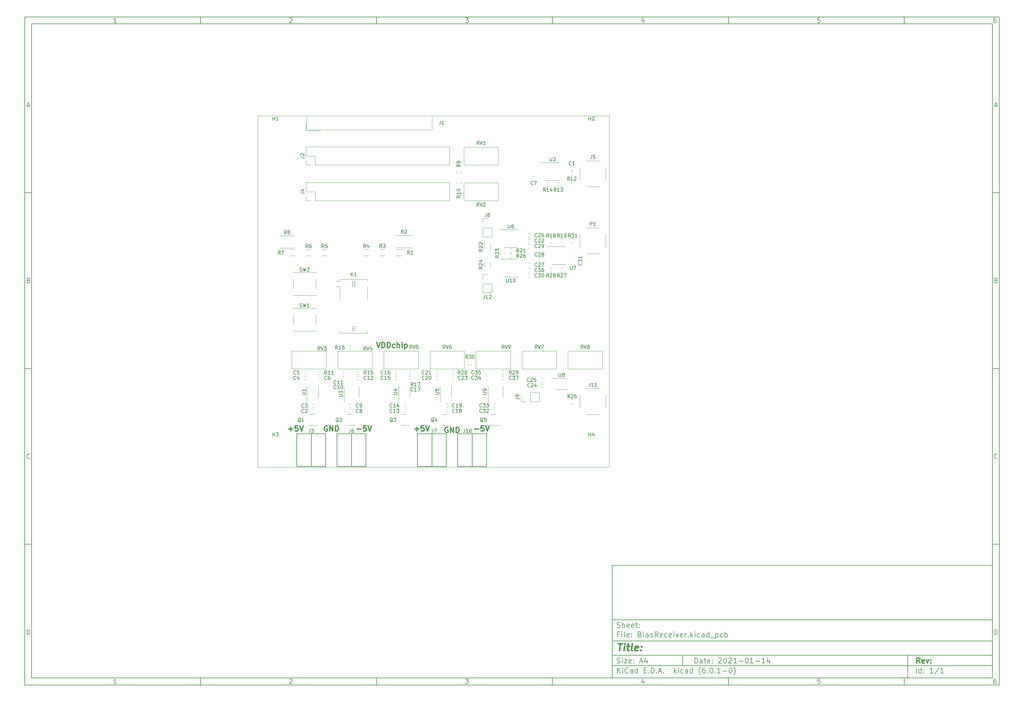
<source format=gbr>
G04 #@! TF.GenerationSoftware,KiCad,Pcbnew,(6.0.1-0)*
G04 #@! TF.CreationDate,2022-01-25T00:00:44-08:00*
G04 #@! TF.ProjectId,BiasReceiver,42696173-5265-4636-9569-7665722e6b69,rev?*
G04 #@! TF.SameCoordinates,Original*
G04 #@! TF.FileFunction,Legend,Top*
G04 #@! TF.FilePolarity,Positive*
%FSLAX46Y46*%
G04 Gerber Fmt 4.6, Leading zero omitted, Abs format (unit mm)*
G04 Created by KiCad (PCBNEW (6.0.1-0)) date 2022-01-25 00:00:44*
%MOMM*%
%LPD*%
G01*
G04 APERTURE LIST*
%ADD10C,0.100000*%
%ADD11C,0.150000*%
%ADD12C,0.300000*%
%ADD13C,0.400000*%
G04 #@! TA.AperFunction,Profile*
%ADD14C,0.050000*%
G04 #@! TD*
%ADD15C,0.304800*%
%ADD16C,0.120000*%
G04 APERTURE END LIST*
D10*
D11*
X177002200Y-166007200D02*
X177002200Y-198007200D01*
X285002200Y-198007200D01*
X285002200Y-166007200D01*
X177002200Y-166007200D01*
D10*
D11*
X10000000Y-10000000D02*
X10000000Y-200007200D01*
X287002200Y-200007200D01*
X287002200Y-10000000D01*
X10000000Y-10000000D01*
D10*
D11*
X12000000Y-12000000D02*
X12000000Y-198007200D01*
X285002200Y-198007200D01*
X285002200Y-12000000D01*
X12000000Y-12000000D01*
D10*
D11*
X60000000Y-12000000D02*
X60000000Y-10000000D01*
D10*
D11*
X110000000Y-12000000D02*
X110000000Y-10000000D01*
D10*
D11*
X160000000Y-12000000D02*
X160000000Y-10000000D01*
D10*
D11*
X210000000Y-12000000D02*
X210000000Y-10000000D01*
D10*
D11*
X260000000Y-12000000D02*
X260000000Y-10000000D01*
D10*
D11*
X36065476Y-11588095D02*
X35322619Y-11588095D01*
X35694047Y-11588095D02*
X35694047Y-10288095D01*
X35570238Y-10473809D01*
X35446428Y-10597619D01*
X35322619Y-10659523D01*
D10*
D11*
X85322619Y-10411904D02*
X85384523Y-10350000D01*
X85508333Y-10288095D01*
X85817857Y-10288095D01*
X85941666Y-10350000D01*
X86003571Y-10411904D01*
X86065476Y-10535714D01*
X86065476Y-10659523D01*
X86003571Y-10845238D01*
X85260714Y-11588095D01*
X86065476Y-11588095D01*
D10*
D11*
X135260714Y-10288095D02*
X136065476Y-10288095D01*
X135632142Y-10783333D01*
X135817857Y-10783333D01*
X135941666Y-10845238D01*
X136003571Y-10907142D01*
X136065476Y-11030952D01*
X136065476Y-11340476D01*
X136003571Y-11464285D01*
X135941666Y-11526190D01*
X135817857Y-11588095D01*
X135446428Y-11588095D01*
X135322619Y-11526190D01*
X135260714Y-11464285D01*
D10*
D11*
X185941666Y-10721428D02*
X185941666Y-11588095D01*
X185632142Y-10226190D02*
X185322619Y-11154761D01*
X186127380Y-11154761D01*
D10*
D11*
X236003571Y-10288095D02*
X235384523Y-10288095D01*
X235322619Y-10907142D01*
X235384523Y-10845238D01*
X235508333Y-10783333D01*
X235817857Y-10783333D01*
X235941666Y-10845238D01*
X236003571Y-10907142D01*
X236065476Y-11030952D01*
X236065476Y-11340476D01*
X236003571Y-11464285D01*
X235941666Y-11526190D01*
X235817857Y-11588095D01*
X235508333Y-11588095D01*
X235384523Y-11526190D01*
X235322619Y-11464285D01*
D10*
D11*
X285941666Y-10288095D02*
X285694047Y-10288095D01*
X285570238Y-10350000D01*
X285508333Y-10411904D01*
X285384523Y-10597619D01*
X285322619Y-10845238D01*
X285322619Y-11340476D01*
X285384523Y-11464285D01*
X285446428Y-11526190D01*
X285570238Y-11588095D01*
X285817857Y-11588095D01*
X285941666Y-11526190D01*
X286003571Y-11464285D01*
X286065476Y-11340476D01*
X286065476Y-11030952D01*
X286003571Y-10907142D01*
X285941666Y-10845238D01*
X285817857Y-10783333D01*
X285570238Y-10783333D01*
X285446428Y-10845238D01*
X285384523Y-10907142D01*
X285322619Y-11030952D01*
D10*
D11*
X60000000Y-198007200D02*
X60000000Y-200007200D01*
D10*
D11*
X110000000Y-198007200D02*
X110000000Y-200007200D01*
D10*
D11*
X160000000Y-198007200D02*
X160000000Y-200007200D01*
D10*
D11*
X210000000Y-198007200D02*
X210000000Y-200007200D01*
D10*
D11*
X260000000Y-198007200D02*
X260000000Y-200007200D01*
D10*
D11*
X36065476Y-199595295D02*
X35322619Y-199595295D01*
X35694047Y-199595295D02*
X35694047Y-198295295D01*
X35570238Y-198481009D01*
X35446428Y-198604819D01*
X35322619Y-198666723D01*
D10*
D11*
X85322619Y-198419104D02*
X85384523Y-198357200D01*
X85508333Y-198295295D01*
X85817857Y-198295295D01*
X85941666Y-198357200D01*
X86003571Y-198419104D01*
X86065476Y-198542914D01*
X86065476Y-198666723D01*
X86003571Y-198852438D01*
X85260714Y-199595295D01*
X86065476Y-199595295D01*
D10*
D11*
X135260714Y-198295295D02*
X136065476Y-198295295D01*
X135632142Y-198790533D01*
X135817857Y-198790533D01*
X135941666Y-198852438D01*
X136003571Y-198914342D01*
X136065476Y-199038152D01*
X136065476Y-199347676D01*
X136003571Y-199471485D01*
X135941666Y-199533390D01*
X135817857Y-199595295D01*
X135446428Y-199595295D01*
X135322619Y-199533390D01*
X135260714Y-199471485D01*
D10*
D11*
X185941666Y-198728628D02*
X185941666Y-199595295D01*
X185632142Y-198233390D02*
X185322619Y-199161961D01*
X186127380Y-199161961D01*
D10*
D11*
X236003571Y-198295295D02*
X235384523Y-198295295D01*
X235322619Y-198914342D01*
X235384523Y-198852438D01*
X235508333Y-198790533D01*
X235817857Y-198790533D01*
X235941666Y-198852438D01*
X236003571Y-198914342D01*
X236065476Y-199038152D01*
X236065476Y-199347676D01*
X236003571Y-199471485D01*
X235941666Y-199533390D01*
X235817857Y-199595295D01*
X235508333Y-199595295D01*
X235384523Y-199533390D01*
X235322619Y-199471485D01*
D10*
D11*
X285941666Y-198295295D02*
X285694047Y-198295295D01*
X285570238Y-198357200D01*
X285508333Y-198419104D01*
X285384523Y-198604819D01*
X285322619Y-198852438D01*
X285322619Y-199347676D01*
X285384523Y-199471485D01*
X285446428Y-199533390D01*
X285570238Y-199595295D01*
X285817857Y-199595295D01*
X285941666Y-199533390D01*
X286003571Y-199471485D01*
X286065476Y-199347676D01*
X286065476Y-199038152D01*
X286003571Y-198914342D01*
X285941666Y-198852438D01*
X285817857Y-198790533D01*
X285570238Y-198790533D01*
X285446428Y-198852438D01*
X285384523Y-198914342D01*
X285322619Y-199038152D01*
D10*
D11*
X10000000Y-60000000D02*
X12000000Y-60000000D01*
D10*
D11*
X10000000Y-110000000D02*
X12000000Y-110000000D01*
D10*
D11*
X10000000Y-160000000D02*
X12000000Y-160000000D01*
D10*
D11*
X10690476Y-35216666D02*
X11309523Y-35216666D01*
X10566666Y-35588095D02*
X11000000Y-34288095D01*
X11433333Y-35588095D01*
D10*
D11*
X11092857Y-84907142D02*
X11278571Y-84969047D01*
X11340476Y-85030952D01*
X11402380Y-85154761D01*
X11402380Y-85340476D01*
X11340476Y-85464285D01*
X11278571Y-85526190D01*
X11154761Y-85588095D01*
X10659523Y-85588095D01*
X10659523Y-84288095D01*
X11092857Y-84288095D01*
X11216666Y-84350000D01*
X11278571Y-84411904D01*
X11340476Y-84535714D01*
X11340476Y-84659523D01*
X11278571Y-84783333D01*
X11216666Y-84845238D01*
X11092857Y-84907142D01*
X10659523Y-84907142D01*
D10*
D11*
X11402380Y-135464285D02*
X11340476Y-135526190D01*
X11154761Y-135588095D01*
X11030952Y-135588095D01*
X10845238Y-135526190D01*
X10721428Y-135402380D01*
X10659523Y-135278571D01*
X10597619Y-135030952D01*
X10597619Y-134845238D01*
X10659523Y-134597619D01*
X10721428Y-134473809D01*
X10845238Y-134350000D01*
X11030952Y-134288095D01*
X11154761Y-134288095D01*
X11340476Y-134350000D01*
X11402380Y-134411904D01*
D10*
D11*
X10659523Y-185588095D02*
X10659523Y-184288095D01*
X10969047Y-184288095D01*
X11154761Y-184350000D01*
X11278571Y-184473809D01*
X11340476Y-184597619D01*
X11402380Y-184845238D01*
X11402380Y-185030952D01*
X11340476Y-185278571D01*
X11278571Y-185402380D01*
X11154761Y-185526190D01*
X10969047Y-185588095D01*
X10659523Y-185588095D01*
D10*
D11*
X287002200Y-60000000D02*
X285002200Y-60000000D01*
D10*
D11*
X287002200Y-110000000D02*
X285002200Y-110000000D01*
D10*
D11*
X287002200Y-160000000D02*
X285002200Y-160000000D01*
D10*
D11*
X285692676Y-35216666D02*
X286311723Y-35216666D01*
X285568866Y-35588095D02*
X286002200Y-34288095D01*
X286435533Y-35588095D01*
D10*
D11*
X286095057Y-84907142D02*
X286280771Y-84969047D01*
X286342676Y-85030952D01*
X286404580Y-85154761D01*
X286404580Y-85340476D01*
X286342676Y-85464285D01*
X286280771Y-85526190D01*
X286156961Y-85588095D01*
X285661723Y-85588095D01*
X285661723Y-84288095D01*
X286095057Y-84288095D01*
X286218866Y-84350000D01*
X286280771Y-84411904D01*
X286342676Y-84535714D01*
X286342676Y-84659523D01*
X286280771Y-84783333D01*
X286218866Y-84845238D01*
X286095057Y-84907142D01*
X285661723Y-84907142D01*
D10*
D11*
X286404580Y-135464285D02*
X286342676Y-135526190D01*
X286156961Y-135588095D01*
X286033152Y-135588095D01*
X285847438Y-135526190D01*
X285723628Y-135402380D01*
X285661723Y-135278571D01*
X285599819Y-135030952D01*
X285599819Y-134845238D01*
X285661723Y-134597619D01*
X285723628Y-134473809D01*
X285847438Y-134350000D01*
X286033152Y-134288095D01*
X286156961Y-134288095D01*
X286342676Y-134350000D01*
X286404580Y-134411904D01*
D10*
D11*
X285661723Y-185588095D02*
X285661723Y-184288095D01*
X285971247Y-184288095D01*
X286156961Y-184350000D01*
X286280771Y-184473809D01*
X286342676Y-184597619D01*
X286404580Y-184845238D01*
X286404580Y-185030952D01*
X286342676Y-185278571D01*
X286280771Y-185402380D01*
X286156961Y-185526190D01*
X285971247Y-185588095D01*
X285661723Y-185588095D01*
D10*
D11*
X200434342Y-193785771D02*
X200434342Y-192285771D01*
X200791485Y-192285771D01*
X201005771Y-192357200D01*
X201148628Y-192500057D01*
X201220057Y-192642914D01*
X201291485Y-192928628D01*
X201291485Y-193142914D01*
X201220057Y-193428628D01*
X201148628Y-193571485D01*
X201005771Y-193714342D01*
X200791485Y-193785771D01*
X200434342Y-193785771D01*
X202577200Y-193785771D02*
X202577200Y-193000057D01*
X202505771Y-192857200D01*
X202362914Y-192785771D01*
X202077200Y-192785771D01*
X201934342Y-192857200D01*
X202577200Y-193714342D02*
X202434342Y-193785771D01*
X202077200Y-193785771D01*
X201934342Y-193714342D01*
X201862914Y-193571485D01*
X201862914Y-193428628D01*
X201934342Y-193285771D01*
X202077200Y-193214342D01*
X202434342Y-193214342D01*
X202577200Y-193142914D01*
X203077200Y-192785771D02*
X203648628Y-192785771D01*
X203291485Y-192285771D02*
X203291485Y-193571485D01*
X203362914Y-193714342D01*
X203505771Y-193785771D01*
X203648628Y-193785771D01*
X204720057Y-193714342D02*
X204577200Y-193785771D01*
X204291485Y-193785771D01*
X204148628Y-193714342D01*
X204077200Y-193571485D01*
X204077200Y-193000057D01*
X204148628Y-192857200D01*
X204291485Y-192785771D01*
X204577200Y-192785771D01*
X204720057Y-192857200D01*
X204791485Y-193000057D01*
X204791485Y-193142914D01*
X204077200Y-193285771D01*
X205434342Y-193642914D02*
X205505771Y-193714342D01*
X205434342Y-193785771D01*
X205362914Y-193714342D01*
X205434342Y-193642914D01*
X205434342Y-193785771D01*
X205434342Y-192857200D02*
X205505771Y-192928628D01*
X205434342Y-193000057D01*
X205362914Y-192928628D01*
X205434342Y-192857200D01*
X205434342Y-193000057D01*
X207220057Y-192428628D02*
X207291485Y-192357200D01*
X207434342Y-192285771D01*
X207791485Y-192285771D01*
X207934342Y-192357200D01*
X208005771Y-192428628D01*
X208077200Y-192571485D01*
X208077200Y-192714342D01*
X208005771Y-192928628D01*
X207148628Y-193785771D01*
X208077200Y-193785771D01*
X209005771Y-192285771D02*
X209148628Y-192285771D01*
X209291485Y-192357200D01*
X209362914Y-192428628D01*
X209434342Y-192571485D01*
X209505771Y-192857200D01*
X209505771Y-193214342D01*
X209434342Y-193500057D01*
X209362914Y-193642914D01*
X209291485Y-193714342D01*
X209148628Y-193785771D01*
X209005771Y-193785771D01*
X208862914Y-193714342D01*
X208791485Y-193642914D01*
X208720057Y-193500057D01*
X208648628Y-193214342D01*
X208648628Y-192857200D01*
X208720057Y-192571485D01*
X208791485Y-192428628D01*
X208862914Y-192357200D01*
X209005771Y-192285771D01*
X210077200Y-192428628D02*
X210148628Y-192357200D01*
X210291485Y-192285771D01*
X210648628Y-192285771D01*
X210791485Y-192357200D01*
X210862914Y-192428628D01*
X210934342Y-192571485D01*
X210934342Y-192714342D01*
X210862914Y-192928628D01*
X210005771Y-193785771D01*
X210934342Y-193785771D01*
X212362914Y-193785771D02*
X211505771Y-193785771D01*
X211934342Y-193785771D02*
X211934342Y-192285771D01*
X211791485Y-192500057D01*
X211648628Y-192642914D01*
X211505771Y-192714342D01*
X213005771Y-193214342D02*
X214148628Y-193214342D01*
X215148628Y-192285771D02*
X215291485Y-192285771D01*
X215434342Y-192357200D01*
X215505771Y-192428628D01*
X215577200Y-192571485D01*
X215648628Y-192857200D01*
X215648628Y-193214342D01*
X215577200Y-193500057D01*
X215505771Y-193642914D01*
X215434342Y-193714342D01*
X215291485Y-193785771D01*
X215148628Y-193785771D01*
X215005771Y-193714342D01*
X214934342Y-193642914D01*
X214862914Y-193500057D01*
X214791485Y-193214342D01*
X214791485Y-192857200D01*
X214862914Y-192571485D01*
X214934342Y-192428628D01*
X215005771Y-192357200D01*
X215148628Y-192285771D01*
X217077200Y-193785771D02*
X216220057Y-193785771D01*
X216648628Y-193785771D02*
X216648628Y-192285771D01*
X216505771Y-192500057D01*
X216362914Y-192642914D01*
X216220057Y-192714342D01*
X217720057Y-193214342D02*
X218862914Y-193214342D01*
X220362914Y-193785771D02*
X219505771Y-193785771D01*
X219934342Y-193785771D02*
X219934342Y-192285771D01*
X219791485Y-192500057D01*
X219648628Y-192642914D01*
X219505771Y-192714342D01*
X221648628Y-192785771D02*
X221648628Y-193785771D01*
X221291485Y-192214342D02*
X220934342Y-193285771D01*
X221862914Y-193285771D01*
D10*
D11*
X177002200Y-194507200D02*
X285002200Y-194507200D01*
D10*
D11*
X178434342Y-196585771D02*
X178434342Y-195085771D01*
X179291485Y-196585771D02*
X178648628Y-195728628D01*
X179291485Y-195085771D02*
X178434342Y-195942914D01*
X179934342Y-196585771D02*
X179934342Y-195585771D01*
X179934342Y-195085771D02*
X179862914Y-195157200D01*
X179934342Y-195228628D01*
X180005771Y-195157200D01*
X179934342Y-195085771D01*
X179934342Y-195228628D01*
X181505771Y-196442914D02*
X181434342Y-196514342D01*
X181220057Y-196585771D01*
X181077200Y-196585771D01*
X180862914Y-196514342D01*
X180720057Y-196371485D01*
X180648628Y-196228628D01*
X180577200Y-195942914D01*
X180577200Y-195728628D01*
X180648628Y-195442914D01*
X180720057Y-195300057D01*
X180862914Y-195157200D01*
X181077200Y-195085771D01*
X181220057Y-195085771D01*
X181434342Y-195157200D01*
X181505771Y-195228628D01*
X182791485Y-196585771D02*
X182791485Y-195800057D01*
X182720057Y-195657200D01*
X182577200Y-195585771D01*
X182291485Y-195585771D01*
X182148628Y-195657200D01*
X182791485Y-196514342D02*
X182648628Y-196585771D01*
X182291485Y-196585771D01*
X182148628Y-196514342D01*
X182077200Y-196371485D01*
X182077200Y-196228628D01*
X182148628Y-196085771D01*
X182291485Y-196014342D01*
X182648628Y-196014342D01*
X182791485Y-195942914D01*
X184148628Y-196585771D02*
X184148628Y-195085771D01*
X184148628Y-196514342D02*
X184005771Y-196585771D01*
X183720057Y-196585771D01*
X183577200Y-196514342D01*
X183505771Y-196442914D01*
X183434342Y-196300057D01*
X183434342Y-195871485D01*
X183505771Y-195728628D01*
X183577200Y-195657200D01*
X183720057Y-195585771D01*
X184005771Y-195585771D01*
X184148628Y-195657200D01*
X186005771Y-195800057D02*
X186505771Y-195800057D01*
X186720057Y-196585771D02*
X186005771Y-196585771D01*
X186005771Y-195085771D01*
X186720057Y-195085771D01*
X187362914Y-196442914D02*
X187434342Y-196514342D01*
X187362914Y-196585771D01*
X187291485Y-196514342D01*
X187362914Y-196442914D01*
X187362914Y-196585771D01*
X188077200Y-196585771D02*
X188077200Y-195085771D01*
X188434342Y-195085771D01*
X188648628Y-195157200D01*
X188791485Y-195300057D01*
X188862914Y-195442914D01*
X188934342Y-195728628D01*
X188934342Y-195942914D01*
X188862914Y-196228628D01*
X188791485Y-196371485D01*
X188648628Y-196514342D01*
X188434342Y-196585771D01*
X188077200Y-196585771D01*
X189577200Y-196442914D02*
X189648628Y-196514342D01*
X189577200Y-196585771D01*
X189505771Y-196514342D01*
X189577200Y-196442914D01*
X189577200Y-196585771D01*
X190220057Y-196157200D02*
X190934342Y-196157200D01*
X190077200Y-196585771D02*
X190577200Y-195085771D01*
X191077200Y-196585771D01*
X191577200Y-196442914D02*
X191648628Y-196514342D01*
X191577200Y-196585771D01*
X191505771Y-196514342D01*
X191577200Y-196442914D01*
X191577200Y-196585771D01*
X194577200Y-196585771D02*
X194577200Y-195085771D01*
X194720057Y-196014342D02*
X195148628Y-196585771D01*
X195148628Y-195585771D02*
X194577200Y-196157200D01*
X195791485Y-196585771D02*
X195791485Y-195585771D01*
X195791485Y-195085771D02*
X195720057Y-195157200D01*
X195791485Y-195228628D01*
X195862914Y-195157200D01*
X195791485Y-195085771D01*
X195791485Y-195228628D01*
X197148628Y-196514342D02*
X197005771Y-196585771D01*
X196720057Y-196585771D01*
X196577200Y-196514342D01*
X196505771Y-196442914D01*
X196434342Y-196300057D01*
X196434342Y-195871485D01*
X196505771Y-195728628D01*
X196577200Y-195657200D01*
X196720057Y-195585771D01*
X197005771Y-195585771D01*
X197148628Y-195657200D01*
X198434342Y-196585771D02*
X198434342Y-195800057D01*
X198362914Y-195657200D01*
X198220057Y-195585771D01*
X197934342Y-195585771D01*
X197791485Y-195657200D01*
X198434342Y-196514342D02*
X198291485Y-196585771D01*
X197934342Y-196585771D01*
X197791485Y-196514342D01*
X197720057Y-196371485D01*
X197720057Y-196228628D01*
X197791485Y-196085771D01*
X197934342Y-196014342D01*
X198291485Y-196014342D01*
X198434342Y-195942914D01*
X199791485Y-196585771D02*
X199791485Y-195085771D01*
X199791485Y-196514342D02*
X199648628Y-196585771D01*
X199362914Y-196585771D01*
X199220057Y-196514342D01*
X199148628Y-196442914D01*
X199077200Y-196300057D01*
X199077200Y-195871485D01*
X199148628Y-195728628D01*
X199220057Y-195657200D01*
X199362914Y-195585771D01*
X199648628Y-195585771D01*
X199791485Y-195657200D01*
X202077200Y-197157200D02*
X202005771Y-197085771D01*
X201862914Y-196871485D01*
X201791485Y-196728628D01*
X201720057Y-196514342D01*
X201648628Y-196157200D01*
X201648628Y-195871485D01*
X201720057Y-195514342D01*
X201791485Y-195300057D01*
X201862914Y-195157200D01*
X202005771Y-194942914D01*
X202077200Y-194871485D01*
X203291485Y-195085771D02*
X203005771Y-195085771D01*
X202862914Y-195157200D01*
X202791485Y-195228628D01*
X202648628Y-195442914D01*
X202577200Y-195728628D01*
X202577200Y-196300057D01*
X202648628Y-196442914D01*
X202720057Y-196514342D01*
X202862914Y-196585771D01*
X203148628Y-196585771D01*
X203291485Y-196514342D01*
X203362914Y-196442914D01*
X203434342Y-196300057D01*
X203434342Y-195942914D01*
X203362914Y-195800057D01*
X203291485Y-195728628D01*
X203148628Y-195657200D01*
X202862914Y-195657200D01*
X202720057Y-195728628D01*
X202648628Y-195800057D01*
X202577200Y-195942914D01*
X204077200Y-196442914D02*
X204148628Y-196514342D01*
X204077200Y-196585771D01*
X204005771Y-196514342D01*
X204077200Y-196442914D01*
X204077200Y-196585771D01*
X205077200Y-195085771D02*
X205220057Y-195085771D01*
X205362914Y-195157200D01*
X205434342Y-195228628D01*
X205505771Y-195371485D01*
X205577200Y-195657200D01*
X205577200Y-196014342D01*
X205505771Y-196300057D01*
X205434342Y-196442914D01*
X205362914Y-196514342D01*
X205220057Y-196585771D01*
X205077200Y-196585771D01*
X204934342Y-196514342D01*
X204862914Y-196442914D01*
X204791485Y-196300057D01*
X204720057Y-196014342D01*
X204720057Y-195657200D01*
X204791485Y-195371485D01*
X204862914Y-195228628D01*
X204934342Y-195157200D01*
X205077200Y-195085771D01*
X206220057Y-196442914D02*
X206291485Y-196514342D01*
X206220057Y-196585771D01*
X206148628Y-196514342D01*
X206220057Y-196442914D01*
X206220057Y-196585771D01*
X207720057Y-196585771D02*
X206862914Y-196585771D01*
X207291485Y-196585771D02*
X207291485Y-195085771D01*
X207148628Y-195300057D01*
X207005771Y-195442914D01*
X206862914Y-195514342D01*
X208362914Y-196014342D02*
X209505771Y-196014342D01*
X210505771Y-195085771D02*
X210648628Y-195085771D01*
X210791485Y-195157200D01*
X210862914Y-195228628D01*
X210934342Y-195371485D01*
X211005771Y-195657200D01*
X211005771Y-196014342D01*
X210934342Y-196300057D01*
X210862914Y-196442914D01*
X210791485Y-196514342D01*
X210648628Y-196585771D01*
X210505771Y-196585771D01*
X210362914Y-196514342D01*
X210291485Y-196442914D01*
X210220057Y-196300057D01*
X210148628Y-196014342D01*
X210148628Y-195657200D01*
X210220057Y-195371485D01*
X210291485Y-195228628D01*
X210362914Y-195157200D01*
X210505771Y-195085771D01*
X211505771Y-197157200D02*
X211577200Y-197085771D01*
X211720057Y-196871485D01*
X211791485Y-196728628D01*
X211862914Y-196514342D01*
X211934342Y-196157200D01*
X211934342Y-195871485D01*
X211862914Y-195514342D01*
X211791485Y-195300057D01*
X211720057Y-195157200D01*
X211577200Y-194942914D01*
X211505771Y-194871485D01*
D10*
D11*
X177002200Y-191507200D02*
X285002200Y-191507200D01*
D10*
D12*
X264411485Y-193785771D02*
X263911485Y-193071485D01*
X263554342Y-193785771D02*
X263554342Y-192285771D01*
X264125771Y-192285771D01*
X264268628Y-192357200D01*
X264340057Y-192428628D01*
X264411485Y-192571485D01*
X264411485Y-192785771D01*
X264340057Y-192928628D01*
X264268628Y-193000057D01*
X264125771Y-193071485D01*
X263554342Y-193071485D01*
X265625771Y-193714342D02*
X265482914Y-193785771D01*
X265197200Y-193785771D01*
X265054342Y-193714342D01*
X264982914Y-193571485D01*
X264982914Y-193000057D01*
X265054342Y-192857200D01*
X265197200Y-192785771D01*
X265482914Y-192785771D01*
X265625771Y-192857200D01*
X265697200Y-193000057D01*
X265697200Y-193142914D01*
X264982914Y-193285771D01*
X266197200Y-192785771D02*
X266554342Y-193785771D01*
X266911485Y-192785771D01*
X267482914Y-193642914D02*
X267554342Y-193714342D01*
X267482914Y-193785771D01*
X267411485Y-193714342D01*
X267482914Y-193642914D01*
X267482914Y-193785771D01*
X267482914Y-192857200D02*
X267554342Y-192928628D01*
X267482914Y-193000057D01*
X267411485Y-192928628D01*
X267482914Y-192857200D01*
X267482914Y-193000057D01*
D10*
D11*
X178362914Y-193714342D02*
X178577200Y-193785771D01*
X178934342Y-193785771D01*
X179077200Y-193714342D01*
X179148628Y-193642914D01*
X179220057Y-193500057D01*
X179220057Y-193357200D01*
X179148628Y-193214342D01*
X179077200Y-193142914D01*
X178934342Y-193071485D01*
X178648628Y-193000057D01*
X178505771Y-192928628D01*
X178434342Y-192857200D01*
X178362914Y-192714342D01*
X178362914Y-192571485D01*
X178434342Y-192428628D01*
X178505771Y-192357200D01*
X178648628Y-192285771D01*
X179005771Y-192285771D01*
X179220057Y-192357200D01*
X179862914Y-193785771D02*
X179862914Y-192785771D01*
X179862914Y-192285771D02*
X179791485Y-192357200D01*
X179862914Y-192428628D01*
X179934342Y-192357200D01*
X179862914Y-192285771D01*
X179862914Y-192428628D01*
X180434342Y-192785771D02*
X181220057Y-192785771D01*
X180434342Y-193785771D01*
X181220057Y-193785771D01*
X182362914Y-193714342D02*
X182220057Y-193785771D01*
X181934342Y-193785771D01*
X181791485Y-193714342D01*
X181720057Y-193571485D01*
X181720057Y-193000057D01*
X181791485Y-192857200D01*
X181934342Y-192785771D01*
X182220057Y-192785771D01*
X182362914Y-192857200D01*
X182434342Y-193000057D01*
X182434342Y-193142914D01*
X181720057Y-193285771D01*
X183077200Y-193642914D02*
X183148628Y-193714342D01*
X183077200Y-193785771D01*
X183005771Y-193714342D01*
X183077200Y-193642914D01*
X183077200Y-193785771D01*
X183077200Y-192857200D02*
X183148628Y-192928628D01*
X183077200Y-193000057D01*
X183005771Y-192928628D01*
X183077200Y-192857200D01*
X183077200Y-193000057D01*
X184862914Y-193357200D02*
X185577200Y-193357200D01*
X184720057Y-193785771D02*
X185220057Y-192285771D01*
X185720057Y-193785771D01*
X186862914Y-192785771D02*
X186862914Y-193785771D01*
X186505771Y-192214342D02*
X186148628Y-193285771D01*
X187077200Y-193285771D01*
D10*
D11*
X263434342Y-196585771D02*
X263434342Y-195085771D01*
X264791485Y-196585771D02*
X264791485Y-195085771D01*
X264791485Y-196514342D02*
X264648628Y-196585771D01*
X264362914Y-196585771D01*
X264220057Y-196514342D01*
X264148628Y-196442914D01*
X264077200Y-196300057D01*
X264077200Y-195871485D01*
X264148628Y-195728628D01*
X264220057Y-195657200D01*
X264362914Y-195585771D01*
X264648628Y-195585771D01*
X264791485Y-195657200D01*
X265505771Y-196442914D02*
X265577200Y-196514342D01*
X265505771Y-196585771D01*
X265434342Y-196514342D01*
X265505771Y-196442914D01*
X265505771Y-196585771D01*
X265505771Y-195657200D02*
X265577200Y-195728628D01*
X265505771Y-195800057D01*
X265434342Y-195728628D01*
X265505771Y-195657200D01*
X265505771Y-195800057D01*
X268148628Y-196585771D02*
X267291485Y-196585771D01*
X267720057Y-196585771D02*
X267720057Y-195085771D01*
X267577200Y-195300057D01*
X267434342Y-195442914D01*
X267291485Y-195514342D01*
X269862914Y-195014342D02*
X268577200Y-196942914D01*
X271148628Y-196585771D02*
X270291485Y-196585771D01*
X270720057Y-196585771D02*
X270720057Y-195085771D01*
X270577200Y-195300057D01*
X270434342Y-195442914D01*
X270291485Y-195514342D01*
D10*
D11*
X177002200Y-187507200D02*
X285002200Y-187507200D01*
D10*
D13*
X178714580Y-188211961D02*
X179857438Y-188211961D01*
X179036009Y-190211961D02*
X179286009Y-188211961D01*
X180274104Y-190211961D02*
X180440771Y-188878628D01*
X180524104Y-188211961D02*
X180416961Y-188307200D01*
X180500295Y-188402438D01*
X180607438Y-188307200D01*
X180524104Y-188211961D01*
X180500295Y-188402438D01*
X181107438Y-188878628D02*
X181869342Y-188878628D01*
X181476485Y-188211961D02*
X181262200Y-189926247D01*
X181333628Y-190116723D01*
X181512200Y-190211961D01*
X181702676Y-190211961D01*
X182655057Y-190211961D02*
X182476485Y-190116723D01*
X182405057Y-189926247D01*
X182619342Y-188211961D01*
X184190771Y-190116723D02*
X183988390Y-190211961D01*
X183607438Y-190211961D01*
X183428866Y-190116723D01*
X183357438Y-189926247D01*
X183452676Y-189164342D01*
X183571723Y-188973866D01*
X183774104Y-188878628D01*
X184155057Y-188878628D01*
X184333628Y-188973866D01*
X184405057Y-189164342D01*
X184381247Y-189354819D01*
X183405057Y-189545295D01*
X185155057Y-190021485D02*
X185238390Y-190116723D01*
X185131247Y-190211961D01*
X185047914Y-190116723D01*
X185155057Y-190021485D01*
X185131247Y-190211961D01*
X185286009Y-188973866D02*
X185369342Y-189069104D01*
X185262200Y-189164342D01*
X185178866Y-189069104D01*
X185286009Y-188973866D01*
X185262200Y-189164342D01*
D10*
D11*
X178934342Y-185600057D02*
X178434342Y-185600057D01*
X178434342Y-186385771D02*
X178434342Y-184885771D01*
X179148628Y-184885771D01*
X179720057Y-186385771D02*
X179720057Y-185385771D01*
X179720057Y-184885771D02*
X179648628Y-184957200D01*
X179720057Y-185028628D01*
X179791485Y-184957200D01*
X179720057Y-184885771D01*
X179720057Y-185028628D01*
X180648628Y-186385771D02*
X180505771Y-186314342D01*
X180434342Y-186171485D01*
X180434342Y-184885771D01*
X181791485Y-186314342D02*
X181648628Y-186385771D01*
X181362914Y-186385771D01*
X181220057Y-186314342D01*
X181148628Y-186171485D01*
X181148628Y-185600057D01*
X181220057Y-185457200D01*
X181362914Y-185385771D01*
X181648628Y-185385771D01*
X181791485Y-185457200D01*
X181862914Y-185600057D01*
X181862914Y-185742914D01*
X181148628Y-185885771D01*
X182505771Y-186242914D02*
X182577200Y-186314342D01*
X182505771Y-186385771D01*
X182434342Y-186314342D01*
X182505771Y-186242914D01*
X182505771Y-186385771D01*
X182505771Y-185457200D02*
X182577200Y-185528628D01*
X182505771Y-185600057D01*
X182434342Y-185528628D01*
X182505771Y-185457200D01*
X182505771Y-185600057D01*
X184862914Y-185600057D02*
X185077200Y-185671485D01*
X185148628Y-185742914D01*
X185220057Y-185885771D01*
X185220057Y-186100057D01*
X185148628Y-186242914D01*
X185077200Y-186314342D01*
X184934342Y-186385771D01*
X184362914Y-186385771D01*
X184362914Y-184885771D01*
X184862914Y-184885771D01*
X185005771Y-184957200D01*
X185077200Y-185028628D01*
X185148628Y-185171485D01*
X185148628Y-185314342D01*
X185077200Y-185457200D01*
X185005771Y-185528628D01*
X184862914Y-185600057D01*
X184362914Y-185600057D01*
X185862914Y-186385771D02*
X185862914Y-185385771D01*
X185862914Y-184885771D02*
X185791485Y-184957200D01*
X185862914Y-185028628D01*
X185934342Y-184957200D01*
X185862914Y-184885771D01*
X185862914Y-185028628D01*
X187220057Y-186385771D02*
X187220057Y-185600057D01*
X187148628Y-185457200D01*
X187005771Y-185385771D01*
X186720057Y-185385771D01*
X186577200Y-185457200D01*
X187220057Y-186314342D02*
X187077200Y-186385771D01*
X186720057Y-186385771D01*
X186577200Y-186314342D01*
X186505771Y-186171485D01*
X186505771Y-186028628D01*
X186577200Y-185885771D01*
X186720057Y-185814342D01*
X187077200Y-185814342D01*
X187220057Y-185742914D01*
X187862914Y-186314342D02*
X188005771Y-186385771D01*
X188291485Y-186385771D01*
X188434342Y-186314342D01*
X188505771Y-186171485D01*
X188505771Y-186100057D01*
X188434342Y-185957200D01*
X188291485Y-185885771D01*
X188077200Y-185885771D01*
X187934342Y-185814342D01*
X187862914Y-185671485D01*
X187862914Y-185600057D01*
X187934342Y-185457200D01*
X188077200Y-185385771D01*
X188291485Y-185385771D01*
X188434342Y-185457200D01*
X190005771Y-186385771D02*
X189505771Y-185671485D01*
X189148628Y-186385771D02*
X189148628Y-184885771D01*
X189720057Y-184885771D01*
X189862914Y-184957200D01*
X189934342Y-185028628D01*
X190005771Y-185171485D01*
X190005771Y-185385771D01*
X189934342Y-185528628D01*
X189862914Y-185600057D01*
X189720057Y-185671485D01*
X189148628Y-185671485D01*
X191220057Y-186314342D02*
X191077200Y-186385771D01*
X190791485Y-186385771D01*
X190648628Y-186314342D01*
X190577200Y-186171485D01*
X190577200Y-185600057D01*
X190648628Y-185457200D01*
X190791485Y-185385771D01*
X191077200Y-185385771D01*
X191220057Y-185457200D01*
X191291485Y-185600057D01*
X191291485Y-185742914D01*
X190577200Y-185885771D01*
X192577200Y-186314342D02*
X192434342Y-186385771D01*
X192148628Y-186385771D01*
X192005771Y-186314342D01*
X191934342Y-186242914D01*
X191862914Y-186100057D01*
X191862914Y-185671485D01*
X191934342Y-185528628D01*
X192005771Y-185457200D01*
X192148628Y-185385771D01*
X192434342Y-185385771D01*
X192577200Y-185457200D01*
X193791485Y-186314342D02*
X193648628Y-186385771D01*
X193362914Y-186385771D01*
X193220057Y-186314342D01*
X193148628Y-186171485D01*
X193148628Y-185600057D01*
X193220057Y-185457200D01*
X193362914Y-185385771D01*
X193648628Y-185385771D01*
X193791485Y-185457200D01*
X193862914Y-185600057D01*
X193862914Y-185742914D01*
X193148628Y-185885771D01*
X194505771Y-186385771D02*
X194505771Y-185385771D01*
X194505771Y-184885771D02*
X194434342Y-184957200D01*
X194505771Y-185028628D01*
X194577200Y-184957200D01*
X194505771Y-184885771D01*
X194505771Y-185028628D01*
X195077200Y-185385771D02*
X195434342Y-186385771D01*
X195791485Y-185385771D01*
X196934342Y-186314342D02*
X196791485Y-186385771D01*
X196505771Y-186385771D01*
X196362914Y-186314342D01*
X196291485Y-186171485D01*
X196291485Y-185600057D01*
X196362914Y-185457200D01*
X196505771Y-185385771D01*
X196791485Y-185385771D01*
X196934342Y-185457200D01*
X197005771Y-185600057D01*
X197005771Y-185742914D01*
X196291485Y-185885771D01*
X197648628Y-186385771D02*
X197648628Y-185385771D01*
X197648628Y-185671485D02*
X197720057Y-185528628D01*
X197791485Y-185457200D01*
X197934342Y-185385771D01*
X198077200Y-185385771D01*
X198577200Y-186242914D02*
X198648628Y-186314342D01*
X198577200Y-186385771D01*
X198505771Y-186314342D01*
X198577200Y-186242914D01*
X198577200Y-186385771D01*
X199291485Y-186385771D02*
X199291485Y-184885771D01*
X199434342Y-185814342D02*
X199862914Y-186385771D01*
X199862914Y-185385771D02*
X199291485Y-185957200D01*
X200505771Y-186385771D02*
X200505771Y-185385771D01*
X200505771Y-184885771D02*
X200434342Y-184957200D01*
X200505771Y-185028628D01*
X200577200Y-184957200D01*
X200505771Y-184885771D01*
X200505771Y-185028628D01*
X201862914Y-186314342D02*
X201720057Y-186385771D01*
X201434342Y-186385771D01*
X201291485Y-186314342D01*
X201220057Y-186242914D01*
X201148628Y-186100057D01*
X201148628Y-185671485D01*
X201220057Y-185528628D01*
X201291485Y-185457200D01*
X201434342Y-185385771D01*
X201720057Y-185385771D01*
X201862914Y-185457200D01*
X203148628Y-186385771D02*
X203148628Y-185600057D01*
X203077200Y-185457200D01*
X202934342Y-185385771D01*
X202648628Y-185385771D01*
X202505771Y-185457200D01*
X203148628Y-186314342D02*
X203005771Y-186385771D01*
X202648628Y-186385771D01*
X202505771Y-186314342D01*
X202434342Y-186171485D01*
X202434342Y-186028628D01*
X202505771Y-185885771D01*
X202648628Y-185814342D01*
X203005771Y-185814342D01*
X203148628Y-185742914D01*
X204505771Y-186385771D02*
X204505771Y-184885771D01*
X204505771Y-186314342D02*
X204362914Y-186385771D01*
X204077200Y-186385771D01*
X203934342Y-186314342D01*
X203862914Y-186242914D01*
X203791485Y-186100057D01*
X203791485Y-185671485D01*
X203862914Y-185528628D01*
X203934342Y-185457200D01*
X204077200Y-185385771D01*
X204362914Y-185385771D01*
X204505771Y-185457200D01*
X204862914Y-186528628D02*
X206005771Y-186528628D01*
X206362914Y-185385771D02*
X206362914Y-186885771D01*
X206362914Y-185457200D02*
X206505771Y-185385771D01*
X206791485Y-185385771D01*
X206934342Y-185457200D01*
X207005771Y-185528628D01*
X207077200Y-185671485D01*
X207077200Y-186100057D01*
X207005771Y-186242914D01*
X206934342Y-186314342D01*
X206791485Y-186385771D01*
X206505771Y-186385771D01*
X206362914Y-186314342D01*
X208362914Y-186314342D02*
X208220057Y-186385771D01*
X207934342Y-186385771D01*
X207791485Y-186314342D01*
X207720057Y-186242914D01*
X207648628Y-186100057D01*
X207648628Y-185671485D01*
X207720057Y-185528628D01*
X207791485Y-185457200D01*
X207934342Y-185385771D01*
X208220057Y-185385771D01*
X208362914Y-185457200D01*
X209005771Y-186385771D02*
X209005771Y-184885771D01*
X209005771Y-185457200D02*
X209148628Y-185385771D01*
X209434342Y-185385771D01*
X209577200Y-185457200D01*
X209648628Y-185528628D01*
X209720057Y-185671485D01*
X209720057Y-186100057D01*
X209648628Y-186242914D01*
X209577200Y-186314342D01*
X209434342Y-186385771D01*
X209148628Y-186385771D01*
X209005771Y-186314342D01*
D10*
D11*
X177002200Y-181507200D02*
X285002200Y-181507200D01*
D10*
D11*
X178362914Y-183614342D02*
X178577200Y-183685771D01*
X178934342Y-183685771D01*
X179077200Y-183614342D01*
X179148628Y-183542914D01*
X179220057Y-183400057D01*
X179220057Y-183257200D01*
X179148628Y-183114342D01*
X179077200Y-183042914D01*
X178934342Y-182971485D01*
X178648628Y-182900057D01*
X178505771Y-182828628D01*
X178434342Y-182757200D01*
X178362914Y-182614342D01*
X178362914Y-182471485D01*
X178434342Y-182328628D01*
X178505771Y-182257200D01*
X178648628Y-182185771D01*
X179005771Y-182185771D01*
X179220057Y-182257200D01*
X179862914Y-183685771D02*
X179862914Y-182185771D01*
X180505771Y-183685771D02*
X180505771Y-182900057D01*
X180434342Y-182757200D01*
X180291485Y-182685771D01*
X180077200Y-182685771D01*
X179934342Y-182757200D01*
X179862914Y-182828628D01*
X181791485Y-183614342D02*
X181648628Y-183685771D01*
X181362914Y-183685771D01*
X181220057Y-183614342D01*
X181148628Y-183471485D01*
X181148628Y-182900057D01*
X181220057Y-182757200D01*
X181362914Y-182685771D01*
X181648628Y-182685771D01*
X181791485Y-182757200D01*
X181862914Y-182900057D01*
X181862914Y-183042914D01*
X181148628Y-183185771D01*
X183077200Y-183614342D02*
X182934342Y-183685771D01*
X182648628Y-183685771D01*
X182505771Y-183614342D01*
X182434342Y-183471485D01*
X182434342Y-182900057D01*
X182505771Y-182757200D01*
X182648628Y-182685771D01*
X182934342Y-182685771D01*
X183077200Y-182757200D01*
X183148628Y-182900057D01*
X183148628Y-183042914D01*
X182434342Y-183185771D01*
X183577200Y-182685771D02*
X184148628Y-182685771D01*
X183791485Y-182185771D02*
X183791485Y-183471485D01*
X183862914Y-183614342D01*
X184005771Y-183685771D01*
X184148628Y-183685771D01*
X184648628Y-183542914D02*
X184720057Y-183614342D01*
X184648628Y-183685771D01*
X184577200Y-183614342D01*
X184648628Y-183542914D01*
X184648628Y-183685771D01*
X184648628Y-182757200D02*
X184720057Y-182828628D01*
X184648628Y-182900057D01*
X184577200Y-182828628D01*
X184648628Y-182757200D01*
X184648628Y-182900057D01*
D10*
D12*
D10*
D11*
D10*
D11*
D10*
D11*
D10*
D11*
D10*
D11*
X197002200Y-191507200D02*
X197002200Y-194507200D01*
D10*
D11*
X261002200Y-191507200D02*
X261002200Y-198007200D01*
D14*
X76200000Y-38100000D02*
X176149000Y-38100000D01*
X176149000Y-38100000D02*
X176149000Y-138049000D01*
X176149000Y-138049000D02*
X76200000Y-138049000D01*
X76200000Y-138049000D02*
X76200000Y-38100000D01*
D15*
X95993857Y-126365000D02*
X95848714Y-126292428D01*
X95631000Y-126292428D01*
X95413285Y-126365000D01*
X95268142Y-126510142D01*
X95195571Y-126655285D01*
X95123000Y-126945571D01*
X95123000Y-127163285D01*
X95195571Y-127453571D01*
X95268142Y-127598714D01*
X95413285Y-127743857D01*
X95631000Y-127816428D01*
X95776142Y-127816428D01*
X95993857Y-127743857D01*
X96066428Y-127671285D01*
X96066428Y-127163285D01*
X95776142Y-127163285D01*
X96719571Y-127816428D02*
X96719571Y-126292428D01*
X97590428Y-127816428D01*
X97590428Y-126292428D01*
X98316142Y-127816428D02*
X98316142Y-126292428D01*
X98679000Y-126292428D01*
X98896714Y-126365000D01*
X99041857Y-126510142D01*
X99114428Y-126655285D01*
X99187000Y-126945571D01*
X99187000Y-127163285D01*
X99114428Y-127453571D01*
X99041857Y-127598714D01*
X98896714Y-127743857D01*
X98679000Y-127816428D01*
X98316142Y-127816428D01*
X110000142Y-102543428D02*
X110508142Y-104067428D01*
X111016142Y-102543428D01*
X111524142Y-104067428D02*
X111524142Y-102543428D01*
X111887000Y-102543428D01*
X112104714Y-102616000D01*
X112249857Y-102761142D01*
X112322428Y-102906285D01*
X112395000Y-103196571D01*
X112395000Y-103414285D01*
X112322428Y-103704571D01*
X112249857Y-103849714D01*
X112104714Y-103994857D01*
X111887000Y-104067428D01*
X111524142Y-104067428D01*
X113048142Y-104067428D02*
X113048142Y-102543428D01*
X113411000Y-102543428D01*
X113628714Y-102616000D01*
X113773857Y-102761142D01*
X113846428Y-102906285D01*
X113919000Y-103196571D01*
X113919000Y-103414285D01*
X113846428Y-103704571D01*
X113773857Y-103849714D01*
X113628714Y-103994857D01*
X113411000Y-104067428D01*
X113048142Y-104067428D01*
X115225285Y-103994857D02*
X115080142Y-104067428D01*
X114789857Y-104067428D01*
X114644714Y-103994857D01*
X114572142Y-103922285D01*
X114499571Y-103777142D01*
X114499571Y-103341714D01*
X114572142Y-103196571D01*
X114644714Y-103124000D01*
X114789857Y-103051428D01*
X115080142Y-103051428D01*
X115225285Y-103124000D01*
X115878428Y-104067428D02*
X115878428Y-102543428D01*
X116531571Y-104067428D02*
X116531571Y-103269142D01*
X116459000Y-103124000D01*
X116313857Y-103051428D01*
X116096142Y-103051428D01*
X115951000Y-103124000D01*
X115878428Y-103196571D01*
X117257285Y-104067428D02*
X117257285Y-103051428D01*
X117257285Y-102543428D02*
X117184714Y-102616000D01*
X117257285Y-102688571D01*
X117329857Y-102616000D01*
X117257285Y-102543428D01*
X117257285Y-102688571D01*
X117983000Y-103051428D02*
X117983000Y-104575428D01*
X117983000Y-103124000D02*
X118128142Y-103051428D01*
X118418428Y-103051428D01*
X118563571Y-103124000D01*
X118636142Y-103196571D01*
X118708714Y-103341714D01*
X118708714Y-103777142D01*
X118636142Y-103922285D01*
X118563571Y-103994857D01*
X118418428Y-104067428D01*
X118128142Y-104067428D01*
X117983000Y-103994857D01*
X137867571Y-127235857D02*
X139028714Y-127235857D01*
X140480142Y-126292428D02*
X139754428Y-126292428D01*
X139681857Y-127018142D01*
X139754428Y-126945571D01*
X139899571Y-126873000D01*
X140262428Y-126873000D01*
X140407571Y-126945571D01*
X140480142Y-127018142D01*
X140552714Y-127163285D01*
X140552714Y-127526142D01*
X140480142Y-127671285D01*
X140407571Y-127743857D01*
X140262428Y-127816428D01*
X139899571Y-127816428D01*
X139754428Y-127743857D01*
X139681857Y-127671285D01*
X140988142Y-126292428D02*
X141496142Y-127816428D01*
X142004142Y-126292428D01*
X120849571Y-127235857D02*
X122010714Y-127235857D01*
X121430142Y-127816428D02*
X121430142Y-126655285D01*
X123462142Y-126292428D02*
X122736428Y-126292428D01*
X122663857Y-127018142D01*
X122736428Y-126945571D01*
X122881571Y-126873000D01*
X123244428Y-126873000D01*
X123389571Y-126945571D01*
X123462142Y-127018142D01*
X123534714Y-127163285D01*
X123534714Y-127526142D01*
X123462142Y-127671285D01*
X123389571Y-127743857D01*
X123244428Y-127816428D01*
X122881571Y-127816428D01*
X122736428Y-127743857D01*
X122663857Y-127671285D01*
X123970142Y-126292428D02*
X124478142Y-127816428D01*
X124986142Y-126292428D01*
X130283857Y-126746000D02*
X130138714Y-126673428D01*
X129921000Y-126673428D01*
X129703285Y-126746000D01*
X129558142Y-126891142D01*
X129485571Y-127036285D01*
X129413000Y-127326571D01*
X129413000Y-127544285D01*
X129485571Y-127834571D01*
X129558142Y-127979714D01*
X129703285Y-128124857D01*
X129921000Y-128197428D01*
X130066142Y-128197428D01*
X130283857Y-128124857D01*
X130356428Y-128052285D01*
X130356428Y-127544285D01*
X130066142Y-127544285D01*
X131009571Y-128197428D02*
X131009571Y-126673428D01*
X131880428Y-128197428D01*
X131880428Y-126673428D01*
X132606142Y-128197428D02*
X132606142Y-126673428D01*
X132969000Y-126673428D01*
X133186714Y-126746000D01*
X133331857Y-126891142D01*
X133404428Y-127036285D01*
X133477000Y-127326571D01*
X133477000Y-127544285D01*
X133404428Y-127834571D01*
X133331857Y-127979714D01*
X133186714Y-128124857D01*
X132969000Y-128197428D01*
X132606142Y-128197428D01*
X104466571Y-127235857D02*
X105627714Y-127235857D01*
X107079142Y-126292428D02*
X106353428Y-126292428D01*
X106280857Y-127018142D01*
X106353428Y-126945571D01*
X106498571Y-126873000D01*
X106861428Y-126873000D01*
X107006571Y-126945571D01*
X107079142Y-127018142D01*
X107151714Y-127163285D01*
X107151714Y-127526142D01*
X107079142Y-127671285D01*
X107006571Y-127743857D01*
X106861428Y-127816428D01*
X106498571Y-127816428D01*
X106353428Y-127743857D01*
X106280857Y-127671285D01*
X107587142Y-126292428D02*
X108095142Y-127816428D01*
X108603142Y-126292428D01*
X85035571Y-127235857D02*
X86196714Y-127235857D01*
X85616142Y-127816428D02*
X85616142Y-126655285D01*
X87648142Y-126292428D02*
X86922428Y-126292428D01*
X86849857Y-127018142D01*
X86922428Y-126945571D01*
X87067571Y-126873000D01*
X87430428Y-126873000D01*
X87575571Y-126945571D01*
X87648142Y-127018142D01*
X87720714Y-127163285D01*
X87720714Y-127526142D01*
X87648142Y-127671285D01*
X87575571Y-127743857D01*
X87430428Y-127816428D01*
X87067571Y-127816428D01*
X86922428Y-127743857D01*
X86849857Y-127671285D01*
X88156142Y-126292428D02*
X88664142Y-127816428D01*
X89172142Y-126292428D01*
D11*
G04 #@! TO.C,C5*
X87082333Y-111545642D02*
X87034714Y-111593261D01*
X86891857Y-111640880D01*
X86796619Y-111640880D01*
X86653761Y-111593261D01*
X86558523Y-111498023D01*
X86510904Y-111402785D01*
X86463285Y-111212309D01*
X86463285Y-111069452D01*
X86510904Y-110878976D01*
X86558523Y-110783738D01*
X86653761Y-110688500D01*
X86796619Y-110640880D01*
X86891857Y-110640880D01*
X87034714Y-110688500D01*
X87082333Y-110736119D01*
X87987095Y-110640880D02*
X87510904Y-110640880D01*
X87463285Y-111117071D01*
X87510904Y-111069452D01*
X87606142Y-111021833D01*
X87844238Y-111021833D01*
X87939476Y-111069452D01*
X87987095Y-111117071D01*
X88034714Y-111212309D01*
X88034714Y-111450404D01*
X87987095Y-111545642D01*
X87939476Y-111593261D01*
X87844238Y-111640880D01*
X87606142Y-111640880D01*
X87510904Y-111593261D01*
X87463285Y-111545642D01*
G04 #@! TO.C,P1*
X170711904Y-69362380D02*
X170711904Y-68362380D01*
X171092857Y-68362380D01*
X171188095Y-68410000D01*
X171235714Y-68457619D01*
X171283333Y-68552857D01*
X171283333Y-68695714D01*
X171235714Y-68790952D01*
X171188095Y-68838571D01*
X171092857Y-68886190D01*
X170711904Y-68886190D01*
X172235714Y-69362380D02*
X171664285Y-69362380D01*
X171950000Y-69362380D02*
X171950000Y-68362380D01*
X171854761Y-68505238D01*
X171759523Y-68600476D01*
X171664285Y-68648095D01*
G04 #@! TO.C,C20*
X123563142Y-113006142D02*
X123515523Y-113053761D01*
X123372666Y-113101380D01*
X123277428Y-113101380D01*
X123134571Y-113053761D01*
X123039333Y-112958523D01*
X122991714Y-112863285D01*
X122944095Y-112672809D01*
X122944095Y-112529952D01*
X122991714Y-112339476D01*
X123039333Y-112244238D01*
X123134571Y-112149000D01*
X123277428Y-112101380D01*
X123372666Y-112101380D01*
X123515523Y-112149000D01*
X123563142Y-112196619D01*
X123944095Y-112196619D02*
X123991714Y-112149000D01*
X124086952Y-112101380D01*
X124325047Y-112101380D01*
X124420285Y-112149000D01*
X124467904Y-112196619D01*
X124515523Y-112291857D01*
X124515523Y-112387095D01*
X124467904Y-112529952D01*
X123896476Y-113101380D01*
X124515523Y-113101380D01*
X125134571Y-112101380D02*
X125229809Y-112101380D01*
X125325047Y-112149000D01*
X125372666Y-112196619D01*
X125420285Y-112291857D01*
X125467904Y-112482333D01*
X125467904Y-112720428D01*
X125420285Y-112910904D01*
X125372666Y-113006142D01*
X125325047Y-113053761D01*
X125229809Y-113101380D01*
X125134571Y-113101380D01*
X125039333Y-113053761D01*
X124991714Y-113006142D01*
X124944095Y-112910904D01*
X124896476Y-112720428D01*
X124896476Y-112482333D01*
X124944095Y-112291857D01*
X124991714Y-112196619D01*
X125039333Y-112149000D01*
X125134571Y-112101380D01*
G04 #@! TO.C,C35*
X137660142Y-111482142D02*
X137612523Y-111529761D01*
X137469666Y-111577380D01*
X137374428Y-111577380D01*
X137231571Y-111529761D01*
X137136333Y-111434523D01*
X137088714Y-111339285D01*
X137041095Y-111148809D01*
X137041095Y-111005952D01*
X137088714Y-110815476D01*
X137136333Y-110720238D01*
X137231571Y-110625000D01*
X137374428Y-110577380D01*
X137469666Y-110577380D01*
X137612523Y-110625000D01*
X137660142Y-110672619D01*
X137993476Y-110577380D02*
X138612523Y-110577380D01*
X138279190Y-110958333D01*
X138422047Y-110958333D01*
X138517285Y-111005952D01*
X138564904Y-111053571D01*
X138612523Y-111148809D01*
X138612523Y-111386904D01*
X138564904Y-111482142D01*
X138517285Y-111529761D01*
X138422047Y-111577380D01*
X138136333Y-111577380D01*
X138041095Y-111529761D01*
X137993476Y-111482142D01*
X139517285Y-110577380D02*
X139041095Y-110577380D01*
X138993476Y-111053571D01*
X139041095Y-111005952D01*
X139136333Y-110958333D01*
X139374428Y-110958333D01*
X139469666Y-111005952D01*
X139517285Y-111053571D01*
X139564904Y-111148809D01*
X139564904Y-111386904D01*
X139517285Y-111482142D01*
X139469666Y-111529761D01*
X139374428Y-111577380D01*
X139136333Y-111577380D01*
X139041095Y-111529761D01*
X138993476Y-111482142D01*
G04 #@! TO.C,C25*
X153408142Y-113641142D02*
X153360523Y-113688761D01*
X153217666Y-113736380D01*
X153122428Y-113736380D01*
X152979571Y-113688761D01*
X152884333Y-113593523D01*
X152836714Y-113498285D01*
X152789095Y-113307809D01*
X152789095Y-113164952D01*
X152836714Y-112974476D01*
X152884333Y-112879238D01*
X152979571Y-112784000D01*
X153122428Y-112736380D01*
X153217666Y-112736380D01*
X153360523Y-112784000D01*
X153408142Y-112831619D01*
X153789095Y-112831619D02*
X153836714Y-112784000D01*
X153931952Y-112736380D01*
X154170047Y-112736380D01*
X154265285Y-112784000D01*
X154312904Y-112831619D01*
X154360523Y-112926857D01*
X154360523Y-113022095D01*
X154312904Y-113164952D01*
X153741476Y-113736380D01*
X154360523Y-113736380D01*
X155265285Y-112736380D02*
X154789095Y-112736380D01*
X154741476Y-113212571D01*
X154789095Y-113164952D01*
X154884333Y-113117333D01*
X155122428Y-113117333D01*
X155217666Y-113164952D01*
X155265285Y-113212571D01*
X155312904Y-113307809D01*
X155312904Y-113545904D01*
X155265285Y-113641142D01*
X155217666Y-113688761D01*
X155122428Y-113736380D01*
X154884333Y-113736380D01*
X154789095Y-113688761D01*
X154741476Y-113641142D01*
G04 #@! TO.C,C31*
X168251142Y-80017857D02*
X168298761Y-80065476D01*
X168346380Y-80208333D01*
X168346380Y-80303571D01*
X168298761Y-80446428D01*
X168203523Y-80541666D01*
X168108285Y-80589285D01*
X167917809Y-80636904D01*
X167774952Y-80636904D01*
X167584476Y-80589285D01*
X167489238Y-80541666D01*
X167394000Y-80446428D01*
X167346380Y-80303571D01*
X167346380Y-80208333D01*
X167394000Y-80065476D01*
X167441619Y-80017857D01*
X167346380Y-79684523D02*
X167346380Y-79065476D01*
X167727333Y-79398809D01*
X167727333Y-79255952D01*
X167774952Y-79160714D01*
X167822571Y-79113095D01*
X167917809Y-79065476D01*
X168155904Y-79065476D01*
X168251142Y-79113095D01*
X168298761Y-79160714D01*
X168346380Y-79255952D01*
X168346380Y-79541666D01*
X168298761Y-79636904D01*
X168251142Y-79684523D01*
X168346380Y-78113095D02*
X168346380Y-78684523D01*
X168346380Y-78398809D02*
X167346380Y-78398809D01*
X167489238Y-78494047D01*
X167584476Y-78589285D01*
X167632095Y-78684523D01*
G04 #@! TO.C,R17*
X120388142Y-115006380D02*
X120054809Y-114530190D01*
X119816714Y-115006380D02*
X119816714Y-114006380D01*
X120197666Y-114006380D01*
X120292904Y-114054000D01*
X120340523Y-114101619D01*
X120388142Y-114196857D01*
X120388142Y-114339714D01*
X120340523Y-114434952D01*
X120292904Y-114482571D01*
X120197666Y-114530190D01*
X119816714Y-114530190D01*
X121340523Y-115006380D02*
X120769095Y-115006380D01*
X121054809Y-115006380D02*
X121054809Y-114006380D01*
X120959571Y-114149238D01*
X120864333Y-114244476D01*
X120769095Y-114292095D01*
X121673857Y-114006380D02*
X122340523Y-114006380D01*
X121911952Y-115006380D01*
G04 #@! TO.C,C28*
X155631142Y-77954142D02*
X155583523Y-78001761D01*
X155440666Y-78049380D01*
X155345428Y-78049380D01*
X155202571Y-78001761D01*
X155107333Y-77906523D01*
X155059714Y-77811285D01*
X155012095Y-77620809D01*
X155012095Y-77477952D01*
X155059714Y-77287476D01*
X155107333Y-77192238D01*
X155202571Y-77097000D01*
X155345428Y-77049380D01*
X155440666Y-77049380D01*
X155583523Y-77097000D01*
X155631142Y-77144619D01*
X156012095Y-77144619D02*
X156059714Y-77097000D01*
X156154952Y-77049380D01*
X156393047Y-77049380D01*
X156488285Y-77097000D01*
X156535904Y-77144619D01*
X156583523Y-77239857D01*
X156583523Y-77335095D01*
X156535904Y-77477952D01*
X155964476Y-78049380D01*
X156583523Y-78049380D01*
X157154952Y-77477952D02*
X157059714Y-77430333D01*
X157012095Y-77382714D01*
X156964476Y-77287476D01*
X156964476Y-77239857D01*
X157012095Y-77144619D01*
X157059714Y-77097000D01*
X157154952Y-77049380D01*
X157345428Y-77049380D01*
X157440666Y-77097000D01*
X157488285Y-77144619D01*
X157535904Y-77239857D01*
X157535904Y-77287476D01*
X157488285Y-77382714D01*
X157440666Y-77430333D01*
X157345428Y-77477952D01*
X157154952Y-77477952D01*
X157059714Y-77525571D01*
X157012095Y-77573190D01*
X156964476Y-77668428D01*
X156964476Y-77858904D01*
X157012095Y-77954142D01*
X157059714Y-78001761D01*
X157154952Y-78049380D01*
X157345428Y-78049380D01*
X157440666Y-78001761D01*
X157488285Y-77954142D01*
X157535904Y-77858904D01*
X157535904Y-77668428D01*
X157488285Y-77573190D01*
X157440666Y-77525571D01*
X157345428Y-77477952D01*
G04 #@! TO.C,R9*
X133802380Y-51982666D02*
X133326190Y-52316000D01*
X133802380Y-52554095D02*
X132802380Y-52554095D01*
X132802380Y-52173142D01*
X132850000Y-52077904D01*
X132897619Y-52030285D01*
X132992857Y-51982666D01*
X133135714Y-51982666D01*
X133230952Y-52030285D01*
X133278571Y-52077904D01*
X133326190Y-52173142D01*
X133326190Y-52554095D01*
X133802380Y-51506476D02*
X133802380Y-51316000D01*
X133754761Y-51220761D01*
X133707142Y-51173142D01*
X133564285Y-51077904D01*
X133373809Y-51030285D01*
X132992857Y-51030285D01*
X132897619Y-51077904D01*
X132850000Y-51125523D01*
X132802380Y-51220761D01*
X132802380Y-51411238D01*
X132850000Y-51506476D01*
X132897619Y-51554095D01*
X132992857Y-51601714D01*
X133230952Y-51601714D01*
X133326190Y-51554095D01*
X133373809Y-51506476D01*
X133421428Y-51411238D01*
X133421428Y-51220761D01*
X133373809Y-51125523D01*
X133326190Y-51077904D01*
X133230952Y-51030285D01*
G04 #@! TO.C,R30*
X135882142Y-107132380D02*
X135548809Y-106656190D01*
X135310714Y-107132380D02*
X135310714Y-106132380D01*
X135691666Y-106132380D01*
X135786904Y-106180000D01*
X135834523Y-106227619D01*
X135882142Y-106322857D01*
X135882142Y-106465714D01*
X135834523Y-106560952D01*
X135786904Y-106608571D01*
X135691666Y-106656190D01*
X135310714Y-106656190D01*
X136215476Y-106132380D02*
X136834523Y-106132380D01*
X136501190Y-106513333D01*
X136644047Y-106513333D01*
X136739285Y-106560952D01*
X136786904Y-106608571D01*
X136834523Y-106703809D01*
X136834523Y-106941904D01*
X136786904Y-107037142D01*
X136739285Y-107084761D01*
X136644047Y-107132380D01*
X136358333Y-107132380D01*
X136263095Y-107084761D01*
X136215476Y-107037142D01*
X137453571Y-106132380D02*
X137548809Y-106132380D01*
X137644047Y-106180000D01*
X137691666Y-106227619D01*
X137739285Y-106322857D01*
X137786904Y-106513333D01*
X137786904Y-106751428D01*
X137739285Y-106941904D01*
X137691666Y-107037142D01*
X137644047Y-107084761D01*
X137548809Y-107132380D01*
X137453571Y-107132380D01*
X137358333Y-107084761D01*
X137310714Y-107037142D01*
X137263095Y-106941904D01*
X137215476Y-106751428D01*
X137215476Y-106513333D01*
X137263095Y-106322857D01*
X137310714Y-106227619D01*
X137358333Y-106180000D01*
X137453571Y-106132380D01*
G04 #@! TO.C,R31*
X165092142Y-72682380D02*
X164758809Y-72206190D01*
X164520714Y-72682380D02*
X164520714Y-71682380D01*
X164901666Y-71682380D01*
X164996904Y-71730000D01*
X165044523Y-71777619D01*
X165092142Y-71872857D01*
X165092142Y-72015714D01*
X165044523Y-72110952D01*
X164996904Y-72158571D01*
X164901666Y-72206190D01*
X164520714Y-72206190D01*
X165425476Y-71682380D02*
X166044523Y-71682380D01*
X165711190Y-72063333D01*
X165854047Y-72063333D01*
X165949285Y-72110952D01*
X165996904Y-72158571D01*
X166044523Y-72253809D01*
X166044523Y-72491904D01*
X165996904Y-72587142D01*
X165949285Y-72634761D01*
X165854047Y-72682380D01*
X165568333Y-72682380D01*
X165473095Y-72634761D01*
X165425476Y-72587142D01*
X166996904Y-72682380D02*
X166425476Y-72682380D01*
X166711190Y-72682380D02*
X166711190Y-71682380D01*
X166615952Y-71825238D01*
X166520714Y-71920476D01*
X166425476Y-71968095D01*
G04 #@! TO.C,SW2*
X88201666Y-82270261D02*
X88344523Y-82317880D01*
X88582619Y-82317880D01*
X88677857Y-82270261D01*
X88725476Y-82222642D01*
X88773095Y-82127404D01*
X88773095Y-82032166D01*
X88725476Y-81936928D01*
X88677857Y-81889309D01*
X88582619Y-81841690D01*
X88392142Y-81794071D01*
X88296904Y-81746452D01*
X88249285Y-81698833D01*
X88201666Y-81603595D01*
X88201666Y-81508357D01*
X88249285Y-81413119D01*
X88296904Y-81365500D01*
X88392142Y-81317880D01*
X88630238Y-81317880D01*
X88773095Y-81365500D01*
X89106428Y-81317880D02*
X89344523Y-82317880D01*
X89535000Y-81603595D01*
X89725476Y-82317880D01*
X89963571Y-81317880D01*
X90296904Y-81413119D02*
X90344523Y-81365500D01*
X90439761Y-81317880D01*
X90677857Y-81317880D01*
X90773095Y-81365500D01*
X90820714Y-81413119D01*
X90868333Y-81508357D01*
X90868333Y-81603595D01*
X90820714Y-81746452D01*
X90249285Y-82317880D01*
X90868333Y-82317880D01*
G04 #@! TO.C,J11*
X170640476Y-114082380D02*
X170640476Y-114796666D01*
X170592857Y-114939523D01*
X170497619Y-115034761D01*
X170354761Y-115082380D01*
X170259523Y-115082380D01*
X171640476Y-115082380D02*
X171069047Y-115082380D01*
X171354761Y-115082380D02*
X171354761Y-114082380D01*
X171259523Y-114225238D01*
X171164285Y-114320476D01*
X171069047Y-114368095D01*
X172592857Y-115082380D02*
X172021428Y-115082380D01*
X172307142Y-115082380D02*
X172307142Y-114082380D01*
X172211904Y-114225238D01*
X172116666Y-114320476D01*
X172021428Y-114368095D01*
G04 #@! TO.C,J3*
X91106666Y-127201680D02*
X91106666Y-127915966D01*
X91059047Y-128058823D01*
X90963809Y-128154061D01*
X90820952Y-128201680D01*
X90725714Y-128201680D01*
X91487619Y-127201680D02*
X92106666Y-127201680D01*
X91773333Y-127582633D01*
X91916190Y-127582633D01*
X92011428Y-127630252D01*
X92059047Y-127677871D01*
X92106666Y-127773109D01*
X92106666Y-128011204D01*
X92059047Y-128106442D01*
X92011428Y-128154061D01*
X91916190Y-128201680D01*
X91630476Y-128201680D01*
X91535238Y-128154061D01*
X91487619Y-128106442D01*
G04 #@! TO.C,R12*
X164838142Y-56492380D02*
X164504809Y-56016190D01*
X164266714Y-56492380D02*
X164266714Y-55492380D01*
X164647666Y-55492380D01*
X164742904Y-55540000D01*
X164790523Y-55587619D01*
X164838142Y-55682857D01*
X164838142Y-55825714D01*
X164790523Y-55920952D01*
X164742904Y-55968571D01*
X164647666Y-56016190D01*
X164266714Y-56016190D01*
X165790523Y-56492380D02*
X165219095Y-56492380D01*
X165504809Y-56492380D02*
X165504809Y-55492380D01*
X165409571Y-55635238D01*
X165314333Y-55730476D01*
X165219095Y-55778095D01*
X166171476Y-55587619D02*
X166219095Y-55540000D01*
X166314333Y-55492380D01*
X166552428Y-55492380D01*
X166647666Y-55540000D01*
X166695285Y-55587619D01*
X166742904Y-55682857D01*
X166742904Y-55778095D01*
X166695285Y-55920952D01*
X166123857Y-56492380D01*
X166742904Y-56492380D01*
G04 #@! TO.C,Q4*
X126269761Y-125134619D02*
X126174523Y-125087000D01*
X126079285Y-124991761D01*
X125936428Y-124848904D01*
X125841190Y-124801285D01*
X125745952Y-124801285D01*
X125793571Y-125039380D02*
X125698333Y-124991761D01*
X125603095Y-124896523D01*
X125555476Y-124706047D01*
X125555476Y-124372714D01*
X125603095Y-124182238D01*
X125698333Y-124087000D01*
X125793571Y-124039380D01*
X125984047Y-124039380D01*
X126079285Y-124087000D01*
X126174523Y-124182238D01*
X126222142Y-124372714D01*
X126222142Y-124706047D01*
X126174523Y-124896523D01*
X126079285Y-124991761D01*
X125984047Y-125039380D01*
X125793571Y-125039380D01*
X127079285Y-124372714D02*
X127079285Y-125039380D01*
X126841190Y-123991761D02*
X126603095Y-124706047D01*
X127222142Y-124706047D01*
G04 #@! TO.C,C29*
X155631142Y-75541142D02*
X155583523Y-75588761D01*
X155440666Y-75636380D01*
X155345428Y-75636380D01*
X155202571Y-75588761D01*
X155107333Y-75493523D01*
X155059714Y-75398285D01*
X155012095Y-75207809D01*
X155012095Y-75064952D01*
X155059714Y-74874476D01*
X155107333Y-74779238D01*
X155202571Y-74684000D01*
X155345428Y-74636380D01*
X155440666Y-74636380D01*
X155583523Y-74684000D01*
X155631142Y-74731619D01*
X156012095Y-74731619D02*
X156059714Y-74684000D01*
X156154952Y-74636380D01*
X156393047Y-74636380D01*
X156488285Y-74684000D01*
X156535904Y-74731619D01*
X156583523Y-74826857D01*
X156583523Y-74922095D01*
X156535904Y-75064952D01*
X155964476Y-75636380D01*
X156583523Y-75636380D01*
X157059714Y-75636380D02*
X157250190Y-75636380D01*
X157345428Y-75588761D01*
X157393047Y-75541142D01*
X157488285Y-75398285D01*
X157535904Y-75207809D01*
X157535904Y-74826857D01*
X157488285Y-74731619D01*
X157440666Y-74684000D01*
X157345428Y-74636380D01*
X157154952Y-74636380D01*
X157059714Y-74684000D01*
X157012095Y-74731619D01*
X156964476Y-74826857D01*
X156964476Y-75064952D01*
X157012095Y-75160190D01*
X157059714Y-75207809D01*
X157154952Y-75255428D01*
X157345428Y-75255428D01*
X157440666Y-75207809D01*
X157488285Y-75160190D01*
X157535904Y-75064952D01*
G04 #@! TO.C,R6*
X90511333Y-75657880D02*
X90178000Y-75181690D01*
X89939904Y-75657880D02*
X89939904Y-74657880D01*
X90320857Y-74657880D01*
X90416095Y-74705500D01*
X90463714Y-74753119D01*
X90511333Y-74848357D01*
X90511333Y-74991214D01*
X90463714Y-75086452D01*
X90416095Y-75134071D01*
X90320857Y-75181690D01*
X89939904Y-75181690D01*
X91368476Y-74657880D02*
X91178000Y-74657880D01*
X91082761Y-74705500D01*
X91035142Y-74753119D01*
X90939904Y-74895976D01*
X90892285Y-75086452D01*
X90892285Y-75467404D01*
X90939904Y-75562642D01*
X90987523Y-75610261D01*
X91082761Y-75657880D01*
X91273238Y-75657880D01*
X91368476Y-75610261D01*
X91416095Y-75562642D01*
X91463714Y-75467404D01*
X91463714Y-75229309D01*
X91416095Y-75134071D01*
X91368476Y-75086452D01*
X91273238Y-75038833D01*
X91082761Y-75038833D01*
X90987523Y-75086452D01*
X90939904Y-75134071D01*
X90892285Y-75229309D01*
G04 #@! TO.C,U2*
X159258095Y-50027380D02*
X159258095Y-50836904D01*
X159305714Y-50932142D01*
X159353333Y-50979761D01*
X159448571Y-51027380D01*
X159639047Y-51027380D01*
X159734285Y-50979761D01*
X159781904Y-50932142D01*
X159829523Y-50836904D01*
X159829523Y-50027380D01*
X160258095Y-50122619D02*
X160305714Y-50075000D01*
X160400952Y-50027380D01*
X160639047Y-50027380D01*
X160734285Y-50075000D01*
X160781904Y-50122619D01*
X160829523Y-50217857D01*
X160829523Y-50313095D01*
X160781904Y-50455952D01*
X160210476Y-51027380D01*
X160829523Y-51027380D01*
G04 #@! TO.C,J12*
X140668476Y-89109380D02*
X140668476Y-89823666D01*
X140620857Y-89966523D01*
X140525619Y-90061761D01*
X140382761Y-90109380D01*
X140287523Y-90109380D01*
X141668476Y-90109380D02*
X141097047Y-90109380D01*
X141382761Y-90109380D02*
X141382761Y-89109380D01*
X141287523Y-89252238D01*
X141192285Y-89347476D01*
X141097047Y-89395095D01*
X142049428Y-89204619D02*
X142097047Y-89157000D01*
X142192285Y-89109380D01*
X142430380Y-89109380D01*
X142525619Y-89157000D01*
X142573238Y-89204619D01*
X142620857Y-89299857D01*
X142620857Y-89395095D01*
X142573238Y-89537952D01*
X142001809Y-90109380D01*
X142620857Y-90109380D01*
G04 #@! TO.C,RV3*
X93892761Y-104719380D02*
X93559428Y-104243190D01*
X93321333Y-104719380D02*
X93321333Y-103719380D01*
X93702285Y-103719380D01*
X93797523Y-103767000D01*
X93845142Y-103814619D01*
X93892761Y-103909857D01*
X93892761Y-104052714D01*
X93845142Y-104147952D01*
X93797523Y-104195571D01*
X93702285Y-104243190D01*
X93321333Y-104243190D01*
X94178476Y-103719380D02*
X94511809Y-104719380D01*
X94845142Y-103719380D01*
X95083238Y-103719380D02*
X95702285Y-103719380D01*
X95368952Y-104100333D01*
X95511809Y-104100333D01*
X95607047Y-104147952D01*
X95654666Y-104195571D01*
X95702285Y-104290809D01*
X95702285Y-104528904D01*
X95654666Y-104624142D01*
X95607047Y-104671761D01*
X95511809Y-104719380D01*
X95226095Y-104719380D01*
X95130857Y-104671761D01*
X95083238Y-104624142D01*
G04 #@! TO.C,R4*
X106959833Y-75657880D02*
X106626500Y-75181690D01*
X106388404Y-75657880D02*
X106388404Y-74657880D01*
X106769357Y-74657880D01*
X106864595Y-74705500D01*
X106912214Y-74753119D01*
X106959833Y-74848357D01*
X106959833Y-74991214D01*
X106912214Y-75086452D01*
X106864595Y-75134071D01*
X106769357Y-75181690D01*
X106388404Y-75181690D01*
X107816976Y-74991214D02*
X107816976Y-75657880D01*
X107578880Y-74610261D02*
X107340785Y-75324547D01*
X107959833Y-75324547D01*
G04 #@! TO.C,H4*
X170307095Y-129221380D02*
X170307095Y-128221380D01*
X170307095Y-128697571D02*
X170878523Y-128697571D01*
X170878523Y-129221380D02*
X170878523Y-128221380D01*
X171783285Y-128554714D02*
X171783285Y-129221380D01*
X171545190Y-128173761D02*
X171307095Y-128888047D01*
X171926142Y-128888047D01*
G04 #@! TO.C,C30*
X155631142Y-83923142D02*
X155583523Y-83970761D01*
X155440666Y-84018380D01*
X155345428Y-84018380D01*
X155202571Y-83970761D01*
X155107333Y-83875523D01*
X155059714Y-83780285D01*
X155012095Y-83589809D01*
X155012095Y-83446952D01*
X155059714Y-83256476D01*
X155107333Y-83161238D01*
X155202571Y-83066000D01*
X155345428Y-83018380D01*
X155440666Y-83018380D01*
X155583523Y-83066000D01*
X155631142Y-83113619D01*
X155964476Y-83018380D02*
X156583523Y-83018380D01*
X156250190Y-83399333D01*
X156393047Y-83399333D01*
X156488285Y-83446952D01*
X156535904Y-83494571D01*
X156583523Y-83589809D01*
X156583523Y-83827904D01*
X156535904Y-83923142D01*
X156488285Y-83970761D01*
X156393047Y-84018380D01*
X156107333Y-84018380D01*
X156012095Y-83970761D01*
X155964476Y-83923142D01*
X157202571Y-83018380D02*
X157297809Y-83018380D01*
X157393047Y-83066000D01*
X157440666Y-83113619D01*
X157488285Y-83208857D01*
X157535904Y-83399333D01*
X157535904Y-83637428D01*
X157488285Y-83827904D01*
X157440666Y-83923142D01*
X157393047Y-83970761D01*
X157297809Y-84018380D01*
X157202571Y-84018380D01*
X157107333Y-83970761D01*
X157059714Y-83923142D01*
X157012095Y-83827904D01*
X156964476Y-83637428D01*
X156964476Y-83399333D01*
X157012095Y-83208857D01*
X157059714Y-83113619D01*
X157107333Y-83066000D01*
X157202571Y-83018380D01*
G04 #@! TO.C,R11*
X95877142Y-111640880D02*
X95543809Y-111164690D01*
X95305714Y-111640880D02*
X95305714Y-110640880D01*
X95686666Y-110640880D01*
X95781904Y-110688500D01*
X95829523Y-110736119D01*
X95877142Y-110831357D01*
X95877142Y-110974214D01*
X95829523Y-111069452D01*
X95781904Y-111117071D01*
X95686666Y-111164690D01*
X95305714Y-111164690D01*
X96829523Y-111640880D02*
X96258095Y-111640880D01*
X96543809Y-111640880D02*
X96543809Y-110640880D01*
X96448571Y-110783738D01*
X96353333Y-110878976D01*
X96258095Y-110926595D01*
X97781904Y-111640880D02*
X97210476Y-111640880D01*
X97496190Y-111640880D02*
X97496190Y-110640880D01*
X97400952Y-110783738D01*
X97305714Y-110878976D01*
X97210476Y-110926595D01*
G04 #@! TO.C,R16*
X98925142Y-104465380D02*
X98591809Y-103989190D01*
X98353714Y-104465380D02*
X98353714Y-103465380D01*
X98734666Y-103465380D01*
X98829904Y-103513000D01*
X98877523Y-103560619D01*
X98925142Y-103655857D01*
X98925142Y-103798714D01*
X98877523Y-103893952D01*
X98829904Y-103941571D01*
X98734666Y-103989190D01*
X98353714Y-103989190D01*
X99877523Y-104465380D02*
X99306095Y-104465380D01*
X99591809Y-104465380D02*
X99591809Y-103465380D01*
X99496571Y-103608238D01*
X99401333Y-103703476D01*
X99306095Y-103751095D01*
X100734666Y-103465380D02*
X100544190Y-103465380D01*
X100448952Y-103513000D01*
X100401333Y-103560619D01*
X100306095Y-103703476D01*
X100258476Y-103893952D01*
X100258476Y-104274904D01*
X100306095Y-104370142D01*
X100353714Y-104417761D01*
X100448952Y-104465380D01*
X100639428Y-104465380D01*
X100734666Y-104417761D01*
X100782285Y-104370142D01*
X100829904Y-104274904D01*
X100829904Y-104036809D01*
X100782285Y-103941571D01*
X100734666Y-103893952D01*
X100639428Y-103846333D01*
X100448952Y-103846333D01*
X100353714Y-103893952D01*
X100306095Y-103941571D01*
X100258476Y-104036809D01*
G04 #@! TO.C,RV5*
X120054761Y-104361380D02*
X119721428Y-103885190D01*
X119483333Y-104361380D02*
X119483333Y-103361380D01*
X119864285Y-103361380D01*
X119959523Y-103409000D01*
X120007142Y-103456619D01*
X120054761Y-103551857D01*
X120054761Y-103694714D01*
X120007142Y-103789952D01*
X119959523Y-103837571D01*
X119864285Y-103885190D01*
X119483333Y-103885190D01*
X120340476Y-103361380D02*
X120673809Y-104361380D01*
X121007142Y-103361380D01*
X121816666Y-103361380D02*
X121340476Y-103361380D01*
X121292857Y-103837571D01*
X121340476Y-103789952D01*
X121435714Y-103742333D01*
X121673809Y-103742333D01*
X121769047Y-103789952D01*
X121816666Y-103837571D01*
X121864285Y-103932809D01*
X121864285Y-104170904D01*
X121816666Y-104266142D01*
X121769047Y-104313761D01*
X121673809Y-104361380D01*
X121435714Y-104361380D01*
X121340476Y-104313761D01*
X121292857Y-104266142D01*
G04 #@! TO.C,Q5*
X140239761Y-125134619D02*
X140144523Y-125087000D01*
X140049285Y-124991761D01*
X139906428Y-124848904D01*
X139811190Y-124801285D01*
X139715952Y-124801285D01*
X139763571Y-125039380D02*
X139668333Y-124991761D01*
X139573095Y-124896523D01*
X139525476Y-124706047D01*
X139525476Y-124372714D01*
X139573095Y-124182238D01*
X139668333Y-124087000D01*
X139763571Y-124039380D01*
X139954047Y-124039380D01*
X140049285Y-124087000D01*
X140144523Y-124182238D01*
X140192142Y-124372714D01*
X140192142Y-124706047D01*
X140144523Y-124896523D01*
X140049285Y-124991761D01*
X139954047Y-125039380D01*
X139763571Y-125039380D01*
X141096904Y-124039380D02*
X140620714Y-124039380D01*
X140573095Y-124515571D01*
X140620714Y-124467952D01*
X140715952Y-124420333D01*
X140954047Y-124420333D01*
X141049285Y-124467952D01*
X141096904Y-124515571D01*
X141144523Y-124610809D01*
X141144523Y-124848904D01*
X141096904Y-124944142D01*
X141049285Y-124991761D01*
X140954047Y-125039380D01*
X140715952Y-125039380D01*
X140620714Y-124991761D01*
X140573095Y-124944142D01*
G04 #@! TO.C,C7*
X154519333Y-57667142D02*
X154471714Y-57714761D01*
X154328857Y-57762380D01*
X154233619Y-57762380D01*
X154090761Y-57714761D01*
X153995523Y-57619523D01*
X153947904Y-57524285D01*
X153900285Y-57333809D01*
X153900285Y-57190952D01*
X153947904Y-57000476D01*
X153995523Y-56905238D01*
X154090761Y-56810000D01*
X154233619Y-56762380D01*
X154328857Y-56762380D01*
X154471714Y-56810000D01*
X154519333Y-56857619D01*
X154852666Y-56762380D02*
X155519333Y-56762380D01*
X155090761Y-57762380D01*
G04 #@! TO.C,C37*
X148328142Y-113006142D02*
X148280523Y-113053761D01*
X148137666Y-113101380D01*
X148042428Y-113101380D01*
X147899571Y-113053761D01*
X147804333Y-112958523D01*
X147756714Y-112863285D01*
X147709095Y-112672809D01*
X147709095Y-112529952D01*
X147756714Y-112339476D01*
X147804333Y-112244238D01*
X147899571Y-112149000D01*
X148042428Y-112101380D01*
X148137666Y-112101380D01*
X148280523Y-112149000D01*
X148328142Y-112196619D01*
X148661476Y-112101380D02*
X149280523Y-112101380D01*
X148947190Y-112482333D01*
X149090047Y-112482333D01*
X149185285Y-112529952D01*
X149232904Y-112577571D01*
X149280523Y-112672809D01*
X149280523Y-112910904D01*
X149232904Y-113006142D01*
X149185285Y-113053761D01*
X149090047Y-113101380D01*
X148804333Y-113101380D01*
X148709095Y-113053761D01*
X148661476Y-113006142D01*
X149613857Y-112101380D02*
X150280523Y-112101380D01*
X149851952Y-113101380D01*
G04 #@! TO.C,RV4*
X106963761Y-104719380D02*
X106630428Y-104243190D01*
X106392333Y-104719380D02*
X106392333Y-103719380D01*
X106773285Y-103719380D01*
X106868523Y-103767000D01*
X106916142Y-103814619D01*
X106963761Y-103909857D01*
X106963761Y-104052714D01*
X106916142Y-104147952D01*
X106868523Y-104195571D01*
X106773285Y-104243190D01*
X106392333Y-104243190D01*
X107249476Y-103719380D02*
X107582809Y-104719380D01*
X107916142Y-103719380D01*
X108678047Y-104052714D02*
X108678047Y-104719380D01*
X108439952Y-103671761D02*
X108201857Y-104386047D01*
X108820904Y-104386047D01*
G04 #@! TO.C,C32*
X139946142Y-122404142D02*
X139898523Y-122451761D01*
X139755666Y-122499380D01*
X139660428Y-122499380D01*
X139517571Y-122451761D01*
X139422333Y-122356523D01*
X139374714Y-122261285D01*
X139327095Y-122070809D01*
X139327095Y-121927952D01*
X139374714Y-121737476D01*
X139422333Y-121642238D01*
X139517571Y-121547000D01*
X139660428Y-121499380D01*
X139755666Y-121499380D01*
X139898523Y-121547000D01*
X139946142Y-121594619D01*
X140279476Y-121499380D02*
X140898523Y-121499380D01*
X140565190Y-121880333D01*
X140708047Y-121880333D01*
X140803285Y-121927952D01*
X140850904Y-121975571D01*
X140898523Y-122070809D01*
X140898523Y-122308904D01*
X140850904Y-122404142D01*
X140803285Y-122451761D01*
X140708047Y-122499380D01*
X140422333Y-122499380D01*
X140327095Y-122451761D01*
X140279476Y-122404142D01*
X141279476Y-121594619D02*
X141327095Y-121547000D01*
X141422333Y-121499380D01*
X141660428Y-121499380D01*
X141755666Y-121547000D01*
X141803285Y-121594619D01*
X141850904Y-121689857D01*
X141850904Y-121785095D01*
X141803285Y-121927952D01*
X141231857Y-122499380D01*
X141850904Y-122499380D01*
G04 #@! TO.C,R7*
X82637333Y-77477880D02*
X82304000Y-77001690D01*
X82065904Y-77477880D02*
X82065904Y-76477880D01*
X82446857Y-76477880D01*
X82542095Y-76525500D01*
X82589714Y-76573119D01*
X82637333Y-76668357D01*
X82637333Y-76811214D01*
X82589714Y-76906452D01*
X82542095Y-76954071D01*
X82446857Y-77001690D01*
X82065904Y-77001690D01*
X82970666Y-76477880D02*
X83637333Y-76477880D01*
X83208761Y-77477880D01*
G04 #@! TO.C,J8*
X141144666Y-65824380D02*
X141144666Y-66538666D01*
X141097047Y-66681523D01*
X141001809Y-66776761D01*
X140858952Y-66824380D01*
X140763714Y-66824380D01*
X141763714Y-66252952D02*
X141668476Y-66205333D01*
X141620857Y-66157714D01*
X141573238Y-66062476D01*
X141573238Y-66014857D01*
X141620857Y-65919619D01*
X141668476Y-65872000D01*
X141763714Y-65824380D01*
X141954190Y-65824380D01*
X142049428Y-65872000D01*
X142097047Y-65919619D01*
X142144666Y-66014857D01*
X142144666Y-66062476D01*
X142097047Y-66157714D01*
X142049428Y-66205333D01*
X141954190Y-66252952D01*
X141763714Y-66252952D01*
X141668476Y-66300571D01*
X141620857Y-66348190D01*
X141573238Y-66443428D01*
X141573238Y-66633904D01*
X141620857Y-66729142D01*
X141668476Y-66776761D01*
X141763714Y-66824380D01*
X141954190Y-66824380D01*
X142049428Y-66776761D01*
X142097047Y-66729142D01*
X142144666Y-66633904D01*
X142144666Y-66443428D01*
X142097047Y-66348190D01*
X142049428Y-66300571D01*
X141954190Y-66252952D01*
G04 #@! TO.C,U7*
X165037095Y-80859380D02*
X165037095Y-81668904D01*
X165084714Y-81764142D01*
X165132333Y-81811761D01*
X165227571Y-81859380D01*
X165418047Y-81859380D01*
X165513285Y-81811761D01*
X165560904Y-81764142D01*
X165608523Y-81668904D01*
X165608523Y-80859380D01*
X165989476Y-80859380D02*
X166656142Y-80859380D01*
X166227571Y-81859380D01*
G04 #@! TO.C,J7*
X126031666Y-127201680D02*
X126031666Y-127915966D01*
X125984047Y-128058823D01*
X125888809Y-128154061D01*
X125745952Y-128201680D01*
X125650714Y-128201680D01*
X126412619Y-127201680D02*
X127079285Y-127201680D01*
X126650714Y-128201680D01*
G04 #@! TO.C,C15*
X111879142Y-113006142D02*
X111831523Y-113053761D01*
X111688666Y-113101380D01*
X111593428Y-113101380D01*
X111450571Y-113053761D01*
X111355333Y-112958523D01*
X111307714Y-112863285D01*
X111260095Y-112672809D01*
X111260095Y-112529952D01*
X111307714Y-112339476D01*
X111355333Y-112244238D01*
X111450571Y-112149000D01*
X111593428Y-112101380D01*
X111688666Y-112101380D01*
X111831523Y-112149000D01*
X111879142Y-112196619D01*
X112831523Y-113101380D02*
X112260095Y-113101380D01*
X112545809Y-113101380D02*
X112545809Y-112101380D01*
X112450571Y-112244238D01*
X112355333Y-112339476D01*
X112260095Y-112387095D01*
X113736285Y-112101380D02*
X113260095Y-112101380D01*
X113212476Y-112577571D01*
X113260095Y-112529952D01*
X113355333Y-112482333D01*
X113593428Y-112482333D01*
X113688666Y-112529952D01*
X113736285Y-112577571D01*
X113783904Y-112672809D01*
X113783904Y-112910904D01*
X113736285Y-113006142D01*
X113688666Y-113053761D01*
X113593428Y-113101380D01*
X113355333Y-113101380D01*
X113260095Y-113053761D01*
X113212476Y-113006142D01*
G04 #@! TO.C,U4*
X114858380Y-117347904D02*
X115667904Y-117347904D01*
X115763142Y-117300285D01*
X115810761Y-117252666D01*
X115858380Y-117157428D01*
X115858380Y-116966952D01*
X115810761Y-116871714D01*
X115763142Y-116824095D01*
X115667904Y-116776476D01*
X114858380Y-116776476D01*
X115191714Y-115871714D02*
X115858380Y-115871714D01*
X114810761Y-116109809D02*
X115525047Y-116347904D01*
X115525047Y-115728857D01*
G04 #@! TO.C,C33*
X139946142Y-120880142D02*
X139898523Y-120927761D01*
X139755666Y-120975380D01*
X139660428Y-120975380D01*
X139517571Y-120927761D01*
X139422333Y-120832523D01*
X139374714Y-120737285D01*
X139327095Y-120546809D01*
X139327095Y-120403952D01*
X139374714Y-120213476D01*
X139422333Y-120118238D01*
X139517571Y-120023000D01*
X139660428Y-119975380D01*
X139755666Y-119975380D01*
X139898523Y-120023000D01*
X139946142Y-120070619D01*
X140279476Y-119975380D02*
X140898523Y-119975380D01*
X140565190Y-120356333D01*
X140708047Y-120356333D01*
X140803285Y-120403952D01*
X140850904Y-120451571D01*
X140898523Y-120546809D01*
X140898523Y-120784904D01*
X140850904Y-120880142D01*
X140803285Y-120927761D01*
X140708047Y-120975380D01*
X140422333Y-120975380D01*
X140327095Y-120927761D01*
X140279476Y-120880142D01*
X141231857Y-119975380D02*
X141850904Y-119975380D01*
X141517571Y-120356333D01*
X141660428Y-120356333D01*
X141755666Y-120403952D01*
X141803285Y-120451571D01*
X141850904Y-120546809D01*
X141850904Y-120784904D01*
X141803285Y-120880142D01*
X141755666Y-120927761D01*
X141660428Y-120975380D01*
X141374714Y-120975380D01*
X141279476Y-120927761D01*
X141231857Y-120880142D01*
G04 #@! TO.C,J10*
X135080476Y-127201680D02*
X135080476Y-127915966D01*
X135032857Y-128058823D01*
X134937619Y-128154061D01*
X134794761Y-128201680D01*
X134699523Y-128201680D01*
X136080476Y-128201680D02*
X135509047Y-128201680D01*
X135794761Y-128201680D02*
X135794761Y-127201680D01*
X135699523Y-127344538D01*
X135604285Y-127439776D01*
X135509047Y-127487395D01*
X136699523Y-127201680D02*
X136794761Y-127201680D01*
X136890000Y-127249300D01*
X136937619Y-127296919D01*
X136985238Y-127392157D01*
X137032857Y-127582633D01*
X137032857Y-127820728D01*
X136985238Y-128011204D01*
X136937619Y-128106442D01*
X136890000Y-128154061D01*
X136794761Y-128201680D01*
X136699523Y-128201680D01*
X136604285Y-128154061D01*
X136556666Y-128106442D01*
X136509047Y-128011204D01*
X136461428Y-127820728D01*
X136461428Y-127582633D01*
X136509047Y-127392157D01*
X136556666Y-127296919D01*
X136604285Y-127249300D01*
X136699523Y-127201680D01*
G04 #@! TO.C,R22*
X140110380Y-76080857D02*
X139634190Y-76414190D01*
X140110380Y-76652285D02*
X139110380Y-76652285D01*
X139110380Y-76271333D01*
X139158000Y-76176095D01*
X139205619Y-76128476D01*
X139300857Y-76080857D01*
X139443714Y-76080857D01*
X139538952Y-76128476D01*
X139586571Y-76176095D01*
X139634190Y-76271333D01*
X139634190Y-76652285D01*
X139205619Y-75699904D02*
X139158000Y-75652285D01*
X139110380Y-75557047D01*
X139110380Y-75318952D01*
X139158000Y-75223714D01*
X139205619Y-75176095D01*
X139300857Y-75128476D01*
X139396095Y-75128476D01*
X139538952Y-75176095D01*
X140110380Y-75747523D01*
X140110380Y-75128476D01*
X139205619Y-74747523D02*
X139158000Y-74699904D01*
X139110380Y-74604666D01*
X139110380Y-74366571D01*
X139158000Y-74271333D01*
X139205619Y-74223714D01*
X139300857Y-74176095D01*
X139396095Y-74176095D01*
X139538952Y-74223714D01*
X140110380Y-74795142D01*
X140110380Y-74176095D01*
G04 #@! TO.C,R8*
X84415333Y-71762880D02*
X84082000Y-71286690D01*
X83843904Y-71762880D02*
X83843904Y-70762880D01*
X84224857Y-70762880D01*
X84320095Y-70810500D01*
X84367714Y-70858119D01*
X84415333Y-70953357D01*
X84415333Y-71096214D01*
X84367714Y-71191452D01*
X84320095Y-71239071D01*
X84224857Y-71286690D01*
X83843904Y-71286690D01*
X84986761Y-71191452D02*
X84891523Y-71143833D01*
X84843904Y-71096214D01*
X84796285Y-71000976D01*
X84796285Y-70953357D01*
X84843904Y-70858119D01*
X84891523Y-70810500D01*
X84986761Y-70762880D01*
X85177238Y-70762880D01*
X85272476Y-70810500D01*
X85320095Y-70858119D01*
X85367714Y-70953357D01*
X85367714Y-71000976D01*
X85320095Y-71096214D01*
X85272476Y-71143833D01*
X85177238Y-71191452D01*
X84986761Y-71191452D01*
X84891523Y-71239071D01*
X84843904Y-71286690D01*
X84796285Y-71381928D01*
X84796285Y-71572404D01*
X84843904Y-71667642D01*
X84891523Y-71715261D01*
X84986761Y-71762880D01*
X85177238Y-71762880D01*
X85272476Y-71715261D01*
X85320095Y-71667642D01*
X85367714Y-71572404D01*
X85367714Y-71381928D01*
X85320095Y-71286690D01*
X85272476Y-71239071D01*
X85177238Y-71191452D01*
G04 #@! TO.C,H3*
X80518095Y-129221380D02*
X80518095Y-128221380D01*
X80518095Y-128697571D02*
X81089523Y-128697571D01*
X81089523Y-129221380D02*
X81089523Y-128221380D01*
X81470476Y-128221380D02*
X82089523Y-128221380D01*
X81756190Y-128602333D01*
X81899047Y-128602333D01*
X81994285Y-128649952D01*
X82041904Y-128697571D01*
X82089523Y-128792809D01*
X82089523Y-129030904D01*
X82041904Y-129126142D01*
X81994285Y-129173761D01*
X81899047Y-129221380D01*
X81613333Y-129221380D01*
X81518095Y-129173761D01*
X81470476Y-129126142D01*
G04 #@! TO.C,J2*
X88435380Y-49863333D02*
X89149666Y-49863333D01*
X89292523Y-49910952D01*
X89387761Y-50006190D01*
X89435380Y-50149047D01*
X89435380Y-50244285D01*
X88530619Y-49434761D02*
X88483000Y-49387142D01*
X88435380Y-49291904D01*
X88435380Y-49053809D01*
X88483000Y-48958571D01*
X88530619Y-48910952D01*
X88625857Y-48863333D01*
X88721095Y-48863333D01*
X88863952Y-48910952D01*
X89435380Y-49482380D01*
X89435380Y-48863333D01*
G04 #@! TO.C,R18*
X158933142Y-72682380D02*
X158599809Y-72206190D01*
X158361714Y-72682380D02*
X158361714Y-71682380D01*
X158742666Y-71682380D01*
X158837904Y-71730000D01*
X158885523Y-71777619D01*
X158933142Y-71872857D01*
X158933142Y-72015714D01*
X158885523Y-72110952D01*
X158837904Y-72158571D01*
X158742666Y-72206190D01*
X158361714Y-72206190D01*
X159885523Y-72682380D02*
X159314095Y-72682380D01*
X159599809Y-72682380D02*
X159599809Y-71682380D01*
X159504571Y-71825238D01*
X159409333Y-71920476D01*
X159314095Y-71968095D01*
X160456952Y-72110952D02*
X160361714Y-72063333D01*
X160314095Y-72015714D01*
X160266476Y-71920476D01*
X160266476Y-71872857D01*
X160314095Y-71777619D01*
X160361714Y-71730000D01*
X160456952Y-71682380D01*
X160647428Y-71682380D01*
X160742666Y-71730000D01*
X160790285Y-71777619D01*
X160837904Y-71872857D01*
X160837904Y-71920476D01*
X160790285Y-72015714D01*
X160742666Y-72063333D01*
X160647428Y-72110952D01*
X160456952Y-72110952D01*
X160361714Y-72158571D01*
X160314095Y-72206190D01*
X160266476Y-72301428D01*
X160266476Y-72491904D01*
X160314095Y-72587142D01*
X160361714Y-72634761D01*
X160456952Y-72682380D01*
X160647428Y-72682380D01*
X160742666Y-72634761D01*
X160790285Y-72587142D01*
X160837904Y-72491904D01*
X160837904Y-72301428D01*
X160790285Y-72206190D01*
X160742666Y-72158571D01*
X160647428Y-72110952D01*
G04 #@! TO.C,J4*
X88435380Y-60023333D02*
X89149666Y-60023333D01*
X89292523Y-60070952D01*
X89387761Y-60166190D01*
X89435380Y-60309047D01*
X89435380Y-60404285D01*
X88768714Y-59118571D02*
X89435380Y-59118571D01*
X88387761Y-59356666D02*
X89102047Y-59594761D01*
X89102047Y-58975714D01*
G04 #@! TO.C,U9*
X140266380Y-117347904D02*
X141075904Y-117347904D01*
X141171142Y-117300285D01*
X141218761Y-117252666D01*
X141266380Y-117157428D01*
X141266380Y-116966952D01*
X141218761Y-116871714D01*
X141171142Y-116824095D01*
X141075904Y-116776476D01*
X140266380Y-116776476D01*
X141266380Y-116252666D02*
X141266380Y-116062190D01*
X141218761Y-115966952D01*
X141171142Y-115919333D01*
X141028285Y-115824095D01*
X140837809Y-115776476D01*
X140456857Y-115776476D01*
X140361619Y-115824095D01*
X140314000Y-115871714D01*
X140266380Y-115966952D01*
X140266380Y-116157428D01*
X140314000Y-116252666D01*
X140361619Y-116300285D01*
X140456857Y-116347904D01*
X140694952Y-116347904D01*
X140790190Y-116300285D01*
X140837809Y-116252666D01*
X140885428Y-116157428D01*
X140885428Y-115966952D01*
X140837809Y-115871714D01*
X140790190Y-115824095D01*
X140694952Y-115776476D01*
G04 #@! TO.C,Q2*
X99218761Y-125198119D02*
X99123523Y-125150500D01*
X99028285Y-125055261D01*
X98885428Y-124912404D01*
X98790190Y-124864785D01*
X98694952Y-124864785D01*
X98742571Y-125102880D02*
X98647333Y-125055261D01*
X98552095Y-124960023D01*
X98504476Y-124769547D01*
X98504476Y-124436214D01*
X98552095Y-124245738D01*
X98647333Y-124150500D01*
X98742571Y-124102880D01*
X98933047Y-124102880D01*
X99028285Y-124150500D01*
X99123523Y-124245738D01*
X99171142Y-124436214D01*
X99171142Y-124769547D01*
X99123523Y-124960023D01*
X99028285Y-125055261D01*
X98933047Y-125102880D01*
X98742571Y-125102880D01*
X99552095Y-124198119D02*
X99599714Y-124150500D01*
X99694952Y-124102880D01*
X99933047Y-124102880D01*
X100028285Y-124150500D01*
X100075904Y-124198119D01*
X100123523Y-124293357D01*
X100123523Y-124388595D01*
X100075904Y-124531452D01*
X99504476Y-125102880D01*
X100123523Y-125102880D01*
G04 #@! TO.C,H2*
X170307095Y-39432380D02*
X170307095Y-38432380D01*
X170307095Y-38908571D02*
X170878523Y-38908571D01*
X170878523Y-39432380D02*
X170878523Y-38432380D01*
X171307095Y-38527619D02*
X171354714Y-38480000D01*
X171449952Y-38432380D01*
X171688047Y-38432380D01*
X171783285Y-38480000D01*
X171830904Y-38527619D01*
X171878523Y-38622857D01*
X171878523Y-38718095D01*
X171830904Y-38860952D01*
X171259476Y-39432380D01*
X171878523Y-39432380D01*
G04 #@! TO.C,C18*
X132199142Y-122404142D02*
X132151523Y-122451761D01*
X132008666Y-122499380D01*
X131913428Y-122499380D01*
X131770571Y-122451761D01*
X131675333Y-122356523D01*
X131627714Y-122261285D01*
X131580095Y-122070809D01*
X131580095Y-121927952D01*
X131627714Y-121737476D01*
X131675333Y-121642238D01*
X131770571Y-121547000D01*
X131913428Y-121499380D01*
X132008666Y-121499380D01*
X132151523Y-121547000D01*
X132199142Y-121594619D01*
X133151523Y-122499380D02*
X132580095Y-122499380D01*
X132865809Y-122499380D02*
X132865809Y-121499380D01*
X132770571Y-121642238D01*
X132675333Y-121737476D01*
X132580095Y-121785095D01*
X133722952Y-121927952D02*
X133627714Y-121880333D01*
X133580095Y-121832714D01*
X133532476Y-121737476D01*
X133532476Y-121689857D01*
X133580095Y-121594619D01*
X133627714Y-121547000D01*
X133722952Y-121499380D01*
X133913428Y-121499380D01*
X134008666Y-121547000D01*
X134056285Y-121594619D01*
X134103904Y-121689857D01*
X134103904Y-121737476D01*
X134056285Y-121832714D01*
X134008666Y-121880333D01*
X133913428Y-121927952D01*
X133722952Y-121927952D01*
X133627714Y-121975571D01*
X133580095Y-122023190D01*
X133532476Y-122118428D01*
X133532476Y-122308904D01*
X133580095Y-122404142D01*
X133627714Y-122451761D01*
X133722952Y-122499380D01*
X133913428Y-122499380D01*
X134008666Y-122451761D01*
X134056285Y-122404142D01*
X134103904Y-122308904D01*
X134103904Y-122118428D01*
X134056285Y-122023190D01*
X134008666Y-121975571D01*
X133913428Y-121927952D01*
G04 #@! TO.C,R2*
X117627833Y-71555880D02*
X117294500Y-71079690D01*
X117056404Y-71555880D02*
X117056404Y-70555880D01*
X117437357Y-70555880D01*
X117532595Y-70603500D01*
X117580214Y-70651119D01*
X117627833Y-70746357D01*
X117627833Y-70889214D01*
X117580214Y-70984452D01*
X117532595Y-71032071D01*
X117437357Y-71079690D01*
X117056404Y-71079690D01*
X118008785Y-70651119D02*
X118056404Y-70603500D01*
X118151642Y-70555880D01*
X118389738Y-70555880D01*
X118484976Y-70603500D01*
X118532595Y-70651119D01*
X118580214Y-70746357D01*
X118580214Y-70841595D01*
X118532595Y-70984452D01*
X117961166Y-71555880D01*
X118580214Y-71555880D01*
G04 #@! TO.C,R23*
X144755380Y-77858857D02*
X144279190Y-78192190D01*
X144755380Y-78430285D02*
X143755380Y-78430285D01*
X143755380Y-78049333D01*
X143803000Y-77954095D01*
X143850619Y-77906476D01*
X143945857Y-77858857D01*
X144088714Y-77858857D01*
X144183952Y-77906476D01*
X144231571Y-77954095D01*
X144279190Y-78049333D01*
X144279190Y-78430285D01*
X143850619Y-77477904D02*
X143803000Y-77430285D01*
X143755380Y-77335047D01*
X143755380Y-77096952D01*
X143803000Y-77001714D01*
X143850619Y-76954095D01*
X143945857Y-76906476D01*
X144041095Y-76906476D01*
X144183952Y-76954095D01*
X144755380Y-77525523D01*
X144755380Y-76906476D01*
X143755380Y-76573142D02*
X143755380Y-75954095D01*
X144136333Y-76287428D01*
X144136333Y-76144571D01*
X144183952Y-76049333D01*
X144231571Y-76001714D01*
X144326809Y-75954095D01*
X144564904Y-75954095D01*
X144660142Y-76001714D01*
X144707761Y-76049333D01*
X144755380Y-76144571D01*
X144755380Y-76430285D01*
X144707761Y-76525523D01*
X144660142Y-76573142D01*
G04 #@! TO.C,C2*
X89368333Y-122467642D02*
X89320714Y-122515261D01*
X89177857Y-122562880D01*
X89082619Y-122562880D01*
X88939761Y-122515261D01*
X88844523Y-122420023D01*
X88796904Y-122324785D01*
X88749285Y-122134309D01*
X88749285Y-121991452D01*
X88796904Y-121800976D01*
X88844523Y-121705738D01*
X88939761Y-121610500D01*
X89082619Y-121562880D01*
X89177857Y-121562880D01*
X89320714Y-121610500D01*
X89368333Y-121658119D01*
X89749285Y-121658119D02*
X89796904Y-121610500D01*
X89892142Y-121562880D01*
X90130238Y-121562880D01*
X90225476Y-121610500D01*
X90273095Y-121658119D01*
X90320714Y-121753357D01*
X90320714Y-121848595D01*
X90273095Y-121991452D01*
X89701666Y-122562880D01*
X90320714Y-122562880D01*
G04 #@! TO.C,C8*
X104862333Y-122467642D02*
X104814714Y-122515261D01*
X104671857Y-122562880D01*
X104576619Y-122562880D01*
X104433761Y-122515261D01*
X104338523Y-122420023D01*
X104290904Y-122324785D01*
X104243285Y-122134309D01*
X104243285Y-121991452D01*
X104290904Y-121800976D01*
X104338523Y-121705738D01*
X104433761Y-121610500D01*
X104576619Y-121562880D01*
X104671857Y-121562880D01*
X104814714Y-121610500D01*
X104862333Y-121658119D01*
X105433761Y-121991452D02*
X105338523Y-121943833D01*
X105290904Y-121896214D01*
X105243285Y-121800976D01*
X105243285Y-121753357D01*
X105290904Y-121658119D01*
X105338523Y-121610500D01*
X105433761Y-121562880D01*
X105624238Y-121562880D01*
X105719476Y-121610500D01*
X105767095Y-121658119D01*
X105814714Y-121753357D01*
X105814714Y-121800976D01*
X105767095Y-121896214D01*
X105719476Y-121943833D01*
X105624238Y-121991452D01*
X105433761Y-121991452D01*
X105338523Y-122039071D01*
X105290904Y-122086690D01*
X105243285Y-122181928D01*
X105243285Y-122372404D01*
X105290904Y-122467642D01*
X105338523Y-122515261D01*
X105433761Y-122562880D01*
X105624238Y-122562880D01*
X105719476Y-122515261D01*
X105767095Y-122467642D01*
X105814714Y-122372404D01*
X105814714Y-122181928D01*
X105767095Y-122086690D01*
X105719476Y-122039071D01*
X105624238Y-121991452D01*
G04 #@! TO.C,R20*
X133787142Y-111577380D02*
X133453809Y-111101190D01*
X133215714Y-111577380D02*
X133215714Y-110577380D01*
X133596666Y-110577380D01*
X133691904Y-110625000D01*
X133739523Y-110672619D01*
X133787142Y-110767857D01*
X133787142Y-110910714D01*
X133739523Y-111005952D01*
X133691904Y-111053571D01*
X133596666Y-111101190D01*
X133215714Y-111101190D01*
X134168095Y-110672619D02*
X134215714Y-110625000D01*
X134310952Y-110577380D01*
X134549047Y-110577380D01*
X134644285Y-110625000D01*
X134691904Y-110672619D01*
X134739523Y-110767857D01*
X134739523Y-110863095D01*
X134691904Y-111005952D01*
X134120476Y-111577380D01*
X134739523Y-111577380D01*
X135358571Y-110577380D02*
X135453809Y-110577380D01*
X135549047Y-110625000D01*
X135596666Y-110672619D01*
X135644285Y-110767857D01*
X135691904Y-110958333D01*
X135691904Y-111196428D01*
X135644285Y-111386904D01*
X135596666Y-111482142D01*
X135549047Y-111529761D01*
X135453809Y-111577380D01*
X135358571Y-111577380D01*
X135263333Y-111529761D01*
X135215714Y-111482142D01*
X135168095Y-111386904D01*
X135120476Y-111196428D01*
X135120476Y-110958333D01*
X135168095Y-110767857D01*
X135215714Y-110672619D01*
X135263333Y-110625000D01*
X135358571Y-110577380D01*
G04 #@! TO.C,C21*
X123563142Y-111482142D02*
X123515523Y-111529761D01*
X123372666Y-111577380D01*
X123277428Y-111577380D01*
X123134571Y-111529761D01*
X123039333Y-111434523D01*
X122991714Y-111339285D01*
X122944095Y-111148809D01*
X122944095Y-111005952D01*
X122991714Y-110815476D01*
X123039333Y-110720238D01*
X123134571Y-110625000D01*
X123277428Y-110577380D01*
X123372666Y-110577380D01*
X123515523Y-110625000D01*
X123563142Y-110672619D01*
X123944095Y-110672619D02*
X123991714Y-110625000D01*
X124086952Y-110577380D01*
X124325047Y-110577380D01*
X124420285Y-110625000D01*
X124467904Y-110672619D01*
X124515523Y-110767857D01*
X124515523Y-110863095D01*
X124467904Y-111005952D01*
X123896476Y-111577380D01*
X124515523Y-111577380D01*
X125467904Y-111577380D02*
X124896476Y-111577380D01*
X125182190Y-111577380D02*
X125182190Y-110577380D01*
X125086952Y-110720238D01*
X124991714Y-110815476D01*
X124896476Y-110863095D01*
G04 #@! TO.C,U6*
X147384095Y-69077380D02*
X147384095Y-69886904D01*
X147431714Y-69982142D01*
X147479333Y-70029761D01*
X147574571Y-70077380D01*
X147765047Y-70077380D01*
X147860285Y-70029761D01*
X147907904Y-69982142D01*
X147955523Y-69886904D01*
X147955523Y-69077380D01*
X148860285Y-69077380D02*
X148669809Y-69077380D01*
X148574571Y-69125000D01*
X148526952Y-69172619D01*
X148431714Y-69315476D01*
X148384095Y-69505952D01*
X148384095Y-69886904D01*
X148431714Y-69982142D01*
X148479333Y-70029761D01*
X148574571Y-70077380D01*
X148765047Y-70077380D01*
X148860285Y-70029761D01*
X148907904Y-69982142D01*
X148955523Y-69886904D01*
X148955523Y-69648809D01*
X148907904Y-69553571D01*
X148860285Y-69505952D01*
X148765047Y-69458333D01*
X148574571Y-69458333D01*
X148479333Y-69505952D01*
X148431714Y-69553571D01*
X148384095Y-69648809D01*
G04 #@! TO.C,C6*
X95845333Y-113069642D02*
X95797714Y-113117261D01*
X95654857Y-113164880D01*
X95559619Y-113164880D01*
X95416761Y-113117261D01*
X95321523Y-113022023D01*
X95273904Y-112926785D01*
X95226285Y-112736309D01*
X95226285Y-112593452D01*
X95273904Y-112402976D01*
X95321523Y-112307738D01*
X95416761Y-112212500D01*
X95559619Y-112164880D01*
X95654857Y-112164880D01*
X95797714Y-112212500D01*
X95845333Y-112260119D01*
X96702476Y-112164880D02*
X96512000Y-112164880D01*
X96416761Y-112212500D01*
X96369142Y-112260119D01*
X96273904Y-112402976D01*
X96226285Y-112593452D01*
X96226285Y-112974404D01*
X96273904Y-113069642D01*
X96321523Y-113117261D01*
X96416761Y-113164880D01*
X96607238Y-113164880D01*
X96702476Y-113117261D01*
X96750095Y-113069642D01*
X96797714Y-112974404D01*
X96797714Y-112736309D01*
X96750095Y-112641071D01*
X96702476Y-112593452D01*
X96607238Y-112545833D01*
X96416761Y-112545833D01*
X96321523Y-112593452D01*
X96273904Y-112641071D01*
X96226285Y-112736309D01*
G04 #@! TO.C,RV1*
X139104761Y-46322380D02*
X138771428Y-45846190D01*
X138533333Y-46322380D02*
X138533333Y-45322380D01*
X138914285Y-45322380D01*
X139009523Y-45370000D01*
X139057142Y-45417619D01*
X139104761Y-45512857D01*
X139104761Y-45655714D01*
X139057142Y-45750952D01*
X139009523Y-45798571D01*
X138914285Y-45846190D01*
X138533333Y-45846190D01*
X139390476Y-45322380D02*
X139723809Y-46322380D01*
X140057142Y-45322380D01*
X140914285Y-46322380D02*
X140342857Y-46322380D01*
X140628571Y-46322380D02*
X140628571Y-45322380D01*
X140533333Y-45465238D01*
X140438095Y-45560476D01*
X140342857Y-45608095D01*
G04 #@! TO.C,C17*
X120388142Y-116308142D02*
X120340523Y-116355761D01*
X120197666Y-116403380D01*
X120102428Y-116403380D01*
X119959571Y-116355761D01*
X119864333Y-116260523D01*
X119816714Y-116165285D01*
X119769095Y-115974809D01*
X119769095Y-115831952D01*
X119816714Y-115641476D01*
X119864333Y-115546238D01*
X119959571Y-115451000D01*
X120102428Y-115403380D01*
X120197666Y-115403380D01*
X120340523Y-115451000D01*
X120388142Y-115498619D01*
X121340523Y-116403380D02*
X120769095Y-116403380D01*
X121054809Y-116403380D02*
X121054809Y-115403380D01*
X120959571Y-115546238D01*
X120864333Y-115641476D01*
X120769095Y-115689095D01*
X121673857Y-115403380D02*
X122340523Y-115403380D01*
X121911952Y-116403380D01*
G04 #@! TO.C,RV7*
X155614761Y-104361380D02*
X155281428Y-103885190D01*
X155043333Y-104361380D02*
X155043333Y-103361380D01*
X155424285Y-103361380D01*
X155519523Y-103409000D01*
X155567142Y-103456619D01*
X155614761Y-103551857D01*
X155614761Y-103694714D01*
X155567142Y-103789952D01*
X155519523Y-103837571D01*
X155424285Y-103885190D01*
X155043333Y-103885190D01*
X155900476Y-103361380D02*
X156233809Y-104361380D01*
X156567142Y-103361380D01*
X156805238Y-103361380D02*
X157471904Y-103361380D01*
X157043333Y-104361380D01*
G04 #@! TO.C,U5*
X126669380Y-117347904D02*
X127478904Y-117347904D01*
X127574142Y-117300285D01*
X127621761Y-117252666D01*
X127669380Y-117157428D01*
X127669380Y-116966952D01*
X127621761Y-116871714D01*
X127574142Y-116824095D01*
X127478904Y-116776476D01*
X126669380Y-116776476D01*
X126669380Y-115824095D02*
X126669380Y-116300285D01*
X127145571Y-116347904D01*
X127097952Y-116300285D01*
X127050333Y-116205047D01*
X127050333Y-115966952D01*
X127097952Y-115871714D01*
X127145571Y-115824095D01*
X127240809Y-115776476D01*
X127478904Y-115776476D01*
X127574142Y-115824095D01*
X127621761Y-115871714D01*
X127669380Y-115966952D01*
X127669380Y-116205047D01*
X127621761Y-116300285D01*
X127574142Y-116347904D01*
G04 #@! TO.C,R29*
X148328142Y-111577380D02*
X147994809Y-111101190D01*
X147756714Y-111577380D02*
X147756714Y-110577380D01*
X148137666Y-110577380D01*
X148232904Y-110625000D01*
X148280523Y-110672619D01*
X148328142Y-110767857D01*
X148328142Y-110910714D01*
X148280523Y-111005952D01*
X148232904Y-111053571D01*
X148137666Y-111101190D01*
X147756714Y-111101190D01*
X148709095Y-110672619D02*
X148756714Y-110625000D01*
X148851952Y-110577380D01*
X149090047Y-110577380D01*
X149185285Y-110625000D01*
X149232904Y-110672619D01*
X149280523Y-110767857D01*
X149280523Y-110863095D01*
X149232904Y-111005952D01*
X148661476Y-111577380D01*
X149280523Y-111577380D01*
X149756714Y-111577380D02*
X149947190Y-111577380D01*
X150042428Y-111529761D01*
X150090047Y-111482142D01*
X150185285Y-111339285D01*
X150232904Y-111148809D01*
X150232904Y-110767857D01*
X150185285Y-110672619D01*
X150137666Y-110625000D01*
X150042428Y-110577380D01*
X149851952Y-110577380D01*
X149756714Y-110625000D01*
X149709095Y-110672619D01*
X149661476Y-110767857D01*
X149661476Y-111005952D01*
X149709095Y-111101190D01*
X149756714Y-111148809D01*
X149851952Y-111196428D01*
X150042428Y-111196428D01*
X150137666Y-111148809D01*
X150185285Y-111101190D01*
X150232904Y-111005952D01*
G04 #@! TO.C,K1*
X102766904Y-83717880D02*
X102766904Y-82717880D01*
X103338333Y-83717880D02*
X102909761Y-83146452D01*
X103338333Y-82717880D02*
X102766904Y-83289309D01*
X104290714Y-83717880D02*
X103719285Y-83717880D01*
X104005000Y-83717880D02*
X104005000Y-82717880D01*
X103909761Y-82860738D01*
X103814523Y-82955976D01*
X103719285Y-83003595D01*
G04 #@! TO.C,R15*
X107053142Y-111640880D02*
X106719809Y-111164690D01*
X106481714Y-111640880D02*
X106481714Y-110640880D01*
X106862666Y-110640880D01*
X106957904Y-110688500D01*
X107005523Y-110736119D01*
X107053142Y-110831357D01*
X107053142Y-110974214D01*
X107005523Y-111069452D01*
X106957904Y-111117071D01*
X106862666Y-111164690D01*
X106481714Y-111164690D01*
X108005523Y-111640880D02*
X107434095Y-111640880D01*
X107719809Y-111640880D02*
X107719809Y-110640880D01*
X107624571Y-110783738D01*
X107529333Y-110878976D01*
X107434095Y-110926595D01*
X108910285Y-110640880D02*
X108434095Y-110640880D01*
X108386476Y-111117071D01*
X108434095Y-111069452D01*
X108529333Y-111021833D01*
X108767428Y-111021833D01*
X108862666Y-111069452D01*
X108910285Y-111117071D01*
X108957904Y-111212309D01*
X108957904Y-111450404D01*
X108910285Y-111545642D01*
X108862666Y-111593261D01*
X108767428Y-111640880D01*
X108529333Y-111640880D01*
X108434095Y-111593261D01*
X108386476Y-111545642D01*
G04 #@! TO.C,R5*
X95083333Y-75657880D02*
X94750000Y-75181690D01*
X94511904Y-75657880D02*
X94511904Y-74657880D01*
X94892857Y-74657880D01*
X94988095Y-74705500D01*
X95035714Y-74753119D01*
X95083333Y-74848357D01*
X95083333Y-74991214D01*
X95035714Y-75086452D01*
X94988095Y-75134071D01*
X94892857Y-75181690D01*
X94511904Y-75181690D01*
X95988095Y-74657880D02*
X95511904Y-74657880D01*
X95464285Y-75134071D01*
X95511904Y-75086452D01*
X95607142Y-75038833D01*
X95845238Y-75038833D01*
X95940476Y-75086452D01*
X95988095Y-75134071D01*
X96035714Y-75229309D01*
X96035714Y-75467404D01*
X95988095Y-75562642D01*
X95940476Y-75610261D01*
X95845238Y-75657880D01*
X95607142Y-75657880D01*
X95511904Y-75610261D01*
X95464285Y-75562642D01*
G04 #@! TO.C,R13*
X161028142Y-59634380D02*
X160694809Y-59158190D01*
X160456714Y-59634380D02*
X160456714Y-58634380D01*
X160837666Y-58634380D01*
X160932904Y-58682000D01*
X160980523Y-58729619D01*
X161028142Y-58824857D01*
X161028142Y-58967714D01*
X160980523Y-59062952D01*
X160932904Y-59110571D01*
X160837666Y-59158190D01*
X160456714Y-59158190D01*
X161980523Y-59634380D02*
X161409095Y-59634380D01*
X161694809Y-59634380D02*
X161694809Y-58634380D01*
X161599571Y-58777238D01*
X161504333Y-58872476D01*
X161409095Y-58920095D01*
X162313857Y-58634380D02*
X162932904Y-58634380D01*
X162599571Y-59015333D01*
X162742428Y-59015333D01*
X162837666Y-59062952D01*
X162885285Y-59110571D01*
X162932904Y-59205809D01*
X162932904Y-59443904D01*
X162885285Y-59539142D01*
X162837666Y-59586761D01*
X162742428Y-59634380D01*
X162456714Y-59634380D01*
X162361476Y-59586761D01*
X162313857Y-59539142D01*
G04 #@! TO.C,C22*
X155631142Y-74017142D02*
X155583523Y-74064761D01*
X155440666Y-74112380D01*
X155345428Y-74112380D01*
X155202571Y-74064761D01*
X155107333Y-73969523D01*
X155059714Y-73874285D01*
X155012095Y-73683809D01*
X155012095Y-73540952D01*
X155059714Y-73350476D01*
X155107333Y-73255238D01*
X155202571Y-73160000D01*
X155345428Y-73112380D01*
X155440666Y-73112380D01*
X155583523Y-73160000D01*
X155631142Y-73207619D01*
X156012095Y-73207619D02*
X156059714Y-73160000D01*
X156154952Y-73112380D01*
X156393047Y-73112380D01*
X156488285Y-73160000D01*
X156535904Y-73207619D01*
X156583523Y-73302857D01*
X156583523Y-73398095D01*
X156535904Y-73540952D01*
X155964476Y-74112380D01*
X156583523Y-74112380D01*
X156964476Y-73207619D02*
X157012095Y-73160000D01*
X157107333Y-73112380D01*
X157345428Y-73112380D01*
X157440666Y-73160000D01*
X157488285Y-73207619D01*
X157535904Y-73302857D01*
X157535904Y-73398095D01*
X157488285Y-73540952D01*
X156916857Y-74112380D01*
X157535904Y-74112380D01*
G04 #@! TO.C,RV9*
X146216761Y-104361380D02*
X145883428Y-103885190D01*
X145645333Y-104361380D02*
X145645333Y-103361380D01*
X146026285Y-103361380D01*
X146121523Y-103409000D01*
X146169142Y-103456619D01*
X146216761Y-103551857D01*
X146216761Y-103694714D01*
X146169142Y-103789952D01*
X146121523Y-103837571D01*
X146026285Y-103885190D01*
X145645333Y-103885190D01*
X146502476Y-103361380D02*
X146835809Y-104361380D01*
X147169142Y-103361380D01*
X147550095Y-104361380D02*
X147740571Y-104361380D01*
X147835809Y-104313761D01*
X147883428Y-104266142D01*
X147978666Y-104123285D01*
X148026285Y-103932809D01*
X148026285Y-103551857D01*
X147978666Y-103456619D01*
X147931047Y-103409000D01*
X147835809Y-103361380D01*
X147645333Y-103361380D01*
X147550095Y-103409000D01*
X147502476Y-103456619D01*
X147454857Y-103551857D01*
X147454857Y-103789952D01*
X147502476Y-103885190D01*
X147550095Y-103932809D01*
X147645333Y-103980428D01*
X147835809Y-103980428D01*
X147931047Y-103932809D01*
X147978666Y-103885190D01*
X148026285Y-103789952D01*
G04 #@! TO.C,C23*
X133850142Y-113006142D02*
X133802523Y-113053761D01*
X133659666Y-113101380D01*
X133564428Y-113101380D01*
X133421571Y-113053761D01*
X133326333Y-112958523D01*
X133278714Y-112863285D01*
X133231095Y-112672809D01*
X133231095Y-112529952D01*
X133278714Y-112339476D01*
X133326333Y-112244238D01*
X133421571Y-112149000D01*
X133564428Y-112101380D01*
X133659666Y-112101380D01*
X133802523Y-112149000D01*
X133850142Y-112196619D01*
X134231095Y-112196619D02*
X134278714Y-112149000D01*
X134373952Y-112101380D01*
X134612047Y-112101380D01*
X134707285Y-112149000D01*
X134754904Y-112196619D01*
X134802523Y-112291857D01*
X134802523Y-112387095D01*
X134754904Y-112529952D01*
X134183476Y-113101380D01*
X134802523Y-113101380D01*
X135135857Y-112101380D02*
X135754904Y-112101380D01*
X135421571Y-112482333D01*
X135564428Y-112482333D01*
X135659666Y-112529952D01*
X135707285Y-112577571D01*
X135754904Y-112672809D01*
X135754904Y-112910904D01*
X135707285Y-113006142D01*
X135659666Y-113053761D01*
X135564428Y-113101380D01*
X135278714Y-113101380D01*
X135183476Y-113053761D01*
X135135857Y-113006142D01*
G04 #@! TO.C,J5*
X171116666Y-49312380D02*
X171116666Y-50026666D01*
X171069047Y-50169523D01*
X170973809Y-50264761D01*
X170830952Y-50312380D01*
X170735714Y-50312380D01*
X172069047Y-49312380D02*
X171592857Y-49312380D01*
X171545238Y-49788571D01*
X171592857Y-49740952D01*
X171688095Y-49693333D01*
X171926190Y-49693333D01*
X172021428Y-49740952D01*
X172069047Y-49788571D01*
X172116666Y-49883809D01*
X172116666Y-50121904D01*
X172069047Y-50217142D01*
X172021428Y-50264761D01*
X171926190Y-50312380D01*
X171688095Y-50312380D01*
X171592857Y-50264761D01*
X171545238Y-50217142D01*
G04 #@! TO.C,C11*
X98544142Y-114339642D02*
X98496523Y-114387261D01*
X98353666Y-114434880D01*
X98258428Y-114434880D01*
X98115571Y-114387261D01*
X98020333Y-114292023D01*
X97972714Y-114196785D01*
X97925095Y-114006309D01*
X97925095Y-113863452D01*
X97972714Y-113672976D01*
X98020333Y-113577738D01*
X98115571Y-113482500D01*
X98258428Y-113434880D01*
X98353666Y-113434880D01*
X98496523Y-113482500D01*
X98544142Y-113530119D01*
X99496523Y-114434880D02*
X98925095Y-114434880D01*
X99210809Y-114434880D02*
X99210809Y-113434880D01*
X99115571Y-113577738D01*
X99020333Y-113672976D01*
X98925095Y-113720595D01*
X100448904Y-114434880D02*
X99877476Y-114434880D01*
X100163190Y-114434880D02*
X100163190Y-113434880D01*
X100067952Y-113577738D01*
X99972714Y-113672976D01*
X99877476Y-113720595D01*
G04 #@! TO.C,R25*
X164902142Y-118402380D02*
X164568809Y-117926190D01*
X164330714Y-118402380D02*
X164330714Y-117402380D01*
X164711666Y-117402380D01*
X164806904Y-117450000D01*
X164854523Y-117497619D01*
X164902142Y-117592857D01*
X164902142Y-117735714D01*
X164854523Y-117830952D01*
X164806904Y-117878571D01*
X164711666Y-117926190D01*
X164330714Y-117926190D01*
X165283095Y-117497619D02*
X165330714Y-117450000D01*
X165425952Y-117402380D01*
X165664047Y-117402380D01*
X165759285Y-117450000D01*
X165806904Y-117497619D01*
X165854523Y-117592857D01*
X165854523Y-117688095D01*
X165806904Y-117830952D01*
X165235476Y-118402380D01*
X165854523Y-118402380D01*
X166759285Y-117402380D02*
X166283095Y-117402380D01*
X166235476Y-117878571D01*
X166283095Y-117830952D01*
X166378333Y-117783333D01*
X166616428Y-117783333D01*
X166711666Y-117830952D01*
X166759285Y-117878571D01*
X166806904Y-117973809D01*
X166806904Y-118211904D01*
X166759285Y-118307142D01*
X166711666Y-118354761D01*
X166616428Y-118402380D01*
X166378333Y-118402380D01*
X166283095Y-118354761D01*
X166235476Y-118307142D01*
G04 #@! TO.C,C4*
X87082333Y-113069642D02*
X87034714Y-113117261D01*
X86891857Y-113164880D01*
X86796619Y-113164880D01*
X86653761Y-113117261D01*
X86558523Y-113022023D01*
X86510904Y-112926785D01*
X86463285Y-112736309D01*
X86463285Y-112593452D01*
X86510904Y-112402976D01*
X86558523Y-112307738D01*
X86653761Y-112212500D01*
X86796619Y-112164880D01*
X86891857Y-112164880D01*
X87034714Y-112212500D01*
X87082333Y-112260119D01*
X87939476Y-112498214D02*
X87939476Y-113164880D01*
X87701380Y-112117261D02*
X87463285Y-112831547D01*
X88082333Y-112831547D01*
G04 #@! TO.C,C24*
X153535142Y-115165142D02*
X153487523Y-115212761D01*
X153344666Y-115260380D01*
X153249428Y-115260380D01*
X153106571Y-115212761D01*
X153011333Y-115117523D01*
X152963714Y-115022285D01*
X152916095Y-114831809D01*
X152916095Y-114688952D01*
X152963714Y-114498476D01*
X153011333Y-114403238D01*
X153106571Y-114308000D01*
X153249428Y-114260380D01*
X153344666Y-114260380D01*
X153487523Y-114308000D01*
X153535142Y-114355619D01*
X153916095Y-114355619D02*
X153963714Y-114308000D01*
X154058952Y-114260380D01*
X154297047Y-114260380D01*
X154392285Y-114308000D01*
X154439904Y-114355619D01*
X154487523Y-114450857D01*
X154487523Y-114546095D01*
X154439904Y-114688952D01*
X153868476Y-115260380D01*
X154487523Y-115260380D01*
X155344666Y-114593714D02*
X155344666Y-115260380D01*
X155106571Y-114212761D02*
X154868476Y-114927047D01*
X155487523Y-114927047D01*
G04 #@! TO.C,U3*
X99372380Y-117982904D02*
X100181904Y-117982904D01*
X100277142Y-117935285D01*
X100324761Y-117887666D01*
X100372380Y-117792428D01*
X100372380Y-117601952D01*
X100324761Y-117506714D01*
X100277142Y-117459095D01*
X100181904Y-117411476D01*
X99372380Y-117411476D01*
X99372380Y-117030523D02*
X99372380Y-116411476D01*
X99753333Y-116744809D01*
X99753333Y-116601952D01*
X99800952Y-116506714D01*
X99848571Y-116459095D01*
X99943809Y-116411476D01*
X100181904Y-116411476D01*
X100277142Y-116459095D01*
X100324761Y-116506714D01*
X100372380Y-116601952D01*
X100372380Y-116887666D01*
X100324761Y-116982904D01*
X100277142Y-117030523D01*
G04 #@! TO.C,C16*
X111879142Y-111482142D02*
X111831523Y-111529761D01*
X111688666Y-111577380D01*
X111593428Y-111577380D01*
X111450571Y-111529761D01*
X111355333Y-111434523D01*
X111307714Y-111339285D01*
X111260095Y-111148809D01*
X111260095Y-111005952D01*
X111307714Y-110815476D01*
X111355333Y-110720238D01*
X111450571Y-110625000D01*
X111593428Y-110577380D01*
X111688666Y-110577380D01*
X111831523Y-110625000D01*
X111879142Y-110672619D01*
X112831523Y-111577380D02*
X112260095Y-111577380D01*
X112545809Y-111577380D02*
X112545809Y-110577380D01*
X112450571Y-110720238D01*
X112355333Y-110815476D01*
X112260095Y-110863095D01*
X113688666Y-110577380D02*
X113498190Y-110577380D01*
X113402952Y-110625000D01*
X113355333Y-110672619D01*
X113260095Y-110815476D01*
X113212476Y-111005952D01*
X113212476Y-111386904D01*
X113260095Y-111482142D01*
X113307714Y-111529761D01*
X113402952Y-111577380D01*
X113593428Y-111577380D01*
X113688666Y-111529761D01*
X113736285Y-111482142D01*
X113783904Y-111386904D01*
X113783904Y-111148809D01*
X113736285Y-111053571D01*
X113688666Y-111005952D01*
X113593428Y-110958333D01*
X113402952Y-110958333D01*
X113307714Y-111005952D01*
X113260095Y-111053571D01*
X113212476Y-111148809D01*
G04 #@! TO.C,RV6*
X129452761Y-104361380D02*
X129119428Y-103885190D01*
X128881333Y-104361380D02*
X128881333Y-103361380D01*
X129262285Y-103361380D01*
X129357523Y-103409000D01*
X129405142Y-103456619D01*
X129452761Y-103551857D01*
X129452761Y-103694714D01*
X129405142Y-103789952D01*
X129357523Y-103837571D01*
X129262285Y-103885190D01*
X128881333Y-103885190D01*
X129738476Y-103361380D02*
X130071809Y-104361380D01*
X130405142Y-103361380D01*
X131167047Y-103361380D02*
X130976571Y-103361380D01*
X130881333Y-103409000D01*
X130833714Y-103456619D01*
X130738476Y-103599476D01*
X130690857Y-103789952D01*
X130690857Y-104170904D01*
X130738476Y-104266142D01*
X130786095Y-104313761D01*
X130881333Y-104361380D01*
X131071809Y-104361380D01*
X131167047Y-104313761D01*
X131214666Y-104266142D01*
X131262285Y-104170904D01*
X131262285Y-103932809D01*
X131214666Y-103837571D01*
X131167047Y-103789952D01*
X131071809Y-103742333D01*
X130881333Y-103742333D01*
X130786095Y-103789952D01*
X130738476Y-103837571D01*
X130690857Y-103932809D01*
G04 #@! TO.C,R3*
X111531833Y-75657880D02*
X111198500Y-75181690D01*
X110960404Y-75657880D02*
X110960404Y-74657880D01*
X111341357Y-74657880D01*
X111436595Y-74705500D01*
X111484214Y-74753119D01*
X111531833Y-74848357D01*
X111531833Y-74991214D01*
X111484214Y-75086452D01*
X111436595Y-75134071D01*
X111341357Y-75181690D01*
X110960404Y-75181690D01*
X111865166Y-74657880D02*
X112484214Y-74657880D01*
X112150880Y-75038833D01*
X112293738Y-75038833D01*
X112388976Y-75086452D01*
X112436595Y-75134071D01*
X112484214Y-75229309D01*
X112484214Y-75467404D01*
X112436595Y-75562642D01*
X112388976Y-75610261D01*
X112293738Y-75657880D01*
X112008023Y-75657880D01*
X111912785Y-75610261D01*
X111865166Y-75562642D01*
G04 #@! TO.C,R10*
X133802380Y-60840857D02*
X133326190Y-61174190D01*
X133802380Y-61412285D02*
X132802380Y-61412285D01*
X132802380Y-61031333D01*
X132850000Y-60936095D01*
X132897619Y-60888476D01*
X132992857Y-60840857D01*
X133135714Y-60840857D01*
X133230952Y-60888476D01*
X133278571Y-60936095D01*
X133326190Y-61031333D01*
X133326190Y-61412285D01*
X133802380Y-59888476D02*
X133802380Y-60459904D01*
X133802380Y-60174190D02*
X132802380Y-60174190D01*
X132945238Y-60269428D01*
X133040476Y-60364666D01*
X133088095Y-60459904D01*
X132802380Y-59269428D02*
X132802380Y-59174190D01*
X132850000Y-59078952D01*
X132897619Y-59031333D01*
X132992857Y-58983714D01*
X133183333Y-58936095D01*
X133421428Y-58936095D01*
X133611904Y-58983714D01*
X133707142Y-59031333D01*
X133754761Y-59078952D01*
X133802380Y-59174190D01*
X133802380Y-59269428D01*
X133754761Y-59364666D01*
X133707142Y-59412285D01*
X133611904Y-59459904D01*
X133421428Y-59507523D01*
X133183333Y-59507523D01*
X132992857Y-59459904D01*
X132897619Y-59412285D01*
X132850000Y-59364666D01*
X132802380Y-59269428D01*
G04 #@! TO.C,C3*
X89368333Y-120943642D02*
X89320714Y-120991261D01*
X89177857Y-121038880D01*
X89082619Y-121038880D01*
X88939761Y-120991261D01*
X88844523Y-120896023D01*
X88796904Y-120800785D01*
X88749285Y-120610309D01*
X88749285Y-120467452D01*
X88796904Y-120276976D01*
X88844523Y-120181738D01*
X88939761Y-120086500D01*
X89082619Y-120038880D01*
X89177857Y-120038880D01*
X89320714Y-120086500D01*
X89368333Y-120134119D01*
X89701666Y-120038880D02*
X90320714Y-120038880D01*
X89987380Y-120419833D01*
X90130238Y-120419833D01*
X90225476Y-120467452D01*
X90273095Y-120515071D01*
X90320714Y-120610309D01*
X90320714Y-120848404D01*
X90273095Y-120943642D01*
X90225476Y-120991261D01*
X90130238Y-121038880D01*
X89844523Y-121038880D01*
X89749285Y-120991261D01*
X89701666Y-120943642D01*
G04 #@! TO.C,R14*
X157980142Y-59634380D02*
X157646809Y-59158190D01*
X157408714Y-59634380D02*
X157408714Y-58634380D01*
X157789666Y-58634380D01*
X157884904Y-58682000D01*
X157932523Y-58729619D01*
X157980142Y-58824857D01*
X157980142Y-58967714D01*
X157932523Y-59062952D01*
X157884904Y-59110571D01*
X157789666Y-59158190D01*
X157408714Y-59158190D01*
X158932523Y-59634380D02*
X158361095Y-59634380D01*
X158646809Y-59634380D02*
X158646809Y-58634380D01*
X158551571Y-58777238D01*
X158456333Y-58872476D01*
X158361095Y-58920095D01*
X159789666Y-58967714D02*
X159789666Y-59634380D01*
X159551571Y-58586761D02*
X159313476Y-59301047D01*
X159932523Y-59301047D01*
G04 #@! TO.C,C10*
X98544142Y-115673142D02*
X98496523Y-115720761D01*
X98353666Y-115768380D01*
X98258428Y-115768380D01*
X98115571Y-115720761D01*
X98020333Y-115625523D01*
X97972714Y-115530285D01*
X97925095Y-115339809D01*
X97925095Y-115196952D01*
X97972714Y-115006476D01*
X98020333Y-114911238D01*
X98115571Y-114816000D01*
X98258428Y-114768380D01*
X98353666Y-114768380D01*
X98496523Y-114816000D01*
X98544142Y-114863619D01*
X99496523Y-115768380D02*
X98925095Y-115768380D01*
X99210809Y-115768380D02*
X99210809Y-114768380D01*
X99115571Y-114911238D01*
X99020333Y-115006476D01*
X98925095Y-115054095D01*
X100115571Y-114768380D02*
X100210809Y-114768380D01*
X100306047Y-114816000D01*
X100353666Y-114863619D01*
X100401285Y-114958857D01*
X100448904Y-115149333D01*
X100448904Y-115387428D01*
X100401285Y-115577904D01*
X100353666Y-115673142D01*
X100306047Y-115720761D01*
X100210809Y-115768380D01*
X100115571Y-115768380D01*
X100020333Y-115720761D01*
X99972714Y-115673142D01*
X99925095Y-115577904D01*
X99877476Y-115387428D01*
X99877476Y-115149333D01*
X99925095Y-114958857D01*
X99972714Y-114863619D01*
X100020333Y-114816000D01*
X100115571Y-114768380D01*
G04 #@! TO.C,R28*
X158933142Y-84018380D02*
X158599809Y-83542190D01*
X158361714Y-84018380D02*
X158361714Y-83018380D01*
X158742666Y-83018380D01*
X158837904Y-83066000D01*
X158885523Y-83113619D01*
X158933142Y-83208857D01*
X158933142Y-83351714D01*
X158885523Y-83446952D01*
X158837904Y-83494571D01*
X158742666Y-83542190D01*
X158361714Y-83542190D01*
X159314095Y-83113619D02*
X159361714Y-83066000D01*
X159456952Y-83018380D01*
X159695047Y-83018380D01*
X159790285Y-83066000D01*
X159837904Y-83113619D01*
X159885523Y-83208857D01*
X159885523Y-83304095D01*
X159837904Y-83446952D01*
X159266476Y-84018380D01*
X159885523Y-84018380D01*
X160456952Y-83446952D02*
X160361714Y-83399333D01*
X160314095Y-83351714D01*
X160266476Y-83256476D01*
X160266476Y-83208857D01*
X160314095Y-83113619D01*
X160361714Y-83066000D01*
X160456952Y-83018380D01*
X160647428Y-83018380D01*
X160742666Y-83066000D01*
X160790285Y-83113619D01*
X160837904Y-83208857D01*
X160837904Y-83256476D01*
X160790285Y-83351714D01*
X160742666Y-83399333D01*
X160647428Y-83446952D01*
X160456952Y-83446952D01*
X160361714Y-83494571D01*
X160314095Y-83542190D01*
X160266476Y-83637428D01*
X160266476Y-83827904D01*
X160314095Y-83923142D01*
X160361714Y-83970761D01*
X160456952Y-84018380D01*
X160647428Y-84018380D01*
X160742666Y-83970761D01*
X160790285Y-83923142D01*
X160837904Y-83827904D01*
X160837904Y-83637428D01*
X160790285Y-83542190D01*
X160742666Y-83494571D01*
X160647428Y-83446952D01*
G04 #@! TO.C,U8*
X161798095Y-111302380D02*
X161798095Y-112111904D01*
X161845714Y-112207142D01*
X161893333Y-112254761D01*
X161988571Y-112302380D01*
X162179047Y-112302380D01*
X162274285Y-112254761D01*
X162321904Y-112207142D01*
X162369523Y-112111904D01*
X162369523Y-111302380D01*
X162988571Y-111730952D02*
X162893333Y-111683333D01*
X162845714Y-111635714D01*
X162798095Y-111540476D01*
X162798095Y-111492857D01*
X162845714Y-111397619D01*
X162893333Y-111350000D01*
X162988571Y-111302380D01*
X163179047Y-111302380D01*
X163274285Y-111350000D01*
X163321904Y-111397619D01*
X163369523Y-111492857D01*
X163369523Y-111540476D01*
X163321904Y-111635714D01*
X163274285Y-111683333D01*
X163179047Y-111730952D01*
X162988571Y-111730952D01*
X162893333Y-111778571D01*
X162845714Y-111826190D01*
X162798095Y-111921428D01*
X162798095Y-112111904D01*
X162845714Y-112207142D01*
X162893333Y-112254761D01*
X162988571Y-112302380D01*
X163179047Y-112302380D01*
X163274285Y-112254761D01*
X163321904Y-112207142D01*
X163369523Y-112111904D01*
X163369523Y-111921428D01*
X163321904Y-111826190D01*
X163274285Y-111778571D01*
X163179047Y-111730952D01*
G04 #@! TO.C,Q3*
X114585761Y-125134619D02*
X114490523Y-125087000D01*
X114395285Y-124991761D01*
X114252428Y-124848904D01*
X114157190Y-124801285D01*
X114061952Y-124801285D01*
X114109571Y-125039380D02*
X114014333Y-124991761D01*
X113919095Y-124896523D01*
X113871476Y-124706047D01*
X113871476Y-124372714D01*
X113919095Y-124182238D01*
X114014333Y-124087000D01*
X114109571Y-124039380D01*
X114300047Y-124039380D01*
X114395285Y-124087000D01*
X114490523Y-124182238D01*
X114538142Y-124372714D01*
X114538142Y-124706047D01*
X114490523Y-124896523D01*
X114395285Y-124991761D01*
X114300047Y-125039380D01*
X114109571Y-125039380D01*
X114871476Y-124039380D02*
X115490523Y-124039380D01*
X115157190Y-124420333D01*
X115300047Y-124420333D01*
X115395285Y-124467952D01*
X115442904Y-124515571D01*
X115490523Y-124610809D01*
X115490523Y-124848904D01*
X115442904Y-124944142D01*
X115395285Y-124991761D01*
X115300047Y-125039380D01*
X115014333Y-125039380D01*
X114919095Y-124991761D01*
X114871476Y-124944142D01*
G04 #@! TO.C,U10*
X146907904Y-84415380D02*
X146907904Y-85224904D01*
X146955523Y-85320142D01*
X147003142Y-85367761D01*
X147098380Y-85415380D01*
X147288857Y-85415380D01*
X147384095Y-85367761D01*
X147431714Y-85320142D01*
X147479333Y-85224904D01*
X147479333Y-84415380D01*
X148479333Y-85415380D02*
X147907904Y-85415380D01*
X148193619Y-85415380D02*
X148193619Y-84415380D01*
X148098380Y-84558238D01*
X148003142Y-84653476D01*
X147907904Y-84701095D01*
X149098380Y-84415380D02*
X149193619Y-84415380D01*
X149288857Y-84463000D01*
X149336476Y-84510619D01*
X149384095Y-84605857D01*
X149431714Y-84796333D01*
X149431714Y-85034428D01*
X149384095Y-85224904D01*
X149336476Y-85320142D01*
X149288857Y-85367761D01*
X149193619Y-85415380D01*
X149098380Y-85415380D01*
X149003142Y-85367761D01*
X148955523Y-85320142D01*
X148907904Y-85224904D01*
X148860285Y-85034428D01*
X148860285Y-84796333D01*
X148907904Y-84605857D01*
X148955523Y-84510619D01*
X149003142Y-84463000D01*
X149098380Y-84415380D01*
G04 #@! TO.C,C26*
X155631142Y-72493142D02*
X155583523Y-72540761D01*
X155440666Y-72588380D01*
X155345428Y-72588380D01*
X155202571Y-72540761D01*
X155107333Y-72445523D01*
X155059714Y-72350285D01*
X155012095Y-72159809D01*
X155012095Y-72016952D01*
X155059714Y-71826476D01*
X155107333Y-71731238D01*
X155202571Y-71636000D01*
X155345428Y-71588380D01*
X155440666Y-71588380D01*
X155583523Y-71636000D01*
X155631142Y-71683619D01*
X156012095Y-71683619D02*
X156059714Y-71636000D01*
X156154952Y-71588380D01*
X156393047Y-71588380D01*
X156488285Y-71636000D01*
X156535904Y-71683619D01*
X156583523Y-71778857D01*
X156583523Y-71874095D01*
X156535904Y-72016952D01*
X155964476Y-72588380D01*
X156583523Y-72588380D01*
X157440666Y-71588380D02*
X157250190Y-71588380D01*
X157154952Y-71636000D01*
X157107333Y-71683619D01*
X157012095Y-71826476D01*
X156964476Y-72016952D01*
X156964476Y-72397904D01*
X157012095Y-72493142D01*
X157059714Y-72540761D01*
X157154952Y-72588380D01*
X157345428Y-72588380D01*
X157440666Y-72540761D01*
X157488285Y-72493142D01*
X157535904Y-72397904D01*
X157535904Y-72159809D01*
X157488285Y-72064571D01*
X157440666Y-72016952D01*
X157345428Y-71969333D01*
X157154952Y-71969333D01*
X157059714Y-72016952D01*
X157012095Y-72064571D01*
X156964476Y-72159809D01*
G04 #@! TO.C,J1*
X128159999Y-39584380D02*
X128159999Y-40298666D01*
X128112380Y-40441523D01*
X128017142Y-40536761D01*
X127874285Y-40584380D01*
X127779047Y-40584380D01*
X129159999Y-40584380D02*
X128588571Y-40584380D01*
X128874285Y-40584380D02*
X128874285Y-39584380D01*
X128779047Y-39727238D01*
X128683809Y-39822476D01*
X128588571Y-39870095D01*
G04 #@! TO.C,R27*
X161981142Y-84018380D02*
X161647809Y-83542190D01*
X161409714Y-84018380D02*
X161409714Y-83018380D01*
X161790666Y-83018380D01*
X161885904Y-83066000D01*
X161933523Y-83113619D01*
X161981142Y-83208857D01*
X161981142Y-83351714D01*
X161933523Y-83446952D01*
X161885904Y-83494571D01*
X161790666Y-83542190D01*
X161409714Y-83542190D01*
X162362095Y-83113619D02*
X162409714Y-83066000D01*
X162504952Y-83018380D01*
X162743047Y-83018380D01*
X162838285Y-83066000D01*
X162885904Y-83113619D01*
X162933523Y-83208857D01*
X162933523Y-83304095D01*
X162885904Y-83446952D01*
X162314476Y-84018380D01*
X162933523Y-84018380D01*
X163266857Y-83018380D02*
X163933523Y-83018380D01*
X163504952Y-84018380D01*
G04 #@! TO.C,RV8*
X168695761Y-104361380D02*
X168362428Y-103885190D01*
X168124333Y-104361380D02*
X168124333Y-103361380D01*
X168505285Y-103361380D01*
X168600523Y-103409000D01*
X168648142Y-103456619D01*
X168695761Y-103551857D01*
X168695761Y-103694714D01*
X168648142Y-103789952D01*
X168600523Y-103837571D01*
X168505285Y-103885190D01*
X168124333Y-103885190D01*
X168981476Y-103361380D02*
X169314809Y-104361380D01*
X169648142Y-103361380D01*
X170124333Y-103789952D02*
X170029095Y-103742333D01*
X169981476Y-103694714D01*
X169933857Y-103599476D01*
X169933857Y-103551857D01*
X169981476Y-103456619D01*
X170029095Y-103409000D01*
X170124333Y-103361380D01*
X170314809Y-103361380D01*
X170410047Y-103409000D01*
X170457666Y-103456619D01*
X170505285Y-103551857D01*
X170505285Y-103599476D01*
X170457666Y-103694714D01*
X170410047Y-103742333D01*
X170314809Y-103789952D01*
X170124333Y-103789952D01*
X170029095Y-103837571D01*
X169981476Y-103885190D01*
X169933857Y-103980428D01*
X169933857Y-104170904D01*
X169981476Y-104266142D01*
X170029095Y-104313761D01*
X170124333Y-104361380D01*
X170314809Y-104361380D01*
X170410047Y-104313761D01*
X170457666Y-104266142D01*
X170505285Y-104170904D01*
X170505285Y-103980428D01*
X170457666Y-103885190D01*
X170410047Y-103837571D01*
X170314809Y-103789952D01*
G04 #@! TO.C,C9*
X104862333Y-120943642D02*
X104814714Y-120991261D01*
X104671857Y-121038880D01*
X104576619Y-121038880D01*
X104433761Y-120991261D01*
X104338523Y-120896023D01*
X104290904Y-120800785D01*
X104243285Y-120610309D01*
X104243285Y-120467452D01*
X104290904Y-120276976D01*
X104338523Y-120181738D01*
X104433761Y-120086500D01*
X104576619Y-120038880D01*
X104671857Y-120038880D01*
X104814714Y-120086500D01*
X104862333Y-120134119D01*
X105338523Y-121038880D02*
X105529000Y-121038880D01*
X105624238Y-120991261D01*
X105671857Y-120943642D01*
X105767095Y-120800785D01*
X105814714Y-120610309D01*
X105814714Y-120229357D01*
X105767095Y-120134119D01*
X105719476Y-120086500D01*
X105624238Y-120038880D01*
X105433761Y-120038880D01*
X105338523Y-120086500D01*
X105290904Y-120134119D01*
X105243285Y-120229357D01*
X105243285Y-120467452D01*
X105290904Y-120562690D01*
X105338523Y-120610309D01*
X105433761Y-120657928D01*
X105624238Y-120657928D01*
X105719476Y-120610309D01*
X105767095Y-120562690D01*
X105814714Y-120467452D01*
G04 #@! TO.C,SW1*
X88201666Y-92430261D02*
X88344523Y-92477880D01*
X88582619Y-92477880D01*
X88677857Y-92430261D01*
X88725476Y-92382642D01*
X88773095Y-92287404D01*
X88773095Y-92192166D01*
X88725476Y-92096928D01*
X88677857Y-92049309D01*
X88582619Y-92001690D01*
X88392142Y-91954071D01*
X88296904Y-91906452D01*
X88249285Y-91858833D01*
X88201666Y-91763595D01*
X88201666Y-91668357D01*
X88249285Y-91573119D01*
X88296904Y-91525500D01*
X88392142Y-91477880D01*
X88630238Y-91477880D01*
X88773095Y-91525500D01*
X89106428Y-91477880D02*
X89344523Y-92477880D01*
X89535000Y-91763595D01*
X89725476Y-92477880D01*
X89963571Y-91477880D01*
X90868333Y-92477880D02*
X90296904Y-92477880D01*
X90582619Y-92477880D02*
X90582619Y-91477880D01*
X90487380Y-91620738D01*
X90392142Y-91715976D01*
X90296904Y-91763595D01*
G04 #@! TO.C,C1*
X165314333Y-52013142D02*
X165266714Y-52060761D01*
X165123857Y-52108380D01*
X165028619Y-52108380D01*
X164885761Y-52060761D01*
X164790523Y-51965523D01*
X164742904Y-51870285D01*
X164695285Y-51679809D01*
X164695285Y-51536952D01*
X164742904Y-51346476D01*
X164790523Y-51251238D01*
X164885761Y-51156000D01*
X165028619Y-51108380D01*
X165123857Y-51108380D01*
X165266714Y-51156000D01*
X165314333Y-51203619D01*
X166266714Y-52108380D02*
X165695285Y-52108380D01*
X165981000Y-52108380D02*
X165981000Y-51108380D01*
X165885761Y-51251238D01*
X165790523Y-51346476D01*
X165695285Y-51394095D01*
G04 #@! TO.C,C12*
X107053142Y-113069642D02*
X107005523Y-113117261D01*
X106862666Y-113164880D01*
X106767428Y-113164880D01*
X106624571Y-113117261D01*
X106529333Y-113022023D01*
X106481714Y-112926785D01*
X106434095Y-112736309D01*
X106434095Y-112593452D01*
X106481714Y-112402976D01*
X106529333Y-112307738D01*
X106624571Y-112212500D01*
X106767428Y-112164880D01*
X106862666Y-112164880D01*
X107005523Y-112212500D01*
X107053142Y-112260119D01*
X108005523Y-113164880D02*
X107434095Y-113164880D01*
X107719809Y-113164880D02*
X107719809Y-112164880D01*
X107624571Y-112307738D01*
X107529333Y-112402976D01*
X107434095Y-112450595D01*
X108386476Y-112260119D02*
X108434095Y-112212500D01*
X108529333Y-112164880D01*
X108767428Y-112164880D01*
X108862666Y-112212500D01*
X108910285Y-112260119D01*
X108957904Y-112355357D01*
X108957904Y-112450595D01*
X108910285Y-112593452D01*
X108338857Y-113164880D01*
X108957904Y-113164880D01*
G04 #@! TO.C,C36*
X155631142Y-82399142D02*
X155583523Y-82446761D01*
X155440666Y-82494380D01*
X155345428Y-82494380D01*
X155202571Y-82446761D01*
X155107333Y-82351523D01*
X155059714Y-82256285D01*
X155012095Y-82065809D01*
X155012095Y-81922952D01*
X155059714Y-81732476D01*
X155107333Y-81637238D01*
X155202571Y-81542000D01*
X155345428Y-81494380D01*
X155440666Y-81494380D01*
X155583523Y-81542000D01*
X155631142Y-81589619D01*
X155964476Y-81494380D02*
X156583523Y-81494380D01*
X156250190Y-81875333D01*
X156393047Y-81875333D01*
X156488285Y-81922952D01*
X156535904Y-81970571D01*
X156583523Y-82065809D01*
X156583523Y-82303904D01*
X156535904Y-82399142D01*
X156488285Y-82446761D01*
X156393047Y-82494380D01*
X156107333Y-82494380D01*
X156012095Y-82446761D01*
X155964476Y-82399142D01*
X157440666Y-81494380D02*
X157250190Y-81494380D01*
X157154952Y-81542000D01*
X157107333Y-81589619D01*
X157012095Y-81732476D01*
X156964476Y-81922952D01*
X156964476Y-82303904D01*
X157012095Y-82399142D01*
X157059714Y-82446761D01*
X157154952Y-82494380D01*
X157345428Y-82494380D01*
X157440666Y-82446761D01*
X157488285Y-82399142D01*
X157535904Y-82303904D01*
X157535904Y-82065809D01*
X157488285Y-81970571D01*
X157440666Y-81922952D01*
X157345428Y-81875333D01*
X157154952Y-81875333D01*
X157059714Y-81922952D01*
X157012095Y-81970571D01*
X156964476Y-82065809D01*
G04 #@! TO.C,J6*
X102536666Y-127201680D02*
X102536666Y-127915966D01*
X102489047Y-128058823D01*
X102393809Y-128154061D01*
X102250952Y-128201680D01*
X102155714Y-128201680D01*
X103441428Y-127201680D02*
X103250952Y-127201680D01*
X103155714Y-127249300D01*
X103108095Y-127296919D01*
X103012857Y-127439776D01*
X102965238Y-127630252D01*
X102965238Y-128011204D01*
X103012857Y-128106442D01*
X103060476Y-128154061D01*
X103155714Y-128201680D01*
X103346190Y-128201680D01*
X103441428Y-128154061D01*
X103489047Y-128106442D01*
X103536666Y-128011204D01*
X103536666Y-127773109D01*
X103489047Y-127677871D01*
X103441428Y-127630252D01*
X103346190Y-127582633D01*
X103155714Y-127582633D01*
X103060476Y-127630252D01*
X103012857Y-127677871D01*
X102965238Y-127773109D01*
G04 #@! TO.C,RV2*
X139094761Y-63825380D02*
X138761428Y-63349190D01*
X138523333Y-63825380D02*
X138523333Y-62825380D01*
X138904285Y-62825380D01*
X138999523Y-62873000D01*
X139047142Y-62920619D01*
X139094761Y-63015857D01*
X139094761Y-63158714D01*
X139047142Y-63253952D01*
X138999523Y-63301571D01*
X138904285Y-63349190D01*
X138523333Y-63349190D01*
X139380476Y-62825380D02*
X139713809Y-63825380D01*
X140047142Y-62825380D01*
X140332857Y-62920619D02*
X140380476Y-62873000D01*
X140475714Y-62825380D01*
X140713809Y-62825380D01*
X140809047Y-62873000D01*
X140856666Y-62920619D01*
X140904285Y-63015857D01*
X140904285Y-63111095D01*
X140856666Y-63253952D01*
X140285238Y-63825380D01*
X140904285Y-63825380D01*
G04 #@! TO.C,R19*
X161981142Y-72682380D02*
X161647809Y-72206190D01*
X161409714Y-72682380D02*
X161409714Y-71682380D01*
X161790666Y-71682380D01*
X161885904Y-71730000D01*
X161933523Y-71777619D01*
X161981142Y-71872857D01*
X161981142Y-72015714D01*
X161933523Y-72110952D01*
X161885904Y-72158571D01*
X161790666Y-72206190D01*
X161409714Y-72206190D01*
X162933523Y-72682380D02*
X162362095Y-72682380D01*
X162647809Y-72682380D02*
X162647809Y-71682380D01*
X162552571Y-71825238D01*
X162457333Y-71920476D01*
X162362095Y-71968095D01*
X163409714Y-72682380D02*
X163600190Y-72682380D01*
X163695428Y-72634761D01*
X163743047Y-72587142D01*
X163838285Y-72444285D01*
X163885904Y-72253809D01*
X163885904Y-71872857D01*
X163838285Y-71777619D01*
X163790666Y-71730000D01*
X163695428Y-71682380D01*
X163504952Y-71682380D01*
X163409714Y-71730000D01*
X163362095Y-71777619D01*
X163314476Y-71872857D01*
X163314476Y-72110952D01*
X163362095Y-72206190D01*
X163409714Y-72253809D01*
X163504952Y-72301428D01*
X163695428Y-72301428D01*
X163790666Y-72253809D01*
X163838285Y-72206190D01*
X163885904Y-72110952D01*
G04 #@! TO.C,U1*
X88823380Y-117411404D02*
X89632904Y-117411404D01*
X89728142Y-117363785D01*
X89775761Y-117316166D01*
X89823380Y-117220928D01*
X89823380Y-117030452D01*
X89775761Y-116935214D01*
X89728142Y-116887595D01*
X89632904Y-116839976D01*
X88823380Y-116839976D01*
X89823380Y-115839976D02*
X89823380Y-116411404D01*
X89823380Y-116125690D02*
X88823380Y-116125690D01*
X88966238Y-116220928D01*
X89061476Y-116316166D01*
X89109095Y-116411404D01*
G04 #@! TO.C,Q1*
X88423761Y-125198119D02*
X88328523Y-125150500D01*
X88233285Y-125055261D01*
X88090428Y-124912404D01*
X87995190Y-124864785D01*
X87899952Y-124864785D01*
X87947571Y-125102880D02*
X87852333Y-125055261D01*
X87757095Y-124960023D01*
X87709476Y-124769547D01*
X87709476Y-124436214D01*
X87757095Y-124245738D01*
X87852333Y-124150500D01*
X87947571Y-124102880D01*
X88138047Y-124102880D01*
X88233285Y-124150500D01*
X88328523Y-124245738D01*
X88376142Y-124436214D01*
X88376142Y-124769547D01*
X88328523Y-124960023D01*
X88233285Y-125055261D01*
X88138047Y-125102880D01*
X87947571Y-125102880D01*
X89328523Y-125102880D02*
X88757095Y-125102880D01*
X89042809Y-125102880D02*
X89042809Y-124102880D01*
X88947571Y-124245738D01*
X88852333Y-124340976D01*
X88757095Y-124388595D01*
G04 #@! TO.C,C19*
X132199142Y-120880142D02*
X132151523Y-120927761D01*
X132008666Y-120975380D01*
X131913428Y-120975380D01*
X131770571Y-120927761D01*
X131675333Y-120832523D01*
X131627714Y-120737285D01*
X131580095Y-120546809D01*
X131580095Y-120403952D01*
X131627714Y-120213476D01*
X131675333Y-120118238D01*
X131770571Y-120023000D01*
X131913428Y-119975380D01*
X132008666Y-119975380D01*
X132151523Y-120023000D01*
X132199142Y-120070619D01*
X133151523Y-120975380D02*
X132580095Y-120975380D01*
X132865809Y-120975380D02*
X132865809Y-119975380D01*
X132770571Y-120118238D01*
X132675333Y-120213476D01*
X132580095Y-120261095D01*
X133627714Y-120975380D02*
X133818190Y-120975380D01*
X133913428Y-120927761D01*
X133961047Y-120880142D01*
X134056285Y-120737285D01*
X134103904Y-120546809D01*
X134103904Y-120165857D01*
X134056285Y-120070619D01*
X134008666Y-120023000D01*
X133913428Y-119975380D01*
X133722952Y-119975380D01*
X133627714Y-120023000D01*
X133580095Y-120070619D01*
X133532476Y-120165857D01*
X133532476Y-120403952D01*
X133580095Y-120499190D01*
X133627714Y-120546809D01*
X133722952Y-120594428D01*
X133913428Y-120594428D01*
X134008666Y-120546809D01*
X134056285Y-120499190D01*
X134103904Y-120403952D01*
G04 #@! TO.C,R26*
X150424150Y-78417680D02*
X150090817Y-77941490D01*
X149852722Y-78417680D02*
X149852722Y-77417680D01*
X150233674Y-77417680D01*
X150328912Y-77465300D01*
X150376531Y-77512919D01*
X150424150Y-77608157D01*
X150424150Y-77751014D01*
X150376531Y-77846252D01*
X150328912Y-77893871D01*
X150233674Y-77941490D01*
X149852722Y-77941490D01*
X150805103Y-77512919D02*
X150852722Y-77465300D01*
X150947960Y-77417680D01*
X151186055Y-77417680D01*
X151281293Y-77465300D01*
X151328912Y-77512919D01*
X151376531Y-77608157D01*
X151376531Y-77703395D01*
X151328912Y-77846252D01*
X150757484Y-78417680D01*
X151376531Y-78417680D01*
X152233674Y-77417680D02*
X152043198Y-77417680D01*
X151947960Y-77465300D01*
X151900341Y-77512919D01*
X151805103Y-77655776D01*
X151757484Y-77846252D01*
X151757484Y-78227204D01*
X151805103Y-78322442D01*
X151852722Y-78370061D01*
X151947960Y-78417680D01*
X152138436Y-78417680D01*
X152233674Y-78370061D01*
X152281293Y-78322442D01*
X152328912Y-78227204D01*
X152328912Y-77989109D01*
X152281293Y-77893871D01*
X152233674Y-77846252D01*
X152138436Y-77798633D01*
X151947960Y-77798633D01*
X151852722Y-77846252D01*
X151805103Y-77893871D01*
X151757484Y-77989109D01*
G04 #@! TO.C,R1*
X119405833Y-77461880D02*
X119072500Y-76985690D01*
X118834404Y-77461880D02*
X118834404Y-76461880D01*
X119215357Y-76461880D01*
X119310595Y-76509500D01*
X119358214Y-76557119D01*
X119405833Y-76652357D01*
X119405833Y-76795214D01*
X119358214Y-76890452D01*
X119310595Y-76938071D01*
X119215357Y-76985690D01*
X118834404Y-76985690D01*
X120358214Y-77461880D02*
X119786785Y-77461880D01*
X120072500Y-77461880D02*
X120072500Y-76461880D01*
X119977261Y-76604738D01*
X119882023Y-76699976D01*
X119786785Y-76747595D01*
G04 #@! TO.C,J9*
X149517380Y-118443333D02*
X150231666Y-118443333D01*
X150374523Y-118490952D01*
X150469761Y-118586190D01*
X150517380Y-118729047D01*
X150517380Y-118824285D01*
X150517380Y-117919523D02*
X150517380Y-117729047D01*
X150469761Y-117633809D01*
X150422142Y-117586190D01*
X150279285Y-117490952D01*
X150088809Y-117443333D01*
X149707857Y-117443333D01*
X149612619Y-117490952D01*
X149565000Y-117538571D01*
X149517380Y-117633809D01*
X149517380Y-117824285D01*
X149565000Y-117919523D01*
X149612619Y-117967142D01*
X149707857Y-118014761D01*
X149945952Y-118014761D01*
X150041190Y-117967142D01*
X150088809Y-117919523D01*
X150136428Y-117824285D01*
X150136428Y-117633809D01*
X150088809Y-117538571D01*
X150041190Y-117490952D01*
X149945952Y-117443333D01*
G04 #@! TO.C,H1*
X80518095Y-39432380D02*
X80518095Y-38432380D01*
X80518095Y-38908571D02*
X81089523Y-38908571D01*
X81089523Y-39432380D02*
X81089523Y-38432380D01*
X82089523Y-39432380D02*
X81518095Y-39432380D01*
X81803809Y-39432380D02*
X81803809Y-38432380D01*
X81708571Y-38575238D01*
X81613333Y-38670476D01*
X81518095Y-38718095D01*
G04 #@! TO.C,C14*
X114419142Y-120880142D02*
X114371523Y-120927761D01*
X114228666Y-120975380D01*
X114133428Y-120975380D01*
X113990571Y-120927761D01*
X113895333Y-120832523D01*
X113847714Y-120737285D01*
X113800095Y-120546809D01*
X113800095Y-120403952D01*
X113847714Y-120213476D01*
X113895333Y-120118238D01*
X113990571Y-120023000D01*
X114133428Y-119975380D01*
X114228666Y-119975380D01*
X114371523Y-120023000D01*
X114419142Y-120070619D01*
X115371523Y-120975380D02*
X114800095Y-120975380D01*
X115085809Y-120975380D02*
X115085809Y-119975380D01*
X114990571Y-120118238D01*
X114895333Y-120213476D01*
X114800095Y-120261095D01*
X116228666Y-120308714D02*
X116228666Y-120975380D01*
X115990571Y-119927761D02*
X115752476Y-120642047D01*
X116371523Y-120642047D01*
G04 #@! TO.C,R21*
X150424150Y-76919080D02*
X150090817Y-76442890D01*
X149852722Y-76919080D02*
X149852722Y-75919080D01*
X150233674Y-75919080D01*
X150328912Y-75966700D01*
X150376531Y-76014319D01*
X150424150Y-76109557D01*
X150424150Y-76252414D01*
X150376531Y-76347652D01*
X150328912Y-76395271D01*
X150233674Y-76442890D01*
X149852722Y-76442890D01*
X150805103Y-76014319D02*
X150852722Y-75966700D01*
X150947960Y-75919080D01*
X151186055Y-75919080D01*
X151281293Y-75966700D01*
X151328912Y-76014319D01*
X151376531Y-76109557D01*
X151376531Y-76204795D01*
X151328912Y-76347652D01*
X150757484Y-76919080D01*
X151376531Y-76919080D01*
X152328912Y-76919080D02*
X151757484Y-76919080D01*
X152043198Y-76919080D02*
X152043198Y-75919080D01*
X151947960Y-76061938D01*
X151852722Y-76157176D01*
X151757484Y-76204795D01*
G04 #@! TO.C,C34*
X137660142Y-113006142D02*
X137612523Y-113053761D01*
X137469666Y-113101380D01*
X137374428Y-113101380D01*
X137231571Y-113053761D01*
X137136333Y-112958523D01*
X137088714Y-112863285D01*
X137041095Y-112672809D01*
X137041095Y-112529952D01*
X137088714Y-112339476D01*
X137136333Y-112244238D01*
X137231571Y-112149000D01*
X137374428Y-112101380D01*
X137469666Y-112101380D01*
X137612523Y-112149000D01*
X137660142Y-112196619D01*
X137993476Y-112101380D02*
X138612523Y-112101380D01*
X138279190Y-112482333D01*
X138422047Y-112482333D01*
X138517285Y-112529952D01*
X138564904Y-112577571D01*
X138612523Y-112672809D01*
X138612523Y-112910904D01*
X138564904Y-113006142D01*
X138517285Y-113053761D01*
X138422047Y-113101380D01*
X138136333Y-113101380D01*
X138041095Y-113053761D01*
X137993476Y-113006142D01*
X139469666Y-112434714D02*
X139469666Y-113101380D01*
X139231571Y-112053761D02*
X138993476Y-112768047D01*
X139612523Y-112768047D01*
G04 #@! TO.C,C27*
X155631142Y-80875142D02*
X155583523Y-80922761D01*
X155440666Y-80970380D01*
X155345428Y-80970380D01*
X155202571Y-80922761D01*
X155107333Y-80827523D01*
X155059714Y-80732285D01*
X155012095Y-80541809D01*
X155012095Y-80398952D01*
X155059714Y-80208476D01*
X155107333Y-80113238D01*
X155202571Y-80018000D01*
X155345428Y-79970380D01*
X155440666Y-79970380D01*
X155583523Y-80018000D01*
X155631142Y-80065619D01*
X156012095Y-80065619D02*
X156059714Y-80018000D01*
X156154952Y-79970380D01*
X156393047Y-79970380D01*
X156488285Y-80018000D01*
X156535904Y-80065619D01*
X156583523Y-80160857D01*
X156583523Y-80256095D01*
X156535904Y-80398952D01*
X155964476Y-80970380D01*
X156583523Y-80970380D01*
X156916857Y-79970380D02*
X157583523Y-79970380D01*
X157154952Y-80970380D01*
G04 #@! TO.C,R24*
X140110380Y-81033857D02*
X139634190Y-81367190D01*
X140110380Y-81605285D02*
X139110380Y-81605285D01*
X139110380Y-81224333D01*
X139158000Y-81129095D01*
X139205619Y-81081476D01*
X139300857Y-81033857D01*
X139443714Y-81033857D01*
X139538952Y-81081476D01*
X139586571Y-81129095D01*
X139634190Y-81224333D01*
X139634190Y-81605285D01*
X139205619Y-80652904D02*
X139158000Y-80605285D01*
X139110380Y-80510047D01*
X139110380Y-80271952D01*
X139158000Y-80176714D01*
X139205619Y-80129095D01*
X139300857Y-80081476D01*
X139396095Y-80081476D01*
X139538952Y-80129095D01*
X140110380Y-80700523D01*
X140110380Y-80081476D01*
X139443714Y-79224333D02*
X140110380Y-79224333D01*
X139062761Y-79462428D02*
X139777047Y-79700523D01*
X139777047Y-79081476D01*
G04 #@! TO.C,C13*
X114419142Y-122404142D02*
X114371523Y-122451761D01*
X114228666Y-122499380D01*
X114133428Y-122499380D01*
X113990571Y-122451761D01*
X113895333Y-122356523D01*
X113847714Y-122261285D01*
X113800095Y-122070809D01*
X113800095Y-121927952D01*
X113847714Y-121737476D01*
X113895333Y-121642238D01*
X113990571Y-121547000D01*
X114133428Y-121499380D01*
X114228666Y-121499380D01*
X114371523Y-121547000D01*
X114419142Y-121594619D01*
X115371523Y-122499380D02*
X114800095Y-122499380D01*
X115085809Y-122499380D02*
X115085809Y-121499380D01*
X114990571Y-121642238D01*
X114895333Y-121737476D01*
X114800095Y-121785095D01*
X115704857Y-121499380D02*
X116323904Y-121499380D01*
X115990571Y-121880333D01*
X116133428Y-121880333D01*
X116228666Y-121927952D01*
X116276285Y-121975571D01*
X116323904Y-122070809D01*
X116323904Y-122308904D01*
X116276285Y-122404142D01*
X116228666Y-122451761D01*
X116133428Y-122499380D01*
X115847714Y-122499380D01*
X115752476Y-122451761D01*
X115704857Y-122404142D01*
D16*
G04 #@! TO.C,C5*
X89929580Y-111698500D02*
X89648420Y-111698500D01*
X89929580Y-110678500D02*
X89648420Y-110678500D01*
G04 #@! TO.C,P1*
X175130000Y-71860000D02*
X175130000Y-75460000D01*
X169650000Y-77340000D02*
X173250000Y-77340000D01*
X169650000Y-69980000D02*
X173250000Y-69980000D01*
X167770000Y-71860000D02*
X167770000Y-75460000D01*
G04 #@! TO.C,C20*
X127267580Y-113159000D02*
X126986420Y-113159000D01*
X127267580Y-112139000D02*
X126986420Y-112139000D01*
G04 #@! TO.C,C35*
X141364580Y-110615000D02*
X141083420Y-110615000D01*
X141364580Y-111635000D02*
X141083420Y-111635000D01*
G04 #@! TO.C,C25*
X157239580Y-113794000D02*
X156958420Y-113794000D01*
X157239580Y-112774000D02*
X156958420Y-112774000D01*
G04 #@! TO.C,C31*
X165860000Y-77850420D02*
X165860000Y-78131580D01*
X166880000Y-77850420D02*
X166880000Y-78131580D01*
G04 #@! TO.C,R17*
X119744258Y-111647500D02*
X119269742Y-111647500D01*
X119744258Y-110602500D02*
X119269742Y-110602500D01*
G04 #@! TO.C,C28*
X156414580Y-79504000D02*
X156133420Y-79504000D01*
X156414580Y-78484000D02*
X156133420Y-78484000D01*
G04 #@! TO.C,R9*
X132827500Y-53991742D02*
X132827500Y-54466258D01*
X133872500Y-53991742D02*
X133872500Y-54466258D01*
G04 #@! TO.C,R30*
X136002500Y-108728742D02*
X136002500Y-109203258D01*
X137047500Y-108728742D02*
X137047500Y-109203258D01*
G04 #@! TO.C,R31*
X165497742Y-74182500D02*
X165972258Y-74182500D01*
X165497742Y-73137500D02*
X165972258Y-73137500D01*
G04 #@! TO.C,SW2*
X86305000Y-82685500D02*
X92765000Y-82685500D01*
X86305000Y-89145500D02*
X86305000Y-89115500D01*
X86305000Y-89145500D02*
X92765000Y-89145500D01*
X92765000Y-82685500D02*
X92765000Y-82715500D01*
X92765000Y-84615500D02*
X92765000Y-87215500D01*
X86305000Y-84615500D02*
X86305000Y-87215500D01*
X86305000Y-82715500D02*
X86305000Y-82685500D01*
X92765000Y-89145500D02*
X92765000Y-89115500D01*
G04 #@! TO.C,J11*
X169650000Y-123060000D02*
X173250000Y-123060000D01*
X169650000Y-115700000D02*
X173250000Y-115700000D01*
X167770000Y-117580000D02*
X167770000Y-121180000D01*
X175130000Y-117580000D02*
X175130000Y-121180000D01*
D11*
G04 #@! TO.C,J3*
X95567500Y-128574800D02*
X95567500Y-137845800D01*
X87312500Y-137845800D02*
X87312500Y-128574800D01*
X95567500Y-137845800D02*
X87312500Y-137845800D01*
X87312500Y-128574800D02*
X95567500Y-128574800D01*
X91440000Y-128574800D02*
X91440000Y-137845800D01*
D16*
G04 #@! TO.C,R12*
X165718258Y-54087500D02*
X165243742Y-54087500D01*
X165718258Y-55132500D02*
X165243742Y-55132500D01*
G04 #@! TO.C,Q4*
X129413000Y-126147000D02*
X131088000Y-126147000D01*
X129413000Y-126147000D02*
X128763000Y-126147000D01*
X129413000Y-123027000D02*
X128763000Y-123027000D01*
X129413000Y-123027000D02*
X130063000Y-123027000D01*
G04 #@! TO.C,C29*
X153212420Y-75694000D02*
X153493580Y-75694000D01*
X153212420Y-74674000D02*
X153493580Y-74674000D01*
G04 #@! TO.C,R6*
X89950936Y-77935500D02*
X91405064Y-77935500D01*
X89950936Y-76115500D02*
X91405064Y-76115500D01*
G04 #@! TO.C,U2*
X160020000Y-51415000D02*
X161970000Y-51415000D01*
X160020000Y-56535000D02*
X158070000Y-56535000D01*
X160020000Y-56535000D02*
X161970000Y-56535000D01*
X160020000Y-51415000D02*
X156570000Y-51415000D01*
G04 #@! TO.C,J12*
X140148000Y-84577000D02*
X140148000Y-83247000D01*
X140148000Y-88447000D02*
X142808000Y-88447000D01*
X140148000Y-85847000D02*
X140148000Y-88447000D01*
X140148000Y-85847000D02*
X142808000Y-85847000D01*
X140148000Y-83247000D02*
X141478000Y-83247000D01*
X142808000Y-85847000D02*
X142808000Y-88447000D01*
G04 #@! TO.C,RV3*
X85920000Y-105039000D02*
X95690000Y-105039000D01*
X85920000Y-105039000D02*
X85920000Y-110109000D01*
X95690000Y-105039000D02*
X95690000Y-110109000D01*
X85920000Y-110109000D02*
X95690000Y-110109000D01*
G04 #@! TO.C,R4*
X106399436Y-77935500D02*
X107853564Y-77935500D01*
X106399436Y-76115500D02*
X107853564Y-76115500D01*
G04 #@! TO.C,C30*
X153212420Y-83056000D02*
X153493580Y-83056000D01*
X153212420Y-84076000D02*
X153493580Y-84076000D01*
G04 #@! TO.C,R11*
X93709258Y-111711000D02*
X93234742Y-111711000D01*
X93709258Y-110666000D02*
X93234742Y-110666000D01*
G04 #@! TO.C,R16*
X102251742Y-104535500D02*
X102726258Y-104535500D01*
X102251742Y-103490500D02*
X102726258Y-103490500D01*
G04 #@! TO.C,RV5*
X112082000Y-105039000D02*
X112082000Y-110109000D01*
X112082000Y-110109000D02*
X121852000Y-110109000D01*
X112082000Y-105039000D02*
X121852000Y-105039000D01*
X121852000Y-105039000D02*
X121852000Y-110109000D01*
G04 #@! TO.C,Q5*
X143256000Y-126147000D02*
X142606000Y-126147000D01*
X143256000Y-123027000D02*
X142606000Y-123027000D01*
X143256000Y-126147000D02*
X144931000Y-126147000D01*
X143256000Y-123027000D02*
X143906000Y-123027000D01*
G04 #@! TO.C,C7*
X154826580Y-56390000D02*
X154545420Y-56390000D01*
X154826580Y-55370000D02*
X154545420Y-55370000D01*
G04 #@! TO.C,C37*
X145782420Y-113159000D02*
X146063580Y-113159000D01*
X145782420Y-112139000D02*
X146063580Y-112139000D01*
G04 #@! TO.C,RV4*
X99001000Y-110109000D02*
X108771000Y-110109000D01*
X108771000Y-105039000D02*
X108771000Y-110109000D01*
X99001000Y-105039000D02*
X108771000Y-105039000D01*
X99001000Y-105039000D02*
X99001000Y-110109000D01*
G04 #@! TO.C,C32*
X143369420Y-122557000D02*
X143650580Y-122557000D01*
X143369420Y-121537000D02*
X143650580Y-121537000D01*
G04 #@! TO.C,R7*
X85378936Y-77935500D02*
X86833064Y-77935500D01*
X85378936Y-76115500D02*
X86833064Y-76115500D01*
G04 #@! TO.C,J8*
X140148000Y-69972000D02*
X142808000Y-69972000D01*
X140148000Y-72572000D02*
X142808000Y-72572000D01*
X142808000Y-69972000D02*
X142808000Y-72572000D01*
X140148000Y-68702000D02*
X140148000Y-67372000D01*
X140148000Y-67372000D02*
X141478000Y-67372000D01*
X140148000Y-69972000D02*
X140148000Y-72572000D01*
G04 #@! TO.C,U7*
X161862000Y-80411000D02*
X163812000Y-80411000D01*
X161862000Y-75291000D02*
X158412000Y-75291000D01*
X161862000Y-75291000D02*
X163812000Y-75291000D01*
X161862000Y-80411000D02*
X159912000Y-80411000D01*
D11*
G04 #@! TO.C,J7*
X129857500Y-137845800D02*
X121602500Y-137845800D01*
X125730000Y-128574800D02*
X125730000Y-137845800D01*
X121602500Y-128574800D02*
X129857500Y-128574800D01*
X121602500Y-137845800D02*
X121602500Y-128574800D01*
X129857500Y-128574800D02*
X129857500Y-137845800D01*
D16*
G04 #@! TO.C,C15*
X115583580Y-112139000D02*
X115302420Y-112139000D01*
X115583580Y-113159000D02*
X115302420Y-113159000D01*
G04 #@! TO.C,U4*
X119466000Y-116586000D02*
X119466000Y-118086000D01*
X116246000Y-116586000D02*
X116246000Y-115086000D01*
X116246000Y-116586000D02*
X116246000Y-119461000D01*
X119466000Y-116586000D02*
X119466000Y-115086000D01*
G04 #@! TO.C,C33*
X143369420Y-120013000D02*
X143650580Y-120013000D01*
X143369420Y-121033000D02*
X143650580Y-121033000D01*
D11*
G04 #@! TO.C,J10*
X137160000Y-128574800D02*
X137160000Y-137845800D01*
X133032500Y-137845800D02*
X133032500Y-128574800D01*
X141287500Y-128574800D02*
X141287500Y-137845800D01*
X141287500Y-137845800D02*
X133032500Y-137845800D01*
X133032500Y-128574800D02*
X141287500Y-128574800D01*
D16*
G04 #@! TO.C,R22*
X140568000Y-76165064D02*
X140568000Y-74710936D01*
X142388000Y-76165064D02*
X142388000Y-74710936D01*
G04 #@! TO.C,R8*
X82404936Y-75687500D02*
X86759064Y-75687500D01*
X82404936Y-72267500D02*
X86759064Y-72267500D01*
G04 #@! TO.C,J2*
X91313000Y-52130000D02*
X89983000Y-52130000D01*
X89983000Y-46930000D02*
X130743000Y-46930000D01*
X130743000Y-52130000D02*
X130743000Y-46930000D01*
X92583000Y-49530000D02*
X89983000Y-49530000D01*
X89983000Y-52130000D02*
X89983000Y-50800000D01*
X89983000Y-49530000D02*
X89983000Y-46930000D01*
X92583000Y-52130000D02*
X130743000Y-52130000D01*
X92583000Y-52130000D02*
X92583000Y-49530000D01*
G04 #@! TO.C,R18*
X159338742Y-74182500D02*
X159813258Y-74182500D01*
X159338742Y-73137500D02*
X159813258Y-73137500D01*
G04 #@! TO.C,J4*
X89983000Y-57090000D02*
X130743000Y-57090000D01*
X92583000Y-59690000D02*
X89983000Y-59690000D01*
X92583000Y-62290000D02*
X130743000Y-62290000D01*
X92583000Y-62290000D02*
X92583000Y-59690000D01*
X89983000Y-62290000D02*
X89983000Y-60960000D01*
X130743000Y-62290000D02*
X130743000Y-57090000D01*
X89983000Y-59690000D02*
X89983000Y-57090000D01*
X91313000Y-62290000D02*
X89983000Y-62290000D01*
G04 #@! TO.C,U9*
X141654000Y-116586000D02*
X141654000Y-115086000D01*
X141654000Y-116586000D02*
X141654000Y-119461000D01*
X145874000Y-116586000D02*
X145874000Y-115086000D01*
X145874000Y-116586000D02*
X145874000Y-118086000D01*
G04 #@! TO.C,Q2*
X102235000Y-123090500D02*
X101585000Y-123090500D01*
X102235000Y-126210500D02*
X101585000Y-126210500D01*
X102235000Y-126210500D02*
X103910000Y-126210500D01*
X102235000Y-123090500D02*
X102885000Y-123090500D01*
G04 #@! TO.C,C18*
X129780420Y-121537000D02*
X130061580Y-121537000D01*
X129780420Y-122557000D02*
X130061580Y-122557000D01*
G04 #@! TO.C,R2*
X115617436Y-72204000D02*
X119971564Y-72204000D01*
X115617436Y-75624000D02*
X119971564Y-75624000D01*
G04 #@! TO.C,R23*
X146255500Y-77453258D02*
X146255500Y-76978742D01*
X145210500Y-77453258D02*
X145210500Y-76978742D01*
G04 #@! TO.C,C2*
X91934420Y-121600500D02*
X92215580Y-121600500D01*
X91934420Y-122620500D02*
X92215580Y-122620500D01*
G04 #@! TO.C,C8*
X102348420Y-122620500D02*
X102629580Y-122620500D01*
X102348420Y-121600500D02*
X102629580Y-121600500D01*
G04 #@! TO.C,R20*
X131809258Y-111647500D02*
X131334742Y-111647500D01*
X131809258Y-110602500D02*
X131334742Y-110602500D01*
G04 #@! TO.C,C21*
X127267580Y-111635000D02*
X126986420Y-111635000D01*
X127267580Y-110615000D02*
X126986420Y-110615000D01*
G04 #@! TO.C,U6*
X148146000Y-70465000D02*
X144696000Y-70465000D01*
X148146000Y-75585000D02*
X150096000Y-75585000D01*
X148146000Y-70465000D02*
X150096000Y-70465000D01*
X148146000Y-75585000D02*
X146196000Y-75585000D01*
G04 #@! TO.C,C6*
X93331420Y-113222500D02*
X93612580Y-113222500D01*
X93331420Y-112202500D02*
X93612580Y-112202500D01*
G04 #@! TO.C,RV1*
X144585000Y-47000000D02*
X144585000Y-52070000D01*
X134815000Y-52070000D02*
X144585000Y-52070000D01*
X134815000Y-47000000D02*
X144585000Y-47000000D01*
X134815000Y-47000000D02*
X134815000Y-52070000D01*
G04 #@! TO.C,C17*
X119366420Y-113159000D02*
X119647580Y-113159000D01*
X119366420Y-112139000D02*
X119647580Y-112139000D01*
G04 #@! TO.C,RV7*
X151325000Y-105039000D02*
X151325000Y-110109000D01*
X151325000Y-105039000D02*
X161095000Y-105039000D01*
X161095000Y-105039000D02*
X161095000Y-110109000D01*
X151325000Y-110109000D02*
X161095000Y-110109000D01*
G04 #@! TO.C,U5*
X131277000Y-116586000D02*
X131277000Y-115086000D01*
X128057000Y-116586000D02*
X128057000Y-115086000D01*
X128057000Y-116586000D02*
X128057000Y-119461000D01*
X131277000Y-116586000D02*
X131277000Y-118086000D01*
G04 #@! TO.C,R29*
X145685742Y-111647500D02*
X146160258Y-111647500D01*
X145685742Y-110602500D02*
X146160258Y-110602500D01*
G04 #@! TO.C,K1*
X103795000Y-98015500D02*
X103095000Y-98015500D01*
X103095000Y-85315500D02*
X103095000Y-86515500D01*
X107395000Y-99445500D02*
X107395000Y-99905500D01*
X107395000Y-84625500D02*
X99615000Y-84625500D01*
X103095000Y-86515500D02*
X103795000Y-86515500D01*
X103795000Y-85315500D02*
X103095000Y-85315500D01*
X99615000Y-85085500D02*
X98495000Y-85085500D01*
X103095000Y-98815500D02*
X103795000Y-98415500D01*
X99615000Y-86745500D02*
X98495000Y-86745500D01*
X99615000Y-99445500D02*
X99615000Y-99905500D01*
X107395000Y-99905500D02*
X99615000Y-99905500D01*
X103095000Y-98015500D02*
X103095000Y-99215500D01*
X103795000Y-99215500D02*
X103795000Y-98015500D01*
X103795000Y-86515500D02*
X103795000Y-85315500D01*
X99615000Y-84625500D02*
X99615000Y-85085500D01*
X99615000Y-86745500D02*
X99615000Y-90165500D01*
X103095000Y-99215500D02*
X103795000Y-99215500D01*
X103095000Y-86115500D02*
X103795000Y-85715500D01*
X107395000Y-86745500D02*
X107395000Y-90165500D01*
X107395000Y-84625500D02*
X107395000Y-85085500D01*
G04 #@! TO.C,R15*
X104537742Y-111711000D02*
X105012258Y-111711000D01*
X104537742Y-110666000D02*
X105012258Y-110666000D01*
G04 #@! TO.C,R5*
X94522936Y-77935500D02*
X95977064Y-77935500D01*
X94522936Y-76115500D02*
X95977064Y-76115500D01*
G04 #@! TO.C,R13*
X161433742Y-58180500D02*
X161908258Y-58180500D01*
X161433742Y-57135500D02*
X161908258Y-57135500D01*
G04 #@! TO.C,C22*
X153212420Y-73150000D02*
X153493580Y-73150000D01*
X153212420Y-74170000D02*
X153493580Y-74170000D01*
G04 #@! TO.C,RV9*
X148014000Y-105039000D02*
X148014000Y-110109000D01*
X138244000Y-105039000D02*
X148014000Y-105039000D01*
X138244000Y-105039000D02*
X138244000Y-110109000D01*
X138244000Y-110109000D02*
X148014000Y-110109000D01*
G04 #@! TO.C,C23*
X131431420Y-113159000D02*
X131712580Y-113159000D01*
X131431420Y-112139000D02*
X131712580Y-112139000D01*
G04 #@! TO.C,J5*
X175130000Y-52810000D02*
X175130000Y-56410000D01*
X167770000Y-52810000D02*
X167770000Y-56410000D01*
X169650000Y-58290000D02*
X173250000Y-58290000D01*
X169650000Y-50930000D02*
X173250000Y-50930000D01*
G04 #@! TO.C,C11*
X100724580Y-111698500D02*
X100443420Y-111698500D01*
X100724580Y-110678500D02*
X100443420Y-110678500D01*
G04 #@! TO.C,R25*
X165307742Y-119902500D02*
X165782258Y-119902500D01*
X165307742Y-118857500D02*
X165782258Y-118857500D01*
G04 #@! TO.C,C4*
X89929580Y-113222500D02*
X89648420Y-113222500D01*
X89929580Y-112202500D02*
X89648420Y-112202500D01*
G04 #@! TO.C,C24*
X157239580Y-114298000D02*
X156958420Y-114298000D01*
X157239580Y-115318000D02*
X156958420Y-115318000D01*
G04 #@! TO.C,U3*
X104980000Y-116649500D02*
X104980000Y-115149500D01*
X100760000Y-116649500D02*
X100760000Y-119524500D01*
X100760000Y-116649500D02*
X100760000Y-115149500D01*
X104980000Y-116649500D02*
X104980000Y-118149500D01*
G04 #@! TO.C,C16*
X115583580Y-110615000D02*
X115302420Y-110615000D01*
X115583580Y-111635000D02*
X115302420Y-111635000D01*
G04 #@! TO.C,RV6*
X125163000Y-105039000D02*
X125163000Y-110109000D01*
X125163000Y-110109000D02*
X134933000Y-110109000D01*
X125163000Y-105039000D02*
X134933000Y-105039000D01*
X134933000Y-105039000D02*
X134933000Y-110109000D01*
G04 #@! TO.C,R3*
X110971436Y-77935500D02*
X112425564Y-77935500D01*
X110971436Y-76115500D02*
X112425564Y-76115500D01*
G04 #@! TO.C,R10*
X132827500Y-57514258D02*
X132827500Y-57039742D01*
X133872500Y-57514258D02*
X133872500Y-57039742D01*
G04 #@! TO.C,C3*
X91934420Y-121096500D02*
X92215580Y-121096500D01*
X91934420Y-120076500D02*
X92215580Y-120076500D01*
G04 #@! TO.C,R14*
X158385742Y-57135500D02*
X158860258Y-57135500D01*
X158385742Y-58180500D02*
X158860258Y-58180500D01*
G04 #@! TO.C,C10*
X100724580Y-113222500D02*
X100443420Y-113222500D01*
X100724580Y-112202500D02*
X100443420Y-112202500D01*
G04 #@! TO.C,R28*
X159338742Y-81519500D02*
X159813258Y-81519500D01*
X159338742Y-82564500D02*
X159813258Y-82564500D01*
G04 #@! TO.C,U8*
X162560000Y-115910000D02*
X161060000Y-115910000D01*
X162560000Y-115910000D02*
X164060000Y-115910000D01*
X162560000Y-112690000D02*
X159635000Y-112690000D01*
X162560000Y-112690000D02*
X164060000Y-112690000D01*
G04 #@! TO.C,Q3*
X117602000Y-126147000D02*
X119277000Y-126147000D01*
X117602000Y-126147000D02*
X116952000Y-126147000D01*
X117602000Y-123027000D02*
X116952000Y-123027000D01*
X117602000Y-123027000D02*
X118252000Y-123027000D01*
G04 #@! TO.C,U10*
X148146000Y-78847000D02*
X150096000Y-78847000D01*
X148146000Y-83967000D02*
X146196000Y-83967000D01*
X148146000Y-78847000D02*
X144696000Y-78847000D01*
X148146000Y-83967000D02*
X150096000Y-83967000D01*
G04 #@! TO.C,C26*
X153212420Y-71626000D02*
X153493580Y-71626000D01*
X153212420Y-72646000D02*
X153493580Y-72646000D01*
G04 #@! TO.C,J1*
X90146667Y-42132000D02*
X125753333Y-42132000D01*
X89906667Y-42372000D02*
X94100000Y-42372000D01*
X89906667Y-40132000D02*
X89906667Y-42372000D01*
X90146667Y-38392000D02*
X90146667Y-42132000D01*
X125753333Y-42132000D02*
X125753333Y-38392000D01*
G04 #@! TO.C,R27*
X162386742Y-81519500D02*
X162861258Y-81519500D01*
X162386742Y-82564500D02*
X162861258Y-82564500D01*
G04 #@! TO.C,RV8*
X164406000Y-105039000D02*
X164406000Y-110109000D01*
X174176000Y-105039000D02*
X174176000Y-110109000D01*
X164406000Y-105039000D02*
X174176000Y-105039000D01*
X164406000Y-110109000D02*
X174176000Y-110109000D01*
G04 #@! TO.C,C9*
X102348420Y-121096500D02*
X102629580Y-121096500D01*
X102348420Y-120076500D02*
X102629580Y-120076500D01*
G04 #@! TO.C,SW1*
X86305000Y-92845500D02*
X92765000Y-92845500D01*
X92765000Y-99305500D02*
X92765000Y-99275500D01*
X92765000Y-92845500D02*
X92765000Y-92875500D01*
X86305000Y-94775500D02*
X86305000Y-97375500D01*
X86305000Y-99305500D02*
X92765000Y-99305500D01*
X92765000Y-94775500D02*
X92765000Y-97375500D01*
X86305000Y-99305500D02*
X86305000Y-99275500D01*
X86305000Y-92875500D02*
X86305000Y-92845500D01*
G04 #@! TO.C,C1*
X165340420Y-52576000D02*
X165621580Y-52576000D01*
X165340420Y-53596000D02*
X165621580Y-53596000D01*
G04 #@! TO.C,C12*
X104634420Y-112202500D02*
X104915580Y-112202500D01*
X104634420Y-113222500D02*
X104915580Y-113222500D01*
G04 #@! TO.C,C36*
X153212420Y-81532000D02*
X153493580Y-81532000D01*
X153212420Y-82552000D02*
X153493580Y-82552000D01*
D11*
G04 #@! TO.C,J6*
X98742500Y-128574800D02*
X106997500Y-128574800D01*
X106997500Y-137845800D02*
X98742500Y-137845800D01*
X106997500Y-128574800D02*
X106997500Y-137845800D01*
X98742500Y-137845800D02*
X98742500Y-128574800D01*
X102870000Y-128574800D02*
X102870000Y-137845800D01*
D16*
G04 #@! TO.C,RV2*
X144585000Y-57160000D02*
X144585000Y-62230000D01*
X134815000Y-62230000D02*
X144585000Y-62230000D01*
X134815000Y-57160000D02*
X144585000Y-57160000D01*
X134815000Y-57160000D02*
X134815000Y-62230000D01*
G04 #@! TO.C,R19*
X162386742Y-73137500D02*
X162861258Y-73137500D01*
X162386742Y-74182500D02*
X162861258Y-74182500D01*
G04 #@! TO.C,U1*
X93431000Y-116649500D02*
X93431000Y-115149500D01*
X93431000Y-116649500D02*
X93431000Y-118149500D01*
X90211000Y-116649500D02*
X90211000Y-119524500D01*
X90211000Y-116649500D02*
X90211000Y-115149500D01*
G04 #@! TO.C,Q1*
X91567000Y-126210500D02*
X93242000Y-126210500D01*
X91567000Y-123090500D02*
X92217000Y-123090500D01*
X91567000Y-126210500D02*
X90917000Y-126210500D01*
X91567000Y-123090500D02*
X90917000Y-123090500D01*
G04 #@! TO.C,C19*
X129780420Y-121033000D02*
X130061580Y-121033000D01*
X129780420Y-120013000D02*
X130061580Y-120013000D01*
G04 #@! TO.C,R26*
X148383266Y-78487800D02*
X147908750Y-78487800D01*
X148383266Y-77442800D02*
X147908750Y-77442800D01*
G04 #@! TO.C,R1*
X115558436Y-77935500D02*
X117012564Y-77935500D01*
X115558436Y-76115500D02*
X117012564Y-76115500D01*
G04 #@! TO.C,J9*
X153665000Y-119440000D02*
X153665000Y-116780000D01*
X151065000Y-119440000D02*
X151065000Y-118110000D01*
X156265000Y-119440000D02*
X156265000Y-116780000D01*
X153665000Y-116780000D02*
X156265000Y-116780000D01*
X152395000Y-119440000D02*
X151065000Y-119440000D01*
X153665000Y-119440000D02*
X156265000Y-119440000D01*
G04 #@! TO.C,C14*
X117969420Y-120013000D02*
X118250580Y-120013000D01*
X117969420Y-121033000D02*
X118250580Y-121033000D01*
G04 #@! TO.C,R21*
X147908750Y-75944200D02*
X148383266Y-75944200D01*
X147908750Y-76989200D02*
X148383266Y-76989200D01*
G04 #@! TO.C,C34*
X141364580Y-112139000D02*
X141083420Y-112139000D01*
X141364580Y-113159000D02*
X141083420Y-113159000D01*
G04 #@! TO.C,C27*
X153212420Y-80008000D02*
X153493580Y-80008000D01*
X153212420Y-81028000D02*
X153493580Y-81028000D01*
G04 #@! TO.C,R24*
X142388000Y-81118064D02*
X142388000Y-79663936D01*
X140568000Y-81118064D02*
X140568000Y-79663936D01*
G04 #@! TO.C,C13*
X117969420Y-122557000D02*
X118250580Y-122557000D01*
X117969420Y-121537000D02*
X118250580Y-121537000D01*
G04 #@! TD*
M02*

</source>
